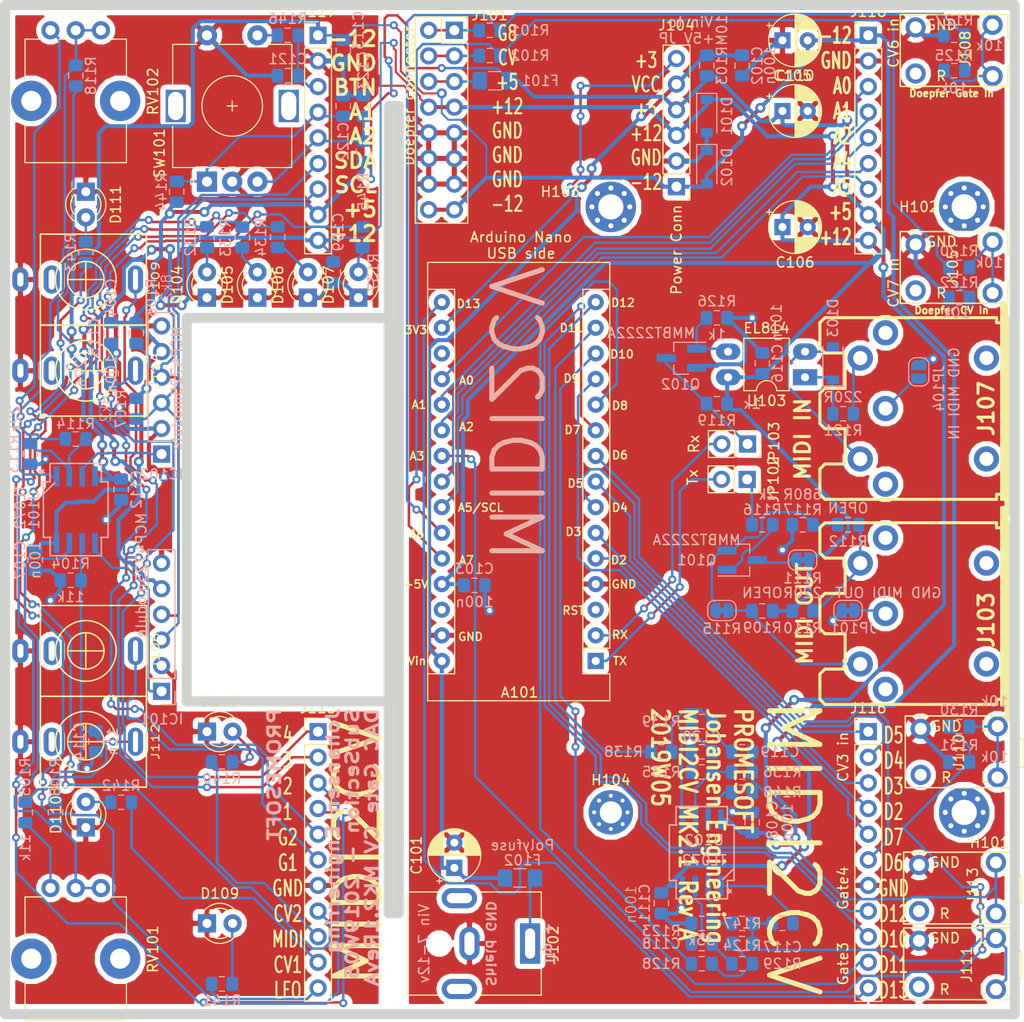
<source format=kicad_pcb>
(kicad_pcb (version 20171130) (host pcbnew "(5.0.2)-1")
  (title_block (title Midi2CV) (date 2019-01-21) (rev "Rev B") (company "Johansen Engineering"))
  (layers (0 F.Cu signal) (31 B.Cu signal) (34 B.Paste user) (35 F.Paste user) (36 B.SilkS user) (37 F.SilkS user) (38 B.Mask user) (39 F.Mask user hide) (44 Edge.Cuts user))
  (net 0 "")
  (net 1 /TX)
  (net 2 Btn)
  (net 3 GND)
  (net 4 A1)
  (net 5 LED1)
  (net 6 A2)
  (net 7 LED2)
  (net 8 A3)
  (net 9 LED3)
  (net 10 LED4)
  (net 11 Gate1)
  (net 12 Gate2)
  (net 13 Gate3)
  (net 14 +5V)
  (net 15 Gate4)
  (net 16 VCC)
  (net 17 CV1Gain)
  (net 18 CV2Gain)
  (net 19 /MIDI-IN)
  (net 20 CV1)
  (net 21 CV2)
  (net 22 A6)
  (net 23 A7)
  (net 24 /Gate)
  (net 25 /CV)
  (net 26 "Net-(A101-Pad1)")
  (net 27 "Net-(A101-Pad17)")
  (net 28 "Net-(A101-Pad2)")
  (net 29 SDA)
  (net 30 SCL)
  (net 31 LED-MIDI)
  (net 32 LED-CV1)
  (net 33 LED-CV2)
  (net 34 LED_LFO)
  (net 35 +12V)
  (net 36 -12V)
  (net 37 "Net-(D103-Pad1)")
  (net 38 "Net-(D103-Pad2)")
  (net 39 "Net-(D104-Pad2)")
  (net 40 "Net-(D105-Pad2)")
  (net 41 "Net-(D106-Pad2)")
  (net 42 "Net-(D107-Pad2)")
  (net 43 "Net-(D108-Pad2)")
  (net 44 "Net-(D109-Pad2)")
  (net 45 "Net-(D110-Pad2)")
  (net 46 "Net-(D111-Pad2)")
  (net 47 /MIDI-OUT-5)
  (net 48 "Net-(J103-Pad2)")
  (net 49 /MIDI-OUT-4)
  (net 50 "Net-(J105-PadT)")
  (net 51 "Net-(J107-Pad4)")
  (net 52 "Net-(J107-Pad2)")
  (net 53 "Net-(J108-PadT)")
  (net 54 "Net-(J110-PadT)")
  (net 55 Gate3Gain)
  (net 56 Gate4Gain)
  (net 57 /Q2Coll)
  (net 58 /Q1Base)
  (net 59 /Q1Emitter)
  (net 60 /Q1Coll)
  (net 61 "Net-(R104-Pad1)")
  (net 62 "Net-(R105-Pad1)")
  (net 63 "Net-(R114-Pad1)")
  (net 64 "Net-(F102-Pad2)")
  (net 65 "Net-(F101-Pad1)")
  (net 66 "Net-(R113-Pad1)")
  (net 67 "Net-(C117-Pad2)")
  (net 68 "Net-(C118-Pad1)")
  (net 69 "Net-(C119-Pad2)")
  (net 70 "Net-(C120-Pad1)")
  (net 71 "Net-(R108-Pad2)")
  (net 72 "Net-(R118-Pad2)")
  (net 73 "Net-(R123-Pad1)")
  (net 74 "Net-(R135-Pad1)")
  (net 75 "Net-(R146-Pad2)")
  (net 76 "Net-(R147-Pad2)")
  (net 77 "Net-(R148-Pad2)")
  (module Module:Arduino_Nano (layer F.Cu) (at 158.5 115 180)
    (fp_text reference A101 (at 7.538 -3.11 180) (layer F.SilkS))
    (fp_text value Arduino_Nano_v3.x)
    (pad 1 thru_hole rect (at 0 0 180) (size 1.6 1.6) (drill 0.8) (layers *.Cu *.Mask) (net 26 "Net-(A101-Pad1)"))
    (pad 17 thru_hole oval (at 15.24 33.02 180) (size 1.6 1.6) (drill 0.8) (layers *.Cu *.Mask) (net 27 "Net-(A101-Pad17)"))
    (pad 2 thru_hole oval (at 0 2.54 180) (size 1.6 1.6) (drill 0.8) (layers *.Cu *.Mask) (net 28 "Net-(A101-Pad2)"))
    (pad 18 thru_hole oval (at 15.24 30.48 180) (size 1.6 1.6) (drill 0.8) (layers *.Cu *.Mask))
    (pad 3 thru_hole oval (at 0 5.08 180) (size 1.6 1.6) (drill 0.8) (layers *.Cu *.Mask))
    (pad 19 thru_hole oval (at 15.24 27.94 180) (size 1.6 1.6) (drill 0.8) (layers *.Cu *.Mask) (net 2 Btn))
    (pad 4 thru_hole oval (at 0 7.62 180) (size 1.6 1.6) (drill 0.8) (layers *.Cu *.Mask) (net 3 GND))
    (pad 20 thru_hole oval (at 15.24 25.4 180) (size 1.6 1.6) (drill 0.8) (layers *.Cu *.Mask) (net 4 A1))
    (pad 5 thru_hole oval (at 0 10.16 180) (size 1.6 1.6) (drill 0.8) (layers *.Cu *.Mask) (net 5 LED1))
    (pad 21 thru_hole oval (at 15.24 22.86 180) (size 1.6 1.6) (drill 0.8) (layers *.Cu *.Mask) (net 6 A2))
    (pad 6 thru_hole oval (at 0 12.7 180) (size 1.6 1.6) (drill 0.8) (layers *.Cu *.Mask) (net 7 LED2))
    (pad 22 thru_hole oval (at 15.24 20.32 180) (size 1.6 1.6) (drill 0.8) (layers *.Cu *.Mask) (net 8 A3))
    (pad 7 thru_hole oval (at 0 15.24 180) (size 1.6 1.6) (drill 0.8) (layers *.Cu *.Mask) (net 9 LED3))
    (pad 23 thru_hole oval (at 15.24 17.78 180) (size 1.6 1.6) (drill 0.8) (layers *.Cu *.Mask) (net 29 SDA))
    (pad 8 thru_hole oval (at 0 17.78 180) (size 1.6 1.6) (drill 0.8) (layers *.Cu *.Mask) (net 10 LED4))
    (pad 24 thru_hole oval (at 15.24 15.24 180) (size 1.6 1.6) (drill 0.8) (layers *.Cu *.Mask) (net 30 SCL))
    (pad 9 thru_hole oval (at 0 20.32 180) (size 1.6 1.6) (drill 0.8) (layers *.Cu *.Mask) (net 11 Gate1))
    (pad 25 thru_hole oval (at 15.24 12.7 180) (size 1.6 1.6) (drill 0.8) (layers *.Cu *.Mask) (net 22 A6))
    (pad 10 thru_hole oval (at 0 22.86 180) (size 1.6 1.6) (drill 0.8) (layers *.Cu *.Mask) (net 31 LED-MIDI))
    (pad 26 thru_hole oval (at 15.24 10.16 180) (size 1.6 1.6) (drill 0.8) (layers *.Cu *.Mask) (net 23 A7))
    (pad 11 thru_hole oval (at 0 25.4 180) (size 1.6 1.6) (drill 0.8) (layers *.Cu *.Mask) (net 32 LED-CV1))
    (pad 27 thru_hole oval (at 15.24 7.62 180) (size 1.6 1.6) (drill 0.8) (layers *.Cu *.Mask) (net 14 +5V))
    (pad 12 thru_hole oval (at 0 27.94 180) (size 1.6 1.6) (drill 0.8) (layers *.Cu *.Mask) (net 12 Gate2))
    (pad 28 thru_hole oval (at 15.24 5.08 180) (size 1.6 1.6) (drill 0.8) (layers *.Cu *.Mask))
    (pad 13 thru_hole oval (at 0 30.48 180) (size 1.6 1.6) (drill 0.8) (layers *.Cu *.Mask) (net 13 Gate3))
    (pad 29 thru_hole oval (at 15.24 2.54 180) (size 1.6 1.6) (drill 0.8) (layers *.Cu *.Mask) (net 3 GND))
    (pad 14 thru_hole oval (at 0 33.02 180) (size 1.6 1.6) (drill 0.8) (layers *.Cu *.Mask) (net 15 Gate4))
    (pad 30 thru_hole oval (at 15.24 0 180) (size 1.6 1.6) (drill 0.8) (layers *.Cu *.Mask) (net 16 VCC))
    (pad 15 thru_hole oval (at 0 35.56 180) (size 1.6 1.6) (drill 0.8) (layers *.Cu *.Mask) (net 33 LED-CV2))
    (pad 16 thru_hole oval (at 15.24 35.56 180) (size 1.6 1.6) (drill 0.8) (layers *.Cu *.Mask) (net 34 LED_LFO))
  )
  (module Package_TO_SOT_SMD:SOT-23_Handsoldering (layer B.Cu) (at 173 105)
    (fp_text reference Q101 (at -4.5 0) (layer B.SilkS) (effects (justify mirror)))
    (fp_text value MMBT2222A (at -4.5 -2) (layer B.SilkS) (effects (justify mirror)))
    (pad 1 smd rect (at -1.5 0.95) (size 1.9 0.8) (layers B.Cu B.Paste B.Mask) (net 58 /Q1Base))
    (pad 2 smd rect (at -1.5 -0.95) (size 1.9 0.8) (layers B.Cu B.Paste B.Mask) (net 59 /Q1Emitter))
    (pad 3 smd rect (at 1.5 0) (size 1.9 0.8) (layers B.Cu B.Paste B.Mask) (net 60 /Q1Coll))
  )
  (module AJ-Dropbox-Kicad:PJ301SM (layer F.Cu) (at 108 86.235 270)
    (fp_text reference J114 (at 0 -6.9 270) (layer F.SilkS) (effects (font (size 0.75 1) (thickness 0.125))))
    (fp_text value CV2)
    (pad TN thru_hole oval (at 0 3.38 270) (size 2.8 1.6) (drill oval 2 0.6) (layers *.Cu *.Mask))
    (pad S thru_hole oval (at 0 6.48 270) (size 2.4 1.6) (drill oval 1.4 0.6) (layers *.Cu *.Mask) (net 3 GND))
    (pad T thru_hole oval (at 0 -4.92 270) (size 2.8 1.5) (drill oval 2.1 0.5) (layers *.Cu *.Mask) (net 18 CV2Gain))
  )
  (module AJ-Dropbox-Kicad:PJ301SM (layer F.Cu) (at 108 77.2 270)
    (fp_text reference J109 (at 0 -6.9 270) (layer F.SilkS) (effects (font (size 0.75 1) (thickness 0.125))))
    (fp_text value Gate2)
    (pad T thru_hole oval (at 0 -4.92 270) (size 2.8 1.5) (drill oval 2.1 0.5) (layers *.Cu *.Mask) (net 12 Gate2))
    (pad S thru_hole oval (at 0 6.48 270) (size 2.4 1.6) (drill oval 1.4 0.6) (layers *.Cu *.Mask) (net 3 GND))
    (pad TN thru_hole oval (at 0 3.38 270) (size 2.8 1.6) (drill oval 2 0.6) (layers *.Cu *.Mask))
  )
  (module AJ-Dropbox-Kicad:AJ_SO-8_5.3x6.2mm_P1.27mm (layer B.Cu) (at 169 134 90)
    (fp_text reference U102 (at 1.25 0.25 180) (layer B.SilkS) (effects (justify mirror)))
    (fp_text value TL072 (at -0.75 0.25) (layer B.SilkS) (effects (justify mirror)))
    (fp_text user * (at -3.81 3.048 90) (layer B.SilkS) (effects (justify mirror)))
    (pad 8 smd rect (at 3.3 1.905 90) (size 2 0.55) (layers B.Cu B.Paste B.Mask) (net 35 +12V))
    (pad 7 smd rect (at 3.3 0.635 90) (size 2 0.55) (layers B.Cu B.Paste B.Mask) (net 77 "Net-(R148-Pad2)"))
    (pad 6 smd rect (at 3.3 -0.635 90) (size 2 0.55) (layers B.Cu B.Paste B.Mask) (net 74 "Net-(R135-Pad1)"))
    (pad 5 smd rect (at 3.3 -1.905 90) (size 2 0.55) (layers B.Cu B.Paste B.Mask) (net 70 "Net-(C120-Pad1)"))
    (pad 4 smd rect (at -3.3 -1.905 90) (size 2 0.55) (layers B.Cu B.Paste B.Mask) (net 36 -12V))
    (pad 3 smd rect (at -3.3 -0.635 90) (size 2 0.55) (layers B.Cu B.Paste B.Mask) (net 68 "Net-(C118-Pad1)"))
    (pad 2 smd rect (at -3.3 0.635 90) (size 2 0.55) (layers B.Cu B.Paste B.Mask) (net 73 "Net-(R123-Pad1)"))
    (pad 1 smd rect (at -3.3 1.905 90) (size 2 0.55) (layers B.Cu B.Paste B.Mask) (net 76 "Net-(R147-Pad2)"))
  )
  (module AJ-Dropbox-Kicad:AJ_SO-8_5.3x6.2mm_P1.27mm (layer B.Cu) (at 107 100 270)
    (fp_text reference U101 (at 0 4.13 270) (layer B.SilkS) (effects (justify mirror)))
    (fp_text value TL072 (at -0.25 5.5 270) (layer B.SilkS) (effects (justify mirror)))
    (fp_text user * (at -3.81 3.048 270) (layer B.SilkS) (effects (justify mirror)))
    (pad 8 smd rect (at 3.3 1.905 270) (size 2 0.55) (layers B.Cu B.Paste B.Mask) (net 35 +12V))
    (pad 7 smd rect (at 3.3 0.635 270) (size 2 0.55) (layers B.Cu B.Paste B.Mask) (net 71 "Net-(R108-Pad2)"))
    (pad 6 smd rect (at 3.3 -0.635 270) (size 2 0.55) (layers B.Cu B.Paste B.Mask) (net 61 "Net-(R104-Pad1)"))
    (pad 5 smd rect (at 3.3 -1.905 270) (size 2 0.55) (layers B.Cu B.Paste B.Mask) (net 20 CV1))
    (pad 4 smd rect (at -3.3 -1.905 270) (size 2 0.55) (layers B.Cu B.Paste B.Mask) (net 36 -12V))
    (pad 3 smd rect (at -3.3 -0.635 270) (size 2 0.55) (layers B.Cu B.Paste B.Mask) (net 21 CV2))
    (pad 2 smd rect (at -3.3 0.635 270) (size 2 0.55) (layers B.Cu B.Paste B.Mask) (net 66 "Net-(R113-Pad1)"))
    (pad 1 smd rect (at -3.3 1.905 270) (size 2 0.55) (layers B.Cu B.Paste B.Mask) (net 72 "Net-(R118-Pad2)"))
  )
  (module Connector_Audio:AudioJack3StereoNarrow-PJ-321 (layer F.Cu) (at 194.5 124 180)
    (fp_text reference J110 (at 0.034 0 270) (layer F.SilkS))
    (fp_text value "CV3 in" (at 11.5 -0.5 270) (layer F.SilkS))
    (fp_text user GND (at 1.27 2.54 180) (layer F.SilkS))
    (fp_text user L (at -2.54 2.54 180) (layer F.SilkS))
    (fp_text user L (at -2.54 -2.54 180) (layer F.SilkS))
    (fp_text user R (at 1.27 -2.54 180) (layer F.SilkS))
    (pad S thru_hole circle (at 3.81 2.286 180) (size 2 2) (drill 1.2) (layers *.Cu *.Mask) (net 3 GND))
    (pad R thru_hole circle (at 3.81 -2.286 180) (size 2 2) (drill 1.2) (layers *.Cu *.Mask))
    (pad T thru_hole circle (at -3.81 2.54 180) (size 2 2) (drill 1.2) (layers *.Cu *.Mask) (net 54 "Net-(J110-PadT)"))
    (pad T thru_hole circle (at -3.81 -2.54 180) (size 2 2) (drill 1.2) (layers *.Cu *.Mask) (net 54 "Net-(J110-PadT)"))
  )
  (module Connector_Audio:AudioJack3StereoNarrow-PJ-321 (layer F.Cu) (at 194.334476 145 180)
    (fp_text reference J111 (at -0.915 -0.07 270) (layer F.SilkS))
    (fp_text value Gate3 (at 11.334476 0 270) (layer F.SilkS))
    (fp_text user GND (at 1.27 2.54 180) (layer F.SilkS))
    (fp_text user L (at -2.54 2.54 180) (layer F.SilkS))
    (fp_text user L (at -2.54 -2.54 180) (layer F.SilkS))
    (fp_text user R (at 1.27 -2.54 180) (layer F.SilkS))
    (pad S thru_hole circle (at 3.81 2.286 180) (size 2 2) (drill 1.2) (layers *.Cu *.Mask) (net 3 GND))
    (pad R thru_hole circle (at 3.81 -2.286 180) (size 2 2) (drill 1.2) (layers *.Cu *.Mask))
    (pad T thru_hole circle (at -3.81 2.54 180) (size 2 2) (drill 1.2) (layers *.Cu *.Mask) (net 55 Gate3Gain))
    (pad T thru_hole circle (at -3.81 -2.54 180) (size 2 2) (drill 1.2) (layers *.Cu *.Mask) (net 55 Gate3Gain))
  )
  (module Connector_Audio:AudioJack3StereoNarrow-PJ-321 (layer F.Cu) (at 194.334476 137.5 180)
    (fp_text reference J113 (at -1.515 0.24 270) (layer F.SilkS))
    (fp_text value Gate4 (at 11.334476 0 270) (layer F.SilkS))
    (fp_text user GND (at 1.27 2.54 180) (layer F.SilkS))
    (fp_text user L (at -2.54 2.54 180) (layer F.SilkS))
    (fp_text user L (at -2.54 -2.54 180) (layer F.SilkS))
    (fp_text user R (at 1.27 -2.54 180) (layer F.SilkS))
    (pad S thru_hole circle (at 3.81 2.286 180) (size 2 2) (drill 1.2) (layers *.Cu *.Mask) (net 3 GND))
    (pad R thru_hole circle (at 3.81 -2.286 180) (size 2 2) (drill 1.2) (layers *.Cu *.Mask))
    (pad T thru_hole circle (at -3.81 2.54 180) (size 2 2) (drill 1.2) (layers *.Cu *.Mask) (net 56 Gate4Gain))
    (pad T thru_hole circle (at -3.81 -2.54 180) (size 2 2) (drill 1.2) (layers *.Cu *.Mask) (net 56 Gate4Gain))
  )
  (module Connector_Audio:AudioJack3StereoNarrow-PJ-321 (layer F.Cu) (at 194 54.5 180)
    (fp_text reference J108 (at -1.115 0.15 270) (layer F.SilkS))
    (fp_text value "CV6 in" (at 6 0.75 270) (layer F.SilkS))
    (fp_text user GND (at 1.27 2.54 180) (layer F.SilkS))
    (fp_text user L (at -2.54 2.54 180) (layer F.SilkS))
    (fp_text user L (at -2.54 -2.54 180) (layer F.SilkS))
    (fp_text user R (at 1.27 -2.54 180) (layer F.SilkS))
    (pad S thru_hole circle (at 3.81 2.286 180) (size 2 2) (drill 1.2) (layers *.Cu *.Mask) (net 3 GND))
    (pad R thru_hole circle (at 3.81 -2.286 180) (size 2 2) (drill 1.2) (layers *.Cu *.Mask))
    (pad T thru_hole circle (at -3.81 2.54 180) (size 2 2) (drill 1.2) (layers *.Cu *.Mask) (net 53 "Net-(J108-PadT)"))
    (pad T thru_hole circle (at -3.81 -2.54 180) (size 2 2) (drill 1.2) (layers *.Cu *.Mask) (net 53 "Net-(J108-PadT)"))
  )
  (module Connector_Audio:AudioJack3StereoNarrow-PJ-321 (layer F.Cu) (at 194 76 180)
    (fp_text reference J105 (at 0.128708 -0.057576 270) (layer F.SilkS))
    (fp_text value "CV7 in" (at 6 -1.5 270) (layer F.SilkS))
    (fp_text user GND (at 1.27 2.54 180) (layer F.SilkS))
    (fp_text user L (at -2.54 2.54 180) (layer F.SilkS))
    (fp_text user L (at -2.54 -2.54 180) (layer F.SilkS))
    (fp_text user R (at 1.27 -2.54 180) (layer F.SilkS))
    (pad S thru_hole circle (at 3.81 2.286 180) (size 2 2) (drill 1.2) (layers *.Cu *.Mask) (net 3 GND))
    (pad R thru_hole circle (at 3.81 -2.286 180) (size 2 2) (drill 1.2) (layers *.Cu *.Mask))
    (pad T thru_hole circle (at -3.81 2.54 180) (size 2 2) (drill 1.2) (layers *.Cu *.Mask) (net 50 "Net-(J105-PadT)"))
    (pad T thru_hole circle (at -3.81 -2.54 180) (size 2 2) (drill 1.2) (layers *.Cu *.Mask) (net 50 "Net-(J105-PadT)"))
  )
  (module Capacitor_THT:CP_Radial_D5.0mm_P2.50mm (layer F.Cu) (at 144.5 135.5 90)
    (fp_text reference C101 (at 1.25 -3.75 90) (layer F.SilkS))
    (fp_text value 100uF)
    (pad 1 thru_hole rect (at 0 0 90) (size 1.6 1.6) (drill 0.8) (layers *.Cu *.Mask) (net 16 VCC))
    (pad 2 thru_hole circle (at 2.5 0 90) (size 1.6 1.6) (drill 0.8) (layers *.Cu *.Mask) (net 3 GND))
  )
  (module Capacitor_SMD:C_0805_2012Metric_Pad1.15x1.40mm_HandSolder (layer B.Cu) (at 173 56 270)
    (fp_text reference C102 (at 0 -1.5 270) (layer B.SilkS) (effects (justify mirror)))
    (fp_text value 100n (at 0 -2.75 270) (layer B.SilkS) (effects (justify mirror)))
    (pad 2 smd roundrect (at 1.025 0 270) (size 1.15 1.4) (layers B.Cu B.Paste B.Mask) (roundrect_rratio 0.217391) (net 3 GND))
    (pad 1 smd roundrect (at -1.025 0 270) (size 1.15 1.4) (layers B.Cu B.Paste B.Mask) (roundrect_rratio 0.217391) (net 16 VCC))
  )
  (module Capacitor_SMD:C_0805_2012Metric_Pad1.15x1.40mm_HandSolder (layer B.Cu) (at 110.5 82.5 90)
    (fp_text reference C104 (at 3.5 0 90) (layer B.SilkS) (effects (justify mirror)))
    (fp_text value 100n (at -4.088 0.03 90) (layer B.SilkS) (effects (justify mirror)))
    (pad 1 smd roundrect (at -1.025 0 90) (size 1.15 1.4) (layers B.Cu B.Paste B.Mask) (roundrect_rratio 0.217391) (net 3 GND))
    (pad 2 smd roundrect (at 1.025 0 90) (size 1.15 1.4) (layers B.Cu B.Paste B.Mask) (roundrect_rratio 0.217391) (net 14 +5V))
  )
  (module Capacitor_SMD:C_0805_2012Metric_Pad1.15x1.40mm_HandSolder (layer B.Cu) (at 103 105 90)
    (fp_text reference C107 (at 0 -1.5 90) (layer B.SilkS) (effects (justify mirror)))
    (fp_text value 100n (at 0 0 90) (layer B.SilkS) (effects (justify mirror)))
    (pad 2 smd roundrect (at 1.025 0 90) (size 1.15 1.4) (layers B.Cu B.Paste B.Mask) (roundrect_rratio 0.217391) (net 35 +12V))
    (pad 1 smd roundrect (at -1.025 0 90) (size 1.15 1.4) (layers B.Cu B.Paste B.Mask) (roundrect_rratio 0.217391) (net 3 GND))
  )
  (module Capacitor_SMD:C_0805_2012Metric_Pad1.15x1.40mm_HandSolder (layer B.Cu) (at 165 139 270)
    (fp_text reference C111 (at 0 1.65 270) (layer B.SilkS) (effects (justify mirror)))
    (fp_text value 100n (at 0.127 3 270) (layer B.SilkS) (effects (font (thickness 0.1)) (justify mirror)))
    (pad 2 smd roundrect (at 1.025 0 270) (size 1.15 1.4) (layers B.Cu B.Paste B.Mask) (roundrect_rratio 0.217391) (net 3 GND))
    (pad 1 smd roundrect (at -1.025 0 270) (size 1.15 1.4) (layers B.Cu B.Paste B.Mask) (roundrect_rratio 0.217391) (net 36 -12V))
  )
  (module Connector_PinSocket_2.54mm:PinSocket_1x06_P2.54mm_Vertical (layer B.Cu) (at 115.5 118)
    (fp_text reference IC101 (at 0 2.77) (layer B.SilkS) (effects (justify mirror)))
    (fp_text value MCP4725module (at -2 -11.5 -90) (layer B.SilkS) (effects (justify mirror)))
    (pad 6 thru_hole oval (at 0 -12.7) (size 1.7 1.7) (drill 1) (layers *.Cu *.Mask) (net 3 GND))
    (pad 5 thru_hole oval (at 0 -10.16) (size 1.7 1.7) (drill 1) (layers *.Cu *.Mask) (net 14 +5V))
    (pad 4 thru_hole oval (at 0 -7.62) (size 1.7 1.7) (drill 1) (layers *.Cu *.Mask) (net 29 SDA))
    (pad 3 thru_hole oval (at 0 -5.08) (size 1.7 1.7) (drill 1) (layers *.Cu *.Mask) (net 30 SCL))
    (pad 2 thru_hole oval (at 0 -2.54) (size 1.7 1.7) (drill 1) (layers *.Cu *.Mask) (net 3 GND))
    (pad 1 thru_hole rect (at 0 0) (size 1.7 1.7) (drill 1) (layers *.Cu *.Mask) (net 20 CV1))
  )
  (module Connector_PinSocket_2.54mm:PinSocket_1x06_P2.54mm_Vertical (layer B.Cu) (at 115.5 94.5)
    (fp_text reference IC102 (at 0 2) (layer B.SilkS) (effects (justify mirror)))
    (fp_text value MCP4725module (at 1.5 -6.5 -90) (layer B.SilkS) (effects (justify mirror)))
    (pad 1 thru_hole rect (at 0 0) (size 1.7 1.7) (drill 1) (layers *.Cu *.Mask) (net 21 CV2))
    (pad 2 thru_hole oval (at 0 -2.54) (size 1.7 1.7) (drill 1) (layers *.Cu *.Mask) (net 3 GND))
    (pad 3 thru_hole oval (at 0 -5.08) (size 1.7 1.7) (drill 1) (layers *.Cu *.Mask) (net 30 SCL))
    (pad 4 thru_hole oval (at 0 -7.62) (size 1.7 1.7) (drill 1) (layers *.Cu *.Mask) (net 29 SDA))
    (pad 5 thru_hole oval (at 0 -10.16) (size 1.7 1.7) (drill 1) (layers *.Cu *.Mask) (net 14 +5V))
    (pad 6 thru_hole oval (at 0 -12.7) (size 1.7 1.7) (drill 1) (layers *.Cu *.Mask) (net 3 GND))
  )
  (module Package_TO_SOT_SMD:SOT-23_Handsoldering (layer B.Cu) (at 167 85 180)
    (fp_text reference Q102 (at 0.09 -2.58 180) (layer B.SilkS) (effects (justify mirror)))
    (fp_text value MMBT2222A (at 3 2.5 180) (layer B.SilkS) (effects (justify mirror)))
    (pad 3 smd rect (at 1.5 0 180) (size 1.9 0.8) (layers B.Cu B.Paste B.Mask) (net 57 /Q2Coll))
    (pad 2 smd rect (at -1.5 -0.95 180) (size 1.9 0.8) (layers B.Cu B.Paste B.Mask) (net 3 GND))
    (pad 1 smd rect (at -1.5 0.95 180) (size 1.9 0.8) (layers B.Cu B.Paste B.Mask) (net 19 /MIDI-IN))
  )
  (module Resistor_SMD:R_0805_2012Metric_Pad1.15x1.40mm_HandSolder (layer B.Cu) (at 102.5 94.475 270)
    (fp_text reference R113 (at 0 1.65 270) (layer B.SilkS) (effects (justify mirror)))
    (fp_text value 22k (at -3.475 1.5 270) (layer B.SilkS) (effects (justify mirror)))
    (pad 1 smd roundrect (at -1.025 0 270) (size 1.15 1.4) (layers B.Cu B.Paste B.Mask) (roundrect_rratio 0.217391) (net 66 "Net-(R113-Pad1)"))
    (pad 2 smd roundrect (at 1.025 0 270) (size 1.15 1.4) (layers B.Cu B.Paste B.Mask) (roundrect_rratio 0.217391) (net 3 GND))
  )
  (module Resistor_SMD:R_0805_2012Metric_Pad1.15x1.40mm_HandSolder (layer B.Cu) (at 102 130 90)
    (fp_text reference R105 (at 3.5 0 90) (layer B.SilkS) (effects (justify mirror)))
    (fp_text value 11k (at -3.5 0 90) (layer B.SilkS) (effects (justify mirror)))
    (pad 2 smd roundrect (at 1.025 0 90) (size 1.15 1.4) (layers B.Cu B.Paste B.Mask) (roundrect_rratio 0.217391) (net 61 "Net-(R104-Pad1)"))
    (pad 1 smd roundrect (at -1.025 0 90) (size 1.15 1.4) (layers B.Cu B.Paste B.Mask) (roundrect_rratio 0.217391) (net 62 "Net-(R105-Pad1)"))
  )
  (module Resistor_SMD:R_0805_2012Metric_Pad1.15x1.40mm_HandSolder (layer B.Cu) (at 169.5 56 90)
    (fp_text reference R103 (at 0 1.5 90) (layer B.SilkS) (effects (justify mirror)))
    (fp_text value 10M (at 3.5 1.5 90) (layer B.SilkS) (effects (justify mirror)))
    (pad 2 smd roundrect (at 1.025 0 90) (size 1.15 1.4) (layers B.Cu B.Paste B.Mask) (roundrect_rratio 0.217391) (net 16 VCC))
    (pad 1 smd roundrect (at -1.025 0 90) (size 1.15 1.4) (layers B.Cu B.Paste B.Mask) (roundrect_rratio 0.217391) (net 14 +5V))
  )
  (module Resistor_SMD:R_0805_2012Metric_Pad1.15x1.40mm_HandSolder (layer B.Cu) (at 183.5 101.5)
    (fp_text reference R112 (at 0 1.65) (layer B.SilkS) (effects (justify mirror)))
    (fp_text value OPEN (at 0 -1.65) (layer B.SilkS) (effects (justify mirror)))
    (pad 2 smd roundrect (at 1.025 0) (size 1.15 1.4) (layers B.Cu B.Paste B.Mask) (roundrect_rratio 0.217391) (net 49 /MIDI-OUT-4))
    (pad 1 smd roundrect (at -1.025 0) (size 1.15 1.4) (layers B.Cu B.Paste B.Mask) (roundrect_rratio 0.217391) (net 59 /Q1Emitter))
  )
  (module Resistor_SMD:R_0805_2012Metric_Pad1.15x1.40mm_HandSolder (layer B.Cu) (at 106.5 107 180)
    (fp_text reference R104 (at 0 1.65 180) (layer B.SilkS) (effects (justify mirror)))
    (fp_text value 11k (at 0 -1.65 180) (layer B.SilkS) (effects (justify mirror)))
    (pad 1 smd roundrect (at -1.025 0 180) (size 1.15 1.4) (layers B.Cu B.Paste B.Mask) (roundrect_rratio 0.217391) (net 61 "Net-(R104-Pad1)"))
    (pad 2 smd roundrect (at 1.025 0 180) (size 1.15 1.4) (layers B.Cu B.Paste B.Mask) (roundrect_rratio 0.217391) (net 3 GND))
  )
  (module Resistor_SMD:R_0805_2012Metric_Pad1.15x1.40mm_HandSolder (layer B.Cu) (at 175 110.04239)
    (fp_text reference R109 (at 0 1.65) (layer B.SilkS) (effects (justify mirror)))
    (fp_text value OPEN (at 0 -1.79239) (layer B.SilkS) (effects (justify mirror)))
    (pad 2 smd roundrect (at 1.025 0) (size 1.15 1.4) (layers B.Cu B.Paste B.Mask) (roundrect_rratio 0.217391) (net 14 +5V))
    (pad 1 smd roundrect (at -1.025 0) (size 1.15 1.4) (layers B.Cu B.Paste B.Mask) (roundrect_rratio 0.217391) (net 47 /MIDI-OUT-5))
  )
  (module Resistor_SMD:R_0805_2012Metric_Pad1.15x1.40mm_HandSolder (layer B.Cu) (at 169 141 180)
    (fp_text reference R123 (at 4 -0.75 180) (layer B.SilkS) (effects (justify mirror)))
    (fp_text value 33k (at 0 -1.65 180) (layer B.SilkS) (effects (justify mirror)))
    (pad 2 smd roundrect (at 1.025 0 180) (size 1.15 1.4) (layers B.Cu B.Paste B.Mask) (roundrect_rratio 0.217391) (net 3 GND))
    (pad 1 smd roundrect (at -1.025 0 180) (size 1.15 1.4) (layers B.Cu B.Paste B.Mask) (roundrect_rratio 0.217391) (net 73 "Net-(R123-Pad1)"))
  )
  (module Resistor_SMD:R_0805_2012Metric_Pad1.15x1.40mm_HandSolder (layer B.Cu) (at 194.025 56.5)
    (fp_text reference R125 (at -0.025 -1.5) (layer B.SilkS) (effects (justify mirror)))
    (fp_text value 10k (at -0.025 1.75) (layer B.SilkS) (effects (justify mirror)))
    (pad 1 smd roundrect (at -1.025 0) (size 1.15 1.4) (layers B.Cu B.Paste B.Mask) (roundrect_rratio 0.217391) (net 53 "Net-(J108-PadT)"))
    (pad 2 smd roundrect (at 1.025 0) (size 1.15 1.4) (layers B.Cu B.Paste B.Mask) (roundrect_rratio 0.217391) (net 22 A6))
  )
  (module Resistor_SMD:R_0805_2012Metric_Pad1.15x1.40mm_HandSolder (layer B.Cu) (at 113 82.5 90)
    (fp_text reference R106 (at 3.5 1.5 90) (layer B.SilkS) (effects (justify mirror)))
    (fp_text value 8k2 (at 4.5 3 90) (layer B.SilkS) (effects (font (thickness 0.1)) (justify mirror)))
    (pad 2 smd roundrect (at 1.025 0 90) (size 1.15 1.4) (layers B.Cu B.Paste B.Mask) (roundrect_rratio 0.217391) (net 14 +5V))
    (pad 1 smd roundrect (at -1.025 0 90) (size 1.15 1.4) (layers B.Cu B.Paste B.Mask) (roundrect_rratio 0.217391) (net 29 SDA))
  )
  (module Resistor_SMD:R_0805_2012Metric_Pad1.15x1.40mm_HandSolder (layer B.Cu) (at 113 90 90)
    (fp_text reference R107 (at 0 -1.524 90) (layer B.SilkS) (effects (justify mirror)))
    (fp_text value 8k2 (at 0 -3.048 90) (layer B.SilkS) (effects (font (thickness 0.1)) (justify mirror)))
    (pad 1 smd roundrect (at -1.025 0 90) (size 1.15 1.4) (layers B.Cu B.Paste B.Mask) (roundrect_rratio 0.217391) (net 30 SCL))
    (pad 2 smd roundrect (at 1.025 0 90) (size 1.15 1.4) (layers B.Cu B.Paste B.Mask) (roundrect_rratio 0.217391) (net 14 +5V))
  )
  (module Resistor_SMD:R_0805_2012Metric_Pad1.15x1.40mm_HandSolder (layer B.Cu) (at 179 101.5 180)
    (fp_text reference R117 (at 0 1.5 180) (layer B.SilkS) (effects (justify mirror)))
    (fp_text value 680R (at 0 3 180) (layer B.SilkS) (effects (justify mirror)))
    (pad 1 smd roundrect (at -1.025 0 180) (size 1.15 1.4) (layers B.Cu B.Paste B.Mask) (roundrect_rratio 0.217391) (net 59 /Q1Emitter))
    (pad 2 smd roundrect (at 1.025 0 180) (size 1.15 1.4) (layers B.Cu B.Paste B.Mask) (roundrect_rratio 0.217391) (net 3 GND))
  )
  (module Resistor_SMD:R_0805_2012Metric_Pad1.15x1.40mm_HandSolder (layer B.Cu) (at 183 90.5)
    (fp_text reference R121 (at 0 1.65) (layer B.SilkS) (effects (justify mirror)))
    (fp_text value 220R (at 0 -1.65) (layer B.SilkS) (effects (justify mirror)))
    (pad 1 smd roundrect (at -1.025 0) (size 1.15 1.4) (layers B.Cu B.Paste B.Mask) (roundrect_rratio 0.217391) (net 37 "Net-(D103-Pad1)"))
    (pad 2 smd roundrect (at 1.025 0) (size 1.15 1.4) (layers B.Cu B.Paste B.Mask) (roundrect_rratio 0.217391) (net 51 "Net-(J107-Pad4)"))
  )
  (module Resistor_SMD:R_0805_2012Metric_Pad1.15x1.40mm_HandSolder (layer B.Cu) (at 173 141 180)
    (fp_text reference R124 (at 0 -2.2 180) (layer B.SilkS) (effects (justify mirror)))
    (fp_text value 33k)
    (pad 2 smd roundrect (at 1.025 0 180) (size 1.15 1.4) (layers B.Cu B.Paste B.Mask) (roundrect_rratio 0.217391) (net 73 "Net-(R123-Pad1)"))
    (pad 1 smd roundrect (at -1.025 0 180) (size 1.15 1.4) (layers B.Cu B.Paste B.Mask) (roundrect_rratio 0.217391) (net 55 Gate3Gain))
  )
  (module Resistor_SMD:R_0805_2012Metric_Pad1.15x1.40mm_HandSolder (layer B.Cu) (at 194.5 121.5 180)
    (fp_text reference R130 (at 0 1.65 180) (layer B.SilkS) (effects (justify mirror)))
    (fp_text value 10k (at -3.5 2.5 180) (layer B.SilkS) (effects (justify mirror)))
    (pad 1 smd roundrect (at -1.025 0 180) (size 1.15 1.4) (layers B.Cu B.Paste B.Mask) (roundrect_rratio 0.217391) (net 54 "Net-(J110-PadT)"))
    (pad 2 smd roundrect (at 1.025 0 180) (size 1.15 1.4) (layers B.Cu B.Paste B.Mask) (roundrect_rratio 0.217391) (net 8 A3))
  )
  (module Resistor_SMD:R_0805_2012Metric_Pad1.15x1.40mm_HandSolder (layer B.Cu) (at 194.5 125 180)
    (fp_text reference R131 (at 0 1.65 180) (layer B.SilkS) (effects (justify mirror)))
    (fp_text value 10k (at -3.5 0.5 180) (layer B.SilkS) (effects (justify mirror)))
    (pad 2 smd roundrect (at 1.025 0 180) (size 1.15 1.4) (layers B.Cu B.Paste B.Mask) (roundrect_rratio 0.217391) (net 3 GND))
    (pad 1 smd roundrect (at -1.025 0 180) (size 1.15 1.4) (layers B.Cu B.Paste B.Mask) (roundrect_rratio 0.217391) (net 8 A3))
  )
  (module Resistor_SMD:R_0805_2012Metric_Pad1.15x1.40mm_HandSolder (layer B.Cu) (at 120 73 270)
    (fp_text reference R132 (at 0 1.65 270) (layer B.SilkS) (effects (justify mirror)))
    (fp_text value 680R)
    (pad 2 smd roundrect (at 1.025 0 270) (size 1.15 1.4) (layers B.Cu B.Paste B.Mask) (roundrect_rratio 0.217391) (net 39 "Net-(D104-Pad2)"))
    (pad 1 smd roundrect (at -1.025 0 270) (size 1.15 1.4) (layers B.Cu B.Paste B.Mask) (roundrect_rratio 0.217391) (net 5 LED1))
  )
  (module Resistor_SMD:R_0805_2012Metric_Pad1.15x1.40mm_HandSolder (layer B.Cu) (at 123.5 73.025 270)
    (fp_text reference R133 (at 0 1.65 270) (layer B.SilkS) (effects (justify mirror)))
    (fp_text value 680R)
    (pad 1 smd roundrect (at -1.025 0 270) (size 1.15 1.4) (layers B.Cu B.Paste B.Mask) (roundrect_rratio 0.217391) (net 7 LED2))
    (pad 2 smd roundrect (at 1.025 0 270) (size 1.15 1.4) (layers B.Cu B.Paste B.Mask) (roundrect_rratio 0.217391) (net 40 "Net-(D105-Pad2)"))
  )
  (module Resistor_SMD:R_0805_2012Metric_Pad1.15x1.40mm_HandSolder (layer B.Cu) (at 127 73 270)
    (fp_text reference R134 (at 0 1.65 270) (layer B.SilkS) (effects (justify mirror)))
    (fp_text value 680R)
    (pad 1 smd roundrect (at -1.025 0 270) (size 1.15 1.4) (layers B.Cu B.Paste B.Mask) (roundrect_rratio 0.217391) (net 9 LED3))
    (pad 2 smd roundrect (at 1.025 0 270) (size 1.15 1.4) (layers B.Cu B.Paste B.Mask) (roundrect_rratio 0.217391) (net 41 "Net-(D106-Pad2)"))
  )
  (module Resistor_SMD:R_0805_2012Metric_Pad1.15x1.40mm_HandSolder (layer B.Cu) (at 173 126 180)
    (fp_text reference R136 (at -4 0 180) (layer B.SilkS) (effects (justify mirror)))
    (fp_text value 44k)
    (pad 1 smd roundrect (at -1.025 0 180) (size 1.15 1.4) (layers B.Cu B.Paste B.Mask) (roundrect_rratio 0.217391) (net 56 Gate4Gain))
    (pad 2 smd roundrect (at 1.025 0 180) (size 1.15 1.4) (layers B.Cu B.Paste B.Mask) (roundrect_rratio 0.217391) (net 74 "Net-(R135-Pad1)"))
  )
  (module Resistor_SMD:R_0805_2012Metric_Pad1.15x1.40mm_HandSolder (layer B.Cu) (at 165 124 180)
    (fp_text reference R138 (at 3.75 0 180) (layer B.SilkS) (effects (justify mirror)))
    (fp_text value 44k)
    (pad 2 smd roundrect (at 1.025 0 180) (size 1.15 1.4) (layers B.Cu B.Paste B.Mask) (roundrect_rratio 0.217391) (net 15 Gate4))
    (pad 1 smd roundrect (at -1.025 0 180) (size 1.15 1.4) (layers B.Cu B.Paste B.Mask) (roundrect_rratio 0.217391) (net 69 "Net-(C119-Pad2)"))
  )
  (module Package_DIP:DIP-4_W7.62mm_LongPads (layer F.Cu) (at 179.235 86.885 180)
    (fp_text reference U103 (at 3.81 -2.33 180) (layer F.SilkS))
    (fp_text value EL814 (at 3.81 4.87 180) (layer F.SilkS))
    (pad 1 thru_hole rect (at 0 0 180) (size 2.4 1.6) (drill 0.8) (layers *.Cu *.Mask) (net 37 "Net-(D103-Pad1)"))
    (pad 3 thru_hole oval (at 7.62 2.54 180) (size 2.4 1.6) (drill 0.8) (layers *.Cu *.Mask) (net 19 /MIDI-IN))
    (pad 2 thru_hole oval (at 0 2.54 180) (size 2.4 1.6) (drill 0.8) (layers *.Cu *.Mask) (net 38 "Net-(D103-Pad2)"))
    (pad 4 thru_hole oval (at 7.62 0 180) (size 2.4 1.6) (drill 0.8) (layers *.Cu *.Mask) (net 14 +5V))
  )
  (module Capacitor_SMD:C_0805_2012Metric_Pad1.15x1.40mm_HandSolder (layer B.Cu) (at 109 122.975 270)
    (fp_text reference C114 (at 0 1.65 270) (layer B.SilkS) (effects (justify mirror)))
    (fp_text value 11n (at 0 -1.65 270) (layer B.SilkS) (effects (justify mirror)))
    (pad 2 smd roundrect (at 1.025 0 270) (size 1.15 1.4) (layers B.Cu B.Paste B.Mask) (roundrect_rratio 0.217391) (net 3 GND))
    (pad 1 smd roundrect (at -1.025 0 270) (size 1.15 1.4) (layers B.Cu B.Paste B.Mask) (roundrect_rratio 0.217391) (net 17 CV1Gain))
  )
  (module Capacitor_SMD:C_0805_2012Metric_Pad1.15x1.40mm_HandSolder (layer B.Cu) (at 110.5 86.5 90)
    (fp_text reference C115 (at 3.581317 -1.670764 90) (layer B.SilkS) (effects (justify mirror)))
    (fp_text value 22n (at 0 -3 90) (layer B.SilkS) (effects (justify mirror)))
    (pad 1 smd roundrect (at -1.025 0 90) (size 1.15 1.4) (layers B.Cu B.Paste B.Mask) (roundrect_rratio 0.217391) (net 18 CV2Gain))
    (pad 2 smd roundrect (at 1.025 0 90) (size 1.15 1.4) (layers B.Cu B.Paste B.Mask) (roundrect_rratio 0.217391) (net 3 GND))
  )
  (module Capacitor_SMD:C_0805_2012Metric_Pad1.15x1.40mm_HandSolder (layer B.Cu) (at 175 85.5 270)
    (fp_text reference C116 (at 0 -1.5 270) (layer B.SilkS) (effects (justify mirror)))
    (fp_text value 100n (at -4 -1.410764 270) (layer B.SilkS) (effects (justify mirror)))
    (pad 2 smd roundrect (at 1.025 0 270) (size 1.15 1.4) (layers B.Cu B.Paste B.Mask) (roundrect_rratio 0.217391) (net 14 +5V))
    (pad 1 smd roundrect (at -1.025 0 270) (size 1.15 1.4) (layers B.Cu B.Paste B.Mask) (roundrect_rratio 0.217391) (net 3 GND))
  )
  (module Capacitor_SMD:C_0805_2012Metric_Pad1.15x1.40mm_HandSolder (layer B.Cu) (at 173 143 180)
    (fp_text reference C117 (at -4 -0.350764 180) (layer B.SilkS) (effects (justify mirror)))
    (fp_text value 33n)
    (pad 1 smd roundrect (at -1.025 0 180) (size 1.15 1.4) (layers B.Cu B.Paste B.Mask) (roundrect_rratio 0.217391) (net 55 Gate3Gain))
    (pad 2 smd roundrect (at 1.025 0 180) (size 1.15 1.4) (layers B.Cu B.Paste B.Mask) (roundrect_rratio 0.217391) (net 67 "Net-(C117-Pad2)"))
  )
  (module Capacitor_THT:CP_Radial_D5.0mm_P2.50mm (layer F.Cu) (at 177 72)
    (fp_text reference C106 (at 1.25 3.5) (layer F.SilkS))
    (fp_text value "100uF 16v")
    (pad 1 thru_hole rect (at 0 0) (size 1.6 1.6) (drill 0.8) (layers *.Cu *.Mask) (net 35 +12V))
    (pad 2 thru_hole circle (at 2.5 0) (size 1.6 1.6) (drill 0.8) (layers *.Cu *.Mask) (net 3 GND))
  )
  (module Capacitor_THT:CP_Radial_D5.0mm_P2.50mm (layer F.Cu) (at 177 53.5)
    (fp_text reference C110 (at 1.25 3.5) (layer F.SilkS))
    (fp_text value "100uF 16v")
    (pad 2 thru_hole circle (at 2.5 0) (size 1.6 1.6) (drill 0.8) (layers *.Cu *.Mask) (net 36 -12V))
    (pad 1 thru_hole rect (at 0 0) (size 1.6 1.6) (drill 0.8) (layers *.Cu *.Mask) (net 3 GND))
  )
  (module Connector_PinSocket_2.54mm:PinSocket_2x08_P2.54mm_Vertical (layer F.Cu) (at 144.5 52.5)
    (fp_text reference J101 (at 3.5 -1.5) (layer F.SilkS))
    (fp_text value "Doepfer connector" (at -4.5 6.5 90) (layer F.SilkS))
    (pad 1 thru_hole rect (at 0 0) (size 1.7 1.7) (drill 1) (layers *.Cu *.Mask) (net 24 /Gate))
    (pad 2 thru_hole oval (at -2.54 0) (size 1.7 1.7) (drill 1) (layers *.Cu *.Mask) (net 24 /Gate))
    (pad 3 thru_hole oval (at 0 2.54) (size 1.7 1.7) (drill 1) (layers *.Cu *.Mask) (net 25 /CV))
    (pad 4 thru_hole oval (at -2.54 2.54) (size 1.7 1.7) (drill 1) (layers *.Cu *.Mask) (net 25 /CV))
    (pad 5 thru_hole oval (at 0 5.08) (size 1.7 1.7) (drill 1) (layers *.Cu *.Mask) (net 65 "Net-(F101-Pad1)"))
    (pad 6 thru_hole oval (at -2.54 5.08) (size 1.7 1.7) (drill 1) (layers *.Cu *.Mask) (net 65 "Net-(F101-Pad1)"))
    (pad 7 thru_hole oval (at 0 7.62) (size 1.7 1.7) (drill 1) (layers *.Cu *.Mask) (net 35 +12V))
    (pad 8 thru_hole oval (at -2.54 7.62) (size 1.7 1.7) (drill 1) (layers *.Cu *.Mask) (net 35 +12V))
    (pad 9 thru_hole oval (at 0 10.16) (size 1.7 1.7) (drill 1) (layers *.Cu *.Mask) (net 3 GND))
    (pad 10 thru_hole oval (at -2.54 10.16) (size 1.7 1.7) (drill 1) (layers *.Cu *.Mask) (net 3 GND))
    (pad 11 thru_hole oval (at 0 12.7) (size 1.7 1.7) (drill 1) (layers *.Cu *.Mask) (net 3 GND))
    (pad 12 thru_hole oval (at -2.54 12.7) (size 1.7 1.7) (drill 1) (layers *.Cu *.Mask) (net 3 GND))
    (pad 13 thru_hole oval (at 0 15.24) (size 1.7 1.7) (drill 1) (layers *.Cu *.Mask) (net 3 GND))
    (pad 14 thru_hole oval (at -2.54 15.24) (size 1.7 1.7) (drill 1) (layers *.Cu *.Mask) (net 3 GND))
    (pad 15 thru_hole oval (at 0 17.78) (size 1.7 1.7) (drill 1) (layers *.Cu *.Mask) (net 36 -12V))
    (pad 16 thru_hole oval (at -2.54 17.78) (size 1.7 1.7) (drill 1) (layers *.Cu *.Mask) (net 36 -12V))
  )
  (module Connector_BarrelJack:BarrelJack_CUI_PJ-063AH_Horizontal (layer F.Cu) (at 152 143 270)
    (fp_text reference J102 (at 0 -2.3 270) (layer F.SilkS))
    (fp_text value "Vin 7-12v" (at 0 10.5 90) (layer B.SilkS) (effects (justify mirror)))
    (pad 1 thru_hole rect (at 0 0 270) (size 4 2) (drill oval 3 1) (layers *.Cu *.Mask) (net 64 "Net-(F102-Pad2)"))
    (pad 2 thru_hole oval (at 0 6 270) (size 3.3 2) (drill oval 2.3 1) (layers *.Cu *.Mask) (net 3 GND))
    (pad MP thru_hole oval (at -4.5 7 270) (size 2 3.5) (drill oval 1 2.5) (layers *.Cu *.Mask))
    (pad MP thru_hole oval (at 4.5 7 270) (size 2 3.5) (drill oval 1 2.5) (layers *.Cu *.Mask))
    (pad "" np_thru_hole circle (at 0 9 270) (size 1.6 1.6) (drill 1.6) (layers *.Cu *.Mask))
  )
  (module w_conn_av:din-5 (layer F.Cu) (at 190.205 110.3 90)
    (fp_text reference J103 (at -0.635 6.985 90) (layer F.SilkS) (effects (font (size 1.5 1.5) (thickness 0.3))))
    (fp_text value "MIDI OUT" (at 0 -11 90) (layer F.SilkS) (effects (font (size 1.5 1.5) (thickness 0.3))))
    (pad 6 thru_hole circle (at -5 7 90) (size 2.5 2.5) (drill 1.4) (layers *.Cu *.Mask))
    (pad 6 thru_hole circle (at 5 7 90) (size 2.5 2.5) (drill 1.4) (layers *.Cu *.Mask))
    (pad 5 thru_hole circle (at -5 -5.5 90) (size 2.5 2.5) (drill 1.4) (layers *.Cu *.Mask) (net 47 /MIDI-OUT-5))
    (pad 1 thru_hole circle (at 7.5 -3 90) (size 2.5 2.5) (drill 1.4) (layers *.Cu *.Mask))
    (pad 2 thru_hole circle (at 0 -3 90) (size 2.5 2.5) (drill 1.4) (layers *.Cu *.Mask) (net 48 "Net-(J103-Pad2)"))
    (pad 4 thru_hole circle (at 5 -5.5 90) (size 2.5 2.5) (drill 1.4) (layers *.Cu *.Mask) (net 49 /MIDI-OUT-4))
    (pad 3 thru_hole circle (at -7.5 -3 90) (size 2.5 2.5) (drill 1.4) (layers *.Cu *.Mask))
  )
  (module w_conn_av:din-5 (layer F.Cu) (at 190.205 89.98 90)
    (fp_text reference J107 (at 0 6.985 90) (layer F.SilkS) (effects (font (size 1.5 1.5) (thickness 0.3))))
    (fp_text value "MIDI IN" (at -3.02 -11.205 90) (layer F.SilkS) (effects (font (size 1.5 1.5) (thickness 0.3))))
    (pad 3 thru_hole circle (at -7.5 -3 90) (size 2.5 2.5) (drill 1.4) (layers *.Cu *.Mask))
    (pad 4 thru_hole circle (at 5 -5.5 90) (size 2.5 2.5) (drill 1.4) (layers *.Cu *.Mask) (net 51 "Net-(J107-Pad4)"))
    (pad 2 thru_hole circle (at 0 -3 90) (size 2.5 2.5) (drill 1.4) (layers *.Cu *.Mask) (net 52 "Net-(J107-Pad2)"))
    (pad 1 thru_hole circle (at 7.5 -3 90) (size 2.5 2.5) (drill 1.4) (layers *.Cu *.Mask))
    (pad 5 thru_hole circle (at -5 -5.5 90) (size 2.5 2.5) (drill 1.4) (layers *.Cu *.Mask) (net 38 "Net-(D103-Pad2)"))
    (pad 6 thru_hole circle (at 5 7 90) (size 2.5 2.5) (drill 1.4) (layers *.Cu *.Mask))
    (pad 6 thru_hole circle (at -5 7 90) (size 2.5 2.5) (drill 1.4) (layers *.Cu *.Mask))
  )
  (module Resistor_SMD:R_0805_2012Metric_Pad1.15x1.40mm_HandSolder (layer B.Cu) (at 194.5 76 180)
    (fp_text reference R120 (at 0 1.65 180) (layer B.SilkS) (effects (justify mirror)))
    (fp_text value 10k (at -3 0.5 180) (layer B.SilkS) (effects (justify mirror)))
    (pad 2 smd roundrect (at 1.025 0 180) (size 1.15 1.4) (layers B.Cu B.Paste B.Mask) (roundrect_rratio 0.217391) (net 23 A7))
    (pad 1 smd roundrect (at -1.025 0 180) (size 1.15 1.4) (layers B.Cu B.Paste B.Mask) (roundrect_rratio 0.217391) (net 50 "Net-(J105-PadT)"))
  )
  (module Resistor_SMD:R_0805_2012Metric_Pad1.15x1.40mm_HandSolder (layer B.Cu) (at 194.5 79 180)
    (fp_text reference R122 (at 0 1.5 180) (layer B.SilkS) (effects (justify mirror)))
    (fp_text value 10k (at 0.25 -1.5 180) (layer B.SilkS) (effects (justify mirror)))
    (pad 1 smd roundrect (at -1.025 0 180) (size 1.15 1.4) (layers B.Cu B.Paste B.Mask) (roundrect_rratio 0.217391) (net 23 A7))
    (pad 2 smd roundrect (at 1.025 0 180) (size 1.15 1.4) (layers B.Cu B.Paste B.Mask) (roundrect_rratio 0.217391) (net 3 GND))
  )
  (module Resistor_SMD:R_0805_2012Metric_Pad1.15x1.40mm_HandSolder (layer B.Cu) (at 170.5 81 180)
    (fp_text reference R126 (at 0 1.65 180) (layer B.SilkS) (effects (justify mirror)))
    (fp_text value 1k (at 0 -1.65 180) (layer B.SilkS) (effects (justify mirror)))
    (pad 2 smd roundrect (at 1.025 0 180) (size 1.15 1.4) (layers B.Cu B.Paste B.Mask) (roundrect_rratio 0.217391) (net 19 /MIDI-IN))
    (pad 1 smd roundrect (at -1.025 0 180) (size 1.15 1.4) (layers B.Cu B.Paste B.Mask) (roundrect_rratio 0.217391) (net 3 GND))
  )
  (module Resistor_SMD:R_0805_2012Metric_Pad1.15x1.40mm_HandSolder (layer B.Cu) (at 194 53 180)
    (fp_text reference R127 (at 0 1.5 180) (layer B.SilkS) (effects (justify mirror)))
    (fp_text value 10k (at -3.5 -1 180) (layer B.SilkS) (effects (justify mirror)))
    (pad 1 smd roundrect (at -1.025 0 180) (size 1.15 1.4) (layers B.Cu B.Paste B.Mask) (roundrect_rratio 0.217391) (net 22 A6))
    (pad 2 smd roundrect (at 1.025 0 180) (size 1.15 1.4) (layers B.Cu B.Paste B.Mask) (roundrect_rratio 0.217391) (net 3 GND))
  )
  (module Resistor_SMD:R_0805_2012Metric_Pad1.15x1.40mm_HandSolder (layer B.Cu) (at 148 55 180)
    (fp_text reference R102 (at -4 0 180) (layer B.SilkS) (effects (justify mirror)))
    (fp_text value 1k)
    (pad 1 smd roundrect (at -1.025 0 180) (size 1.15 1.4) (layers B.Cu B.Paste B.Mask) (roundrect_rratio 0.217391) (net 23 A7))
    (pad 2 smd roundrect (at 1.025 0 180) (size 1.15 1.4) (layers B.Cu B.Paste B.Mask) (roundrect_rratio 0.217391) (net 25 /CV))
  )
  (module Connector_PinSocket_2.54mm:PinSocket_1x02_P2.54mm_Vertical (layer F.Cu) (at 173.5 97 270)
    (fp_text reference JP102 (at 0 -2.6 270) (layer F.SilkS))
    (fp_text value Tx (at -0.2 5.4 270) (layer F.SilkS))
    (pad 2 thru_hole oval (at 0 2.54 270) (size 1.7 1.7) (drill 1) (layers *.Cu *.Mask) (net 26 "Net-(A101-Pad1)"))
    (pad 1 thru_hole rect (at 0 0 270) (size 1.7 1.7) (drill 1) (layers *.Cu *.Mask) (net 1 /TX))
  )
  (module Connector_PinSocket_2.54mm:PinSocket_1x02_P2.54mm_Vertical (layer F.Cu) (at 173.54 93.5 270)
    (fp_text reference JP103 (at 0.092855 -2.623682 270) (layer F.SilkS))
    (fp_text value Rx (at 0 5.31 270) (layer F.SilkS))
    (pad 1 thru_hole rect (at 0 0 270) (size 1.7 1.7) (drill 1) (layers *.Cu *.Mask) (net 57 /Q2Coll))
    (pad 2 thru_hole oval (at 0 2.54 270) (size 1.7 1.7) (drill 1) (layers *.Cu *.Mask) (net 28 "Net-(A101-Pad2)"))
  )
  (module Capacitor_SMD:C_0805_2012Metric_Pad1.15x1.40mm_HandSolder (layer B.Cu) (at 146.5 107.5 180)
    (fp_text reference C103 (at 0 1.65 180) (layer B.SilkS) (effects (justify mirror)))
    (fp_text value 100n (at 0 -1.65 180) (layer B.SilkS) (effects (justify mirror)))
    (pad 1 smd roundrect (at -1.025 0 180) (size 1.15 1.4) (layers B.Cu B.Paste B.Mask) (roundrect_rratio 0.217391) (net 3 GND))
    (pad 2 smd roundrect (at 1.025 0 180) (size 1.15 1.4) (layers B.Cu B.Paste B.Mask) (roundrect_rratio 0.217391) (net 14 +5V))
  )
  (module Capacitor_THT:CP_Radial_D5.0mm_P2.50mm (layer F.Cu) (at 177 60.5)
    (fp_text reference C105 (at 1 -3.5) (layer F.SilkS))
    (fp_text value 100uF)
    (pad 1 thru_hole rect (at 0 0) (size 1.6 1.6) (drill 0.8) (layers *.Cu *.Mask) (net 14 +5V))
    (pad 2 thru_hole circle (at 2.5 0) (size 1.6 1.6) (drill 0.8) (layers *.Cu *.Mask) (net 3 GND))
  )
  (module Capacitor_SMD:C_0805_2012Metric_Pad1.15x1.40mm_HandSolder (layer B.Cu) (at 174 131 270)
    (fp_text reference C108 (at -0.25 -2 270) (layer B.SilkS) (effects (justify mirror)))
    (fp_text value 100n (at 0 -3.5 270) (layer B.SilkS) (effects (justify mirror)))
    (pad 2 smd roundrect (at 1.025 0 270) (size 1.15 1.4) (layers B.Cu B.Paste B.Mask) (roundrect_rratio 0.217391) (net 35 +12V))
    (pad 1 smd roundrect (at -1.025 0 270) (size 1.15 1.4) (layers B.Cu B.Paste B.Mask) (roundrect_rratio 0.217391) (net 3 GND))
  )
  (module Capacitor_SMD:C_0805_2012Metric_Pad1.15x1.40mm_HandSolder (layer B.Cu) (at 132.5 76.5 90)
    (fp_text reference C109 (at 4 0.5 90) (layer B.SilkS) (effects (justify mirror)))
    (fp_text value 100n)
    (pad 1 smd roundrect (at -1.025 0 90) (size 1.15 1.4) (layers B.Cu B.Paste B.Mask) (roundrect_rratio 0.217391) (net 3 GND))
    (pad 2 smd roundrect (at 1.025 0 90) (size 1.15 1.4) (layers B.Cu B.Paste B.Mask) (roundrect_rratio 0.217391) (net 35 +12V))
  )
  (module Capacitor_SMD:C_0805_2012Metric_Pad1.15x1.40mm_HandSolder (layer B.Cu) (at 111.5 98 270)
    (fp_text reference C112 (at 0 -1.5 270) (layer B.SilkS) (effects (justify mirror)))
    (fp_text value 100n)
    (pad 1 smd roundrect (at -1.025 0 270) (size 1.15 1.4) (layers B.Cu B.Paste B.Mask) (roundrect_rratio 0.217391) (net 36 -12V))
    (pad 2 smd roundrect (at 1.025 0 270) (size 1.15 1.4) (layers B.Cu B.Paste B.Mask) (roundrect_rratio 0.217391) (net 3 GND))
  )
  (module Capacitor_SMD:C_0805_2012Metric_Pad1.15x1.40mm_HandSolder (layer B.Cu) (at 133.5 54.5 270)
    (fp_text reference C113 (at -2 -1.5 270) (layer B.SilkS) (effects (justify mirror)))
    (fp_text value 100n)
    (pad 2 smd roundrect (at 1.025 0 270) (size 1.15 1.4) (layers B.Cu B.Paste B.Mask) (roundrect_rratio 0.217391) (net 3 GND))
    (pad 1 smd roundrect (at -1.025 0 270) (size 1.15 1.4) (layers B.Cu B.Paste B.Mask) (roundrect_rratio 0.217391) (net 36 -12V))
  )
  (module Diode_SMD:D_SOD-123 (layer B.Cu) (at 169.5 61 270)
    (fp_text reference D101 (at 0 -2 270) (layer B.SilkS) (effects (justify mirror)))
    (fp_text value 1N1007)
    (pad 2 smd rect (at 1.65 0 270) (size 0.9 1.2) (layers B.Cu B.Paste B.Mask) (net 3 GND))
    (pad 1 smd rect (at -1.65 0 270) (size 0.9 1.2) (layers B.Cu B.Paste B.Mask) (net 35 +12V))
  )
  (module Diode_SMD:D_SOD-123 (layer B.Cu) (at 169.503941 66.06552 270)
    (fp_text reference D102 (at 0 -1.996059 270) (layer B.SilkS) (effects (justify mirror)))
    (fp_text value 1N1007)
    (pad 1 smd rect (at -1.65 0 270) (size 0.9 1.2) (layers B.Cu B.Paste B.Mask) (net 3 GND))
    (pad 2 smd rect (at 1.65 0 270) (size 0.9 1.2) (layers B.Cu B.Paste B.Mask) (net 36 -12V))
  )
  (module Diode_SMD:D_SOD-123 (layer B.Cu) (at 182 85.5 90)
    (fp_text reference D103 (at 4.5 0 90) (layer B.SilkS) (effects (justify mirror)))
    (fp_text value 1N4148W)
    (pad 1 smd rect (at -1.65 0 90) (size 0.9 1.2) (layers B.Cu B.Paste B.Mask) (net 37 "Net-(D103-Pad1)"))
    (pad 2 smd rect (at 1.65 0 90) (size 0.9 1.2) (layers B.Cu B.Paste B.Mask) (net 38 "Net-(D103-Pad2)"))
  )
  (module Fuse:Fuse_1206_3216Metric_Pad1.42x1.75mm_HandSolder (layer B.Cu) (at 151 136.5)
    (fp_text reference F102 (at 0.25 -1.75) (layer B.SilkS) (effects (justify mirror)))
    (fp_text value Polyfuse (at 0.25 -3.25) (layer B.SilkS) (effects (justify mirror)))
    (pad 1 smd roundrect (at -1.4875 0) (size 1.425 1.75) (layers B.Cu B.Paste B.Mask) (roundrect_rratio 0.175439) (net 16 VCC))
    (pad 2 smd roundrect (at 1.4875 0) (size 1.425 1.75) (layers B.Cu B.Paste B.Mask) (roundrect_rratio 0.175439) (net 64 "Net-(F102-Pad2)"))
  )
  (module Connector_PinHeader_2.54mm:PinHeader_1x06_P2.54mm_Vertical (layer F.Cu) (at 166.5 68 180)
    (fp_text reference J104 (at 0 16 180) (layer F.SilkS))
    (fp_text value "Power Conn" (at 0 -6.25 270) (layer F.SilkS))
    (pad 1 thru_hole rect (at 0 0 180) (size 1.7 1.7) (drill 1) (layers *.Cu *.Mask) (net 36 -12V))
    (pad 2 thru_hole oval (at 0 2.54 180) (size 1.7 1.7) (drill 1) (layers *.Cu *.Mask) (net 3 GND))
    (pad 3 thru_hole oval (at 0 5.08 180) (size 1.7 1.7) (drill 1) (layers *.Cu *.Mask) (net 35 +12V))
    (pad 4 thru_hole oval (at 0 7.62 180) (size 1.7 1.7) (drill 1) (layers *.Cu *.Mask) (net 14 +5V))
    (pad 5 thru_hole oval (at 0 10.16 180) (size 1.7 1.7) (drill 1) (layers *.Cu *.Mask) (net 16 VCC))
    (pad 6 thru_hole oval (at 0 12.7 180) (size 1.7 1.7) (drill 1) (layers *.Cu *.Mask) (net 27 "Net-(A101-Pad17)"))
  )
  (module Jumper:SolderJumper-2_P1.3mm_Bridged_RoundedPad1.0x1.5mm (layer B.Cu) (at 183.5 110)
    (fp_text reference JP101 (at 0.5 1.75) (layer B.SilkS) (effects (justify mirror)))
    (fp_text value "GND MIDI OUT" (at 4 -1.75) (layer B.SilkS) (effects (justify mirror)))
    (pad 1 smd custom (at -0.65 0) (size 1 0.5) (layers B.Cu B.Mask) (net 3 GND) (options (clearance outline) (anchor rect)) (primitives (gr_circle (center 0 -0.25) (end 0.5 -0.25) (width 0)) (gr_circle (center 0 0.25) (end 0.5 0.25) (width 0)) (gr_poly (pts (xy 0 0.75) (xy 0.5 0.75) (xy 0.5 -0.75) (xy 0 -0.75)) (width 0)) (gr_poly (pts (xy 0.9 0.3) (xy 0.4 0.3) (xy 0.4 -0.3) (xy 0.9 -0.3)) (width 0))))
    (pad 2 smd custom (at 0.65 0) (size 1 0.5) (layers B.Cu B.Mask) (net 48 "Net-(J103-Pad2)") (options (clearance outline) (anchor rect)) (primitives (gr_circle (center 0 -0.25) (end 0.5 -0.25) (width 0)) (gr_circle (center 0 0.25) (end 0.5 0.25) (width 0)) (gr_poly (pts (xy 0 0.75) (xy -0.5 0.75) (xy -0.5 -0.75) (xy 0 -0.75)) (width 0))))
  )
  (module Jumper:SolderJumper-2_P1.3mm_Open_RoundedPad1.0x1.5mm (layer B.Cu) (at 190.5 86.35 270)
    (fp_text reference JP104 (at 1.65 -2 270) (layer B.SilkS) (effects (justify mirror)))
    (fp_text value "GND MIDI IN" (at 2.15 -3.5 270) (layer B.SilkS) (effects (justify mirror)))
    (pad 1 smd custom (at -0.65 0 270) (size 1 0.5) (layers B.Cu B.Mask) (net 3 GND) (options (clearance outline) (anchor rect)) (primitives (gr_circle (center 0 -0.25) (end 0.5 -0.25) (width 0)) (gr_circle (center 0 0.25) (end 0.5 0.25) (width 0)) (gr_poly (pts (xy 0 0.75) (xy 0.5 0.75) (xy 0.5 -0.75) (xy 0 -0.75)) (width 0))))
    (pad 2 smd custom (at 0.65 0 270) (size 1 0.5) (layers B.Cu B.Mask) (net 52 "Net-(J107-Pad2)") (options (clearance outline) (anchor rect)) (primitives (gr_circle (center 0 -0.25) (end 0.5 -0.25) (width 0)) (gr_circle (center 0 0.25) (end 0.5 0.25) (width 0)) (gr_poly (pts (xy 0 0.75) (xy -0.5 0.75) (xy -0.5 -0.75) (xy 0 -0.75)) (width 0))))
  )
  (module Resistor_SMD:R_0805_2012Metric_Pad1.15x1.40mm_HandSolder (layer B.Cu) (at 148 52.5 180)
    (fp_text reference R101 (at -4 0 180) (layer B.SilkS) (effects (justify mirror)))
    (fp_text value 1k)
    (pad 1 smd roundrect (at -1.025 0 180) (size 1.15 1.4) (layers B.Cu B.Paste B.Mask) (roundrect_rratio 0.217391) (net 22 A6))
    (pad 2 smd roundrect (at 1.025 0 180) (size 1.15 1.4) (layers B.Cu B.Paste B.Mask) (roundrect_rratio 0.217391) (net 24 /Gate))
  )
  (module Resistor_SMD:R_0805_2012Metric_Pad1.15x1.40mm_HandSolder (layer B.Cu) (at 105 130 270)
    (fp_text reference R108 (at -3.5 0 270) (layer B.SilkS) (effects (justify mirror)))
    (fp_text value 110R)
    (pad 2 smd roundrect (at 1.025 0 270) (size 1.15 1.4) (layers B.Cu B.Paste B.Mask) (roundrect_rratio 0.217391) (net 71 "Net-(R108-Pad2)"))
    (pad 1 smd roundrect (at -1.025 0 270) (size 1.15 1.4) (layers B.Cu B.Paste B.Mask) (roundrect_rratio 0.217391) (net 17 CV1Gain))
  )
  (module Resistor_SMD:R_0805_2012Metric_Pad1.15x1.40mm_HandSolder (layer B.Cu) (at 175 101.5)
    (fp_text reference R116 (at 0 -1.5) (layer B.SilkS) (effects (justify mirror)))
    (fp_text value 2k (at 0.5 -3) (layer B.SilkS) (effects (justify mirror)))
    (pad 2 smd roundrect (at 1.025 0) (size 1.15 1.4) (layers B.Cu B.Paste B.Mask) (roundrect_rratio 0.217391) (net 58 /Q1Base))
    (pad 1 smd roundrect (at -1.025 0) (size 1.15 1.4) (layers B.Cu B.Paste B.Mask) (roundrect_rratio 0.217391) (net 1 /TX))
  )
  (module Resistor_SMD:R_0805_2012Metric_Pad1.15x1.40mm_HandSolder (layer B.Cu) (at 107 57 90)
    (fp_text reference R118 (at 0 1.5 90) (layer B.SilkS) (effects (justify mirror)))
    (fp_text value 220R)
    (pad 2 smd roundrect (at 1.025 0 90) (size 1.15 1.4) (layers B.Cu B.Paste B.Mask) (roundrect_rratio 0.217391) (net 72 "Net-(R118-Pad2)"))
    (pad 1 smd roundrect (at -1.025 0 90) (size 1.15 1.4) (layers B.Cu B.Paste B.Mask) (roundrect_rratio 0.217391) (net 18 CV2Gain))
  )
  (module Resistor_SMD:R_0805_2012Metric_Pad1.15x1.40mm_HandSolder (layer B.Cu) (at 170.5 89.5)
    (fp_text reference R119 (at 0 1.65) (layer B.SilkS) (effects (justify mirror)))
    (fp_text value 1k (at 3.5 0) (layer B.SilkS) (effects (justify mirror)))
    (pad 1 smd roundrect (at -1.025 0) (size 1.15 1.4) (layers B.Cu B.Paste B.Mask) (roundrect_rratio 0.217391) (net 57 /Q2Coll))
    (pad 2 smd roundrect (at 1.025 0) (size 1.15 1.4) (layers B.Cu B.Paste B.Mask) (roundrect_rratio 0.217391) (net 14 +5V))
  )
  (module Resistor_SMD:R_0805_2012Metric_Pad1.15x1.40mm_HandSolder (layer B.Cu) (at 169 145 180)
    (fp_text reference R128 (at 4 0 180) (layer B.SilkS) (effects (justify mirror)))
    (fp_text value 33k)
    (pad 1 smd roundrect (at -1.025 0 180) (size 1.15 1.4) (layers B.Cu B.Paste B.Mask) (roundrect_rratio 0.217391) (net 67 "Net-(C117-Pad2)"))
    (pad 2 smd roundrect (at 1.025 0 180) (size 1.15 1.4) (layers B.Cu B.Paste B.Mask) (roundrect_rratio 0.217391) (net 13 Gate3))
  )
  (module Resistor_SMD:R_0805_2012Metric_Pad1.15x1.40mm_HandSolder (layer B.Cu) (at 173 145)
    (fp_text reference R129 (at 4 0) (layer B.SilkS) (effects (justify mirror)))
    (fp_text value 33k)
    (pad 2 smd roundrect (at 1.025 0) (size 1.15 1.4) (layers B.Cu B.Paste B.Mask) (roundrect_rratio 0.217391) (net 67 "Net-(C117-Pad2)"))
    (pad 1 smd roundrect (at -1.025 0) (size 1.15 1.4) (layers B.Cu B.Paste B.Mask) (roundrect_rratio 0.217391) (net 68 "Net-(C118-Pad1)"))
  )
  (module Resistor_SMD:R_0805_2012Metric_Pad1.15x1.40mm_HandSolder (layer B.Cu) (at 135.4 73 270)
    (fp_text reference R137 (at 3.5 -1.1 270) (layer B.SilkS) (effects (justify mirror)))
    (fp_text value 680R)
    (pad 2 smd roundrect (at 1.025 0 270) (size 1.15 1.4) (layers B.Cu B.Paste B.Mask) (roundrect_rratio 0.217391) (net 42 "Net-(D107-Pad2)"))
    (pad 1 smd roundrect (at -1.025 0 270) (size 1.15 1.4) (layers B.Cu B.Paste B.Mask) (roundrect_rratio 0.217391) (net 10 LED4))
  )
  (module Resistor_SMD:R_0805_2012Metric_Pad1.15x1.40mm_HandSolder (layer B.Cu) (at 169 126 180)
    (fp_text reference R135 (at 4 0 180) (layer B.SilkS) (effects (justify mirror)))
    (fp_text value 44k)
    (pad 1 smd roundrect (at -1.025 0 180) (size 1.15 1.4) (layers B.Cu B.Paste B.Mask) (roundrect_rratio 0.217391) (net 74 "Net-(R135-Pad1)"))
    (pad 2 smd roundrect (at 1.025 0 180) (size 1.15 1.4) (layers B.Cu B.Paste B.Mask) (roundrect_rratio 0.217391) (net 3 GND))
  )
  (module AJ-Dropbox-Kicad:PJ301SM (layer F.Cu) (at 108 114 270)
    (fp_text reference J106 (at 0 -6.9 270) (layer F.SilkS) (effects (font (size 0.75 1) (thickness 0.125))))
    (fp_text value Gate1)
    (pad T thru_hole oval (at 0 -4.92 270) (size 2.8 1.5) (drill oval 2.1 0.5) (layers *.Cu *.Mask) (net 11 Gate1))
    (pad S thru_hole oval (at 0 6.48 270) (size 2.4 1.6) (drill oval 1.4 0.6) (layers *.Cu *.Mask) (net 3 GND))
    (pad TN thru_hole oval (at 0 3.38 270) (size 2.8 1.6) (drill oval 2 0.6) (layers *.Cu *.Mask))
  )
  (module AJ-Dropbox-Kicad:PJ301SM (layer F.Cu) (at 108 123 270)
    (fp_text reference J112 (at 0 -6.9 270) (layer F.SilkS) (effects (font (size 0.75 1) (thickness 0.125))))
    (fp_text value CV1)
    (pad TN thru_hole oval (at 0 3.38 270) (size 2.8 1.6) (drill oval 2 0.6) (layers *.Cu *.Mask))
    (pad S thru_hole oval (at 0 6.48 270) (size 2.4 1.6) (drill oval 1.4 0.6) (layers *.Cu *.Mask) (net 3 GND))
    (pad T thru_hole oval (at 0 -4.92 270) (size 2.8 1.5) (drill oval 2.1 0.5) (layers *.Cu *.Mask) (net 17 CV1Gain))
  )
  (module Potentiometer_THT:Potentiometer_Alps_RK09K_Single_Vertical (layer F.Cu) (at 104.5 137.5 270)
    (fp_text reference RV101 (at 6.05 -10.15 270) (layer F.SilkS))
    (fp_text value 10k)
    (pad 3 thru_hole circle (at 0 -5 270) (size 1.8 1.8) (drill 1) (layers *.Cu *.Mask) (net 71 "Net-(R108-Pad2)"))
    (pad 2 thru_hole circle (at 0 -2.5 270) (size 1.8 1.8) (drill 1) (layers *.Cu *.Mask) (net 71 "Net-(R108-Pad2)"))
    (pad 1 thru_hole circle (at 0 0 270) (size 1.8 1.8) (drill 1) (layers *.Cu *.Mask) (net 62 "Net-(R105-Pad1)"))
    (pad "" np_thru_hole circle (at 7 -6.9 270) (size 4 4) (drill 2) (layers *.Cu *.Mask))
    (pad "" np_thru_hole circle (at 7 1.9 270) (size 4 4) (drill 2) (layers *.Cu *.Mask))
  )
  (module Potentiometer_THT:Potentiometer_Alps_RK09K_Single_Vertical (layer F.Cu) (at 104.5 52.5 270)
    (fp_text reference RV102 (at 6.05 -10.15 270) (layer F.SilkS))
    (fp_text value 10k)
    (pad "" np_thru_hole circle (at 7 1.9 270) (size 4 4) (drill 2) (layers *.Cu *.Mask))
    (pad "" np_thru_hole circle (at 7 -6.9 270) (size 4 4) (drill 2) (layers *.Cu *.Mask))
    (pad 1 thru_hole circle (at 0 0 270) (size 1.8 1.8) (drill 1) (layers *.Cu *.Mask) (net 63 "Net-(R114-Pad1)"))
    (pad 2 thru_hole circle (at 0 -2.5 270) (size 1.8 1.8) (drill 1) (layers *.Cu *.Mask) (net 72 "Net-(R118-Pad2)"))
    (pad 3 thru_hole circle (at 0 -5 270) (size 1.8 1.8) (drill 1) (layers *.Cu *.Mask) (net 72 "Net-(R118-Pad2)"))
  )
  (module LED_THT:LED_D3.0mm (layer F.Cu) (at 120 79 90)
    (fp_text reference D104 (at 1.27 -2.96 90) (layer F.SilkS))
    (fp_text value LED1)
    (pad 2 thru_hole circle (at 2.54 0 90) (size 1.8 1.8) (drill 0.9) (layers *.Cu *.Mask) (net 39 "Net-(D104-Pad2)"))
    (pad 1 thru_hole rect (at 0 0 90) (size 1.8 1.8) (drill 0.9) (layers *.Cu *.Mask) (net 3 GND))
  )
  (module LED_THT:LED_D3.0mm (layer F.Cu) (at 125 79 90)
    (fp_text reference D105 (at 1.27 -2.96 90) (layer F.SilkS))
    (fp_text value LED2)
    (pad 2 thru_hole circle (at 2.54 0 90) (size 1.8 1.8) (drill 0.9) (layers *.Cu *.Mask) (net 40 "Net-(D105-Pad2)"))
    (pad 1 thru_hole rect (at 0 0 90) (size 1.8 1.8) (drill 0.9) (layers *.Cu *.Mask) (net 3 GND))
  )
  (module LED_THT:LED_D3.0mm (layer F.Cu) (at 130 79 90)
    (fp_text reference D106 (at 1.27 -2.96 90) (layer F.SilkS))
    (fp_text value LED3)
    (pad 1 thru_hole rect (at 0 0 90) (size 1.8 1.8) (drill 0.9) (layers *.Cu *.Mask) (net 3 GND))
    (pad 2 thru_hole circle (at 2.54 0 90) (size 1.8 1.8) (drill 0.9) (layers *.Cu *.Mask) (net 41 "Net-(D106-Pad2)"))
  )
  (module LED_THT:LED_D3.0mm (layer F.Cu) (at 135 79 90)
    (fp_text reference D107 (at 1.27 -2.96 90) (layer F.SilkS))
    (fp_text value LED4)
    (pad 1 thru_hole rect (at 0 0 90) (size 1.8 1.8) (drill 0.9) (layers *.Cu *.Mask) (net 3 GND))
    (pad 2 thru_hole circle (at 2.54 0 90) (size 1.8 1.8) (drill 0.9) (layers *.Cu *.Mask) (net 42 "Net-(D107-Pad2)"))
  )
  (module LED_THT:LED_D3.0mm (layer F.Cu) (at 120 122)
    (fp_text reference D108 (at 1.27 -2.96) (layer F.SilkS))
    (fp_text value LED_MIDI)
    (pad 1 thru_hole rect (at 0 0) (size 1.8 1.8) (drill 0.9) (layers *.Cu *.Mask) (net 3 GND))
    (pad 2 thru_hole circle (at 2.54 0) (size 1.8 1.8) (drill 0.9) (layers *.Cu *.Mask) (net 43 "Net-(D108-Pad2)"))
  )
  (module LED_THT:LED_D3.0mm (layer F.Cu) (at 120 141)
    (fp_text reference D109 (at 1.27 -2.96) (layer F.SilkS))
    (fp_text value LED_LFO)
    (pad 2 thru_hole circle (at 2.54 0) (size 1.8 1.8) (drill 0.9) (layers *.Cu *.Mask) (net 44 "Net-(D109-Pad2)"))
    (pad 1 thru_hole rect (at 0 0) (size 1.8 1.8) (drill 0.9) (layers *.Cu *.Mask) (net 3 GND))
  )
  (module LED_THT:LED_D3.0mm (layer F.Cu) (at 108 131.5 90)
    (fp_text reference D110 (at 1.27 -2.96 90) (layer F.SilkS))
    (fp_text value LED_CV1)
    (pad 1 thru_hole rect (at 0 0 90) (size 1.8 1.8) (drill 0.9) (layers *.Cu *.Mask) (net 3 GND))
    (pad 2 thru_hole circle (at 2.54 0 90) (size 1.8 1.8) (drill 0.9) (layers *.Cu *.Mask) (net 45 "Net-(D110-Pad2)"))
  )
  (module LED_THT:LED_D3.0mm (layer F.Cu) (at 108 68.5 270)
    (fp_text reference D111 (at 1.27 -2.96 270) (layer F.SilkS))
    (fp_text value LED_CV2)
    (pad 2 thru_hole circle (at 2.54 0 270) (size 1.8 1.8) (drill 0.9) (layers *.Cu *.Mask) (net 46 "Net-(D111-Pad2)"))
    (pad 1 thru_hole rect (at 0 0 270) (size 1.8 1.8) (drill 0.9) (layers *.Cu *.Mask) (net 3 GND))
  )
  (module Fuse:Fuse_1206_3216Metric_Pad1.42x1.75mm_HandSolder (layer B.Cu) (at 148.5 57.5)
    (fp_text reference F101 (at 4.5 0) (layer B.SilkS) (effects (justify mirror)))
    (fp_text value Polyfuse)
    (pad 1 smd roundrect (at -1.4875 0) (size 1.425 1.75) (layers B.Cu B.Paste B.Mask) (roundrect_rratio 0.175439) (net 65 "Net-(F101-Pad1)"))
    (pad 2 smd roundrect (at 1.4875 0) (size 1.425 1.75) (layers B.Cu B.Paste B.Mask) (roundrect_rratio 0.175439) (net 14 +5V))
  )
  (module Connector_PinHeader_2.54mm:PinHeader_1x11_P2.54mm_Vertical (layer F.Cu) (at 131 122)
    (fp_text reference J115 (at 0 -2.33) (layer F.SilkS))
    (fp_text value ControlConn)
    (pad 1 thru_hole rect (at 0 0) (size 1.7 1.7) (drill 1) (layers *.Cu *.Mask) (net 10 LED4))
    (pad 2 thru_hole oval (at 0 2.54) (size 1.7 1.7) (drill 1) (layers *.Cu *.Mask) (net 9 LED3))
    (pad 3 thru_hole oval (at 0 5.08) (size 1.7 1.7) (drill 1) (layers *.Cu *.Mask) (net 7 LED2))
    (pad 4 thru_hole oval (at 0 7.62) (size 1.7 1.7) (drill 1) (layers *.Cu *.Mask) (net 5 LED1))
    (pad 5 thru_hole oval (at 0 10.16) (size 1.7 1.7) (drill 1) (layers *.Cu *.Mask) (net 12 Gate2))
    (pad 6 thru_hole oval (at 0 12.7) (size 1.7 1.7) (drill 1) (layers *.Cu *.Mask) (net 11 Gate1))
    (pad 7 thru_hole oval (at 0 15.24) (size 1.7 1.7) (drill 1) (layers *.Cu *.Mask) (net 3 GND))
    (pad 8 thru_hole oval (at 0 17.78) (size 1.7 1.7) (drill 1) (layers *.Cu *.Mask) (net 33 LED-CV2))
    (pad 9 thru_hole oval (at 0 20.32) (size 1.7 1.7) (drill 1) (layers *.Cu *.Mask) (net 31 LED-MIDI))
    (pad 10 thru_hole oval (at 0 22.86) (size 1.7 1.7) (drill 1) (layers *.Cu *.Mask) (net 32 LED-CV1))
    (pad 11 thru_hole oval (at 0 25.4) (size 1.7 1.7) (drill 1) (layers *.Cu *.Mask) (net 34 LED_LFO))
  )
  (module Connector_PinHeader_2.54mm:PinHeader_1x09_P2.54mm_Vertical (layer F.Cu) (at 131 53)
    (fp_text reference J117 (at 0 -2.33) (layer F.SilkS))
    (fp_text value I2C_Conn)
    (pad 1 thru_hole rect (at 0 0) (size 1.7 1.7) (drill 1) (layers *.Cu *.Mask) (net 36 -12V))
    (pad 2 thru_hole oval (at 0 2.54) (size 1.7 1.7) (drill 1) (layers *.Cu *.Mask) (net 3 GND))
    (pad 3 thru_hole oval (at 0 5.08) (size 1.7 1.7) (drill 1) (layers *.Cu *.Mask) (net 2 Btn))
    (pad 4 thru_hole oval (at 0 7.62) (size 1.7 1.7) (drill 1) (layers *.Cu *.Mask) (net 4 A1))
    (pad 5 thru_hole oval (at 0 10.16) (size 1.7 1.7) (drill 1) (layers *.Cu *.Mask) (net 6 A2))
    (pad 6 thru_hole oval (at 0 12.7) (size 1.7 1.7) (drill 1) (layers *.Cu *.Mask) (net 29 SDA))
    (pad 7 thru_hole oval (at 0 15.24) (size 1.7 1.7) (drill 1) (layers *.Cu *.Mask) (net 30 SCL))
    (pad 8 thru_hole oval (at 0 17.78) (size 1.7 1.7) (drill 1) (layers *.Cu *.Mask) (net 14 +5V))
    (pad 9 thru_hole oval (at 0 20.32) (size 1.7 1.7) (drill 1) (layers *.Cu *.Mask) (net 35 +12V))
  )
  (module Connector_PinHeader_2.54mm:PinHeader_1x11_P2.54mm_Vertical (layer F.Cu) (at 185.5 122)
    (fp_text reference J116 (at 0 -2.33) (layer F.SilkS))
    (fp_text value ControlConn)
    (pad 1 thru_hole rect (at 0 0) (size 1.7 1.7) (drill 1) (layers *.Cu *.Mask) (net 10 LED4))
    (pad 2 thru_hole oval (at 0 2.54) (size 1.7 1.7) (drill 1) (layers *.Cu *.Mask) (net 9 LED3))
    (pad 3 thru_hole oval (at 0 5.08) (size 1.7 1.7) (drill 1) (layers *.Cu *.Mask) (net 7 LED2))
    (pad 4 thru_hole oval (at 0 7.62) (size 1.7 1.7) (drill 1) (layers *.Cu *.Mask) (net 5 LED1))
    (pad 5 thru_hole oval (at 0 10.16) (size 1.7 1.7) (drill 1) (layers *.Cu *.Mask) (net 12 Gate2))
    (pad 6 thru_hole oval (at 0 12.7) (size 1.7 1.7) (drill 1) (layers *.Cu *.Mask) (net 11 Gate1))
    (pad 7 thru_hole oval (at 0 15.24) (size 1.7 1.7) (drill 1) (layers *.Cu *.Mask) (net 3 GND))
    (pad 8 thru_hole oval (at 0 17.78) (size 1.7 1.7) (drill 1) (layers *.Cu *.Mask) (net 33 LED-CV2))
    (pad 9 thru_hole oval (at 0 20.32) (size 1.7 1.7) (drill 1) (layers *.Cu *.Mask) (net 31 LED-MIDI))
    (pad 10 thru_hole oval (at 0 22.86) (size 1.7 1.7) (drill 1) (layers *.Cu *.Mask) (net 32 LED-CV1))
    (pad 11 thru_hole oval (at 0 25.4) (size 1.7 1.7) (drill 1) (layers *.Cu *.Mask) (net 34 LED_LFO))
  )
  (module Connector_PinHeader_2.54mm:PinHeader_1x09_P2.54mm_Vertical (layer F.Cu) (at 185.5 53)
    (fp_text reference J118 (at 0 -2.33) (layer F.SilkS))
    (fp_text value I2C_Conn)
    (pad 1 thru_hole rect (at 0 0) (size 1.7 1.7) (drill 1) (layers *.Cu *.Mask) (net 36 -12V))
    (pad 2 thru_hole oval (at 0 2.54) (size 1.7 1.7) (drill 1) (layers *.Cu *.Mask) (net 3 GND))
    (pad 3 thru_hole oval (at 0 5.08) (size 1.7 1.7) (drill 1) (layers *.Cu *.Mask) (net 2 Btn))
    (pad 4 thru_hole oval (at 0 7.62) (size 1.7 1.7) (drill 1) (layers *.Cu *.Mask) (net 4 A1))
    (pad 5 thru_hole oval (at 0 10.16) (size 1.7 1.7) (drill 1) (layers *.Cu *.Mask) (net 6 A2))
    (pad 6 thru_hole oval (at 0 12.7) (size 1.7 1.7) (drill 1) (layers *.Cu *.Mask) (net 29 SDA))
    (pad 7 thru_hole oval (at 0 15.24) (size 1.7 1.7) (drill 1) (layers *.Cu *.Mask) (net 30 SCL))
    (pad 8 thru_hole oval (at 0 17.78) (size 1.7 1.7) (drill 1) (layers *.Cu *.Mask) (net 14 +5V))
    (pad 9 thru_hole oval (at 0 20.32) (size 1.7 1.7) (drill 1) (layers *.Cu *.Mask) (net 35 +12V))
  )
  (module Capacitor_SMD:C_0805_2012Metric_Pad1.15x1.40mm_HandSolder (layer B.Cu) (at 169 143 180)
    (fp_text reference C118 (at 4 0 180) (layer B.SilkS) (effects (justify mirror)))
    (fp_text value 33n)
    (pad 1 smd roundrect (at -1.025 0 180) (size 1.15 1.4) (layers B.Cu B.Paste B.Mask) (roundrect_rratio 0.217391) (net 68 "Net-(C118-Pad1)"))
    (pad 2 smd roundrect (at 1.025 0 180) (size 1.15 1.4) (layers B.Cu B.Paste B.Mask) (roundrect_rratio 0.217391) (net 3 GND))
  )
  (module Capacitor_SMD:C_0805_2012Metric_Pad1.15x1.40mm_HandSolder (layer B.Cu) (at 173 124 180)
    (fp_text reference C119 (at -3.75 0 180) (layer B.SilkS) (effects (justify mirror)))
    (fp_text value 44n)
    (pad 2 smd roundrect (at 1.025 0 180) (size 1.15 1.4) (layers B.Cu B.Paste B.Mask) (roundrect_rratio 0.217391) (net 69 "Net-(C119-Pad2)"))
    (pad 1 smd roundrect (at -1.025 0 180) (size 1.15 1.4) (layers B.Cu B.Paste B.Mask) (roundrect_rratio 0.217391) (net 56 Gate4Gain))
  )
  (module Capacitor_SMD:C_0805_2012Metric_Pad1.15x1.40mm_HandSolder (layer B.Cu) (at 169 124 180)
    (fp_text reference C120 (at 0 1.5 180) (layer B.SilkS) (effects (justify mirror)))
    (fp_text value 44n)
    (pad 1 smd roundrect (at -1.025 0 180) (size 1.15 1.4) (layers B.Cu B.Paste B.Mask) (roundrect_rratio 0.217391) (net 70 "Net-(C120-Pad1)"))
    (pad 2 smd roundrect (at 1.025 0 180) (size 1.15 1.4) (layers B.Cu B.Paste B.Mask) (roundrect_rratio 0.217391) (net 3 GND))
  )
  (module Capacitor_SMD:C_0805_2012Metric_Pad1.15x1.40mm_HandSolder (layer B.Cu) (at 128 57 180)
    (fp_text reference C121 (at 0 1.65 180) (layer B.SilkS) (effects (justify mirror)))
    (fp_text value 47n)
    (pad 2 smd roundrect (at 1.025 0 180) (size 1.15 1.4) (layers B.Cu B.Paste B.Mask) (roundrect_rratio 0.217391) (net 3 GND))
    (pad 1 smd roundrect (at -1.025 0 180) (size 1.15 1.4) (layers B.Cu B.Paste B.Mask) (roundrect_rratio 0.217391) (net 2 Btn))
  )
  (module Resistor_SMD:R_0805_2012Metric_Pad1.15x1.40mm_HandSolder (layer B.Cu) (at 169 121)
    (fp_text reference R139 (at -4 0) (layer B.SilkS) (effects (justify mirror)))
    (fp_text value 44k)
    (pad 2 smd roundrect (at 1.025 0) (size 1.15 1.4) (layers B.Cu B.Paste B.Mask) (roundrect_rratio 0.217391) (net 69 "Net-(C119-Pad2)"))
    (pad 1 smd roundrect (at -1.025 0) (size 1.15 1.4) (layers B.Cu B.Paste B.Mask) (roundrect_rratio 0.217391) (net 70 "Net-(C120-Pad1)"))
  )
  (module Resistor_SMD:R_0805_2012Metric_Pad1.15x1.40mm_HandSolder (layer B.Cu) (at 121.475 125)
    (fp_text reference R140 (at 0 1.65) (layer B.SilkS) (effects (justify mirror)))
    (fp_text value 680R)
    (pad 2 smd roundrect (at 1.025 0) (size 1.15 1.4) (layers B.Cu B.Paste B.Mask) (roundrect_rratio 0.217391) (net 43 "Net-(D108-Pad2)"))
    (pad 1 smd roundrect (at -1.025 0) (size 1.15 1.4) (layers B.Cu B.Paste B.Mask) (roundrect_rratio 0.217391) (net 31 LED-MIDI))
  )
  (module Resistor_SMD:R_0805_2012Metric_Pad1.15x1.40mm_HandSolder (layer B.Cu) (at 121.475 147)
    (fp_text reference R141 (at 0 1.65) (layer B.SilkS) (effects (justify mirror)))
    (fp_text value 680R)
    (pad 1 smd roundrect (at -1.025 0) (size 1.15 1.4) (layers B.Cu B.Paste B.Mask) (roundrect_rratio 0.217391) (net 34 LED_LFO))
    (pad 2 smd roundrect (at 1.025 0) (size 1.15 1.4) (layers B.Cu B.Paste B.Mask) (roundrect_rratio 0.217391) (net 44 "Net-(D109-Pad2)"))
  )
  (module Resistor_SMD:R_0805_2012Metric_Pad1.15x1.40mm_HandSolder (layer B.Cu) (at 111.5 129 180)
    (fp_text reference R142 (at 0 1.65 180) (layer B.SilkS) (effects (justify mirror)))
    (fp_text value 680R)
    (pad 1 smd roundrect (at -1.025 0 180) (size 1.15 1.4) (layers B.Cu B.Paste B.Mask) (roundrect_rratio 0.217391) (net 32 LED-CV1))
    (pad 2 smd roundrect (at 1.025 0 180) (size 1.15 1.4) (layers B.Cu B.Paste B.Mask) (roundrect_rratio 0.217391) (net 45 "Net-(D110-Pad2)"))
  )
  (module Resistor_SMD:R_0805_2012Metric_Pad1.15x1.40mm_HandSolder (layer B.Cu) (at 108 74.5 90)
    (fp_text reference R143 (at 0 -1.5 90) (layer B.SilkS) (effects (justify mirror)))
    (fp_text value 680R)
    (pad 2 smd roundrect (at 1.025 0 90) (size 1.15 1.4) (layers B.Cu B.Paste B.Mask) (roundrect_rratio 0.217391) (net 46 "Net-(D111-Pad2)"))
    (pad 1 smd roundrect (at -1.025 0 90) (size 1.15 1.4) (layers B.Cu B.Paste B.Mask) (roundrect_rratio 0.217391) (net 33 LED-CV2))
  )
  (module Resistor_SMD:R_0805_2012Metric_Pad1.15x1.40mm_HandSolder (layer B.Cu) (at 117 68.5 90)
    (fp_text reference R144 (at 0 -1.5 90) (layer B.SilkS) (effects (justify mirror)))
    (fp_text value 10k)
    (pad 1 smd roundrect (at -1.025 0 90) (size 1.15 1.4) (layers B.Cu B.Paste B.Mask) (roundrect_rratio 0.217391) (net 14 +5V))
    (pad 2 smd roundrect (at 1.025 0 90) (size 1.15 1.4) (layers B.Cu B.Paste B.Mask) (roundrect_rratio 0.217391) (net 4 A1))
  )
  (module Rotary_Encoder:RotaryEncoder_Alps_EC11E-Switch_Vertical_H20mm (layer F.Cu) (at 120 67.5 90)
    (fp_text reference SW101 (at 2.8 -4.7 90) (layer F.SilkS))
    (fp_text value Rotary_Encoder_Switch)
    (pad S1 thru_hole circle (at 14.5 5 90) (size 2 2) (drill 1) (layers *.Cu *.Mask) (net 75 "Net-(R146-Pad2)"))
    (pad S2 thru_hole circle (at 14.5 0 90) (size 2 2) (drill 1) (layers *.Cu *.Mask) (net 3 GND))
    (pad MP thru_hole rect (at 7.5 8.1 90) (size 3.2 2) (drill oval 2.8 1.5) (layers *.Cu *.Mask))
    (pad MP thru_hole rect (at 7.5 -3.1 90) (size 3.2 2) (drill oval 2.8 1.5) (layers *.Cu *.Mask))
    (pad B thru_hole circle (at 0 5 90) (size 2 2) (drill 1) (layers *.Cu *.Mask) (net 6 A2))
    (pad C thru_hole circle (at 0 2.5 90) (size 2 2) (drill 1) (layers *.Cu *.Mask) (net 3 GND))
    (pad A thru_hole rect (at 0 0 90) (size 2 2) (drill 1) (layers *.Cu *.Mask) (net 4 A1))
  )
  (module Capacitor_SMD:C_0805_2012Metric_Pad1.15x1.40mm_HandSolder (layer B.Cu) (at 133.5 60 90)
    (fp_text reference C122 (at -3.5 0 90) (layer B.SilkS) (effects (justify mirror)))
    (fp_text value 100n)
    (pad 1 smd roundrect (at -1.025 0 90) (size 1.15 1.4) (layers B.Cu B.Paste B.Mask) (roundrect_rratio 0.217391) (net 4 A1))
    (pad 2 smd roundrect (at 1.025 0 90) (size 1.15 1.4) (layers B.Cu B.Paste B.Mask) (roundrect_rratio 0.217391) (net 3 GND))
  )
  (module Capacitor_SMD:C_0805_2012Metric_Pad1.15x1.40mm_HandSolder (layer B.Cu) (at 135.5 60 90)
    (fp_text reference C123 (at 3.5 0 90) (layer B.SilkS) (effects (justify mirror)))
    (fp_text value 100n)
    (pad 2 smd roundrect (at 1.025 0 90) (size 1.15 1.4) (layers B.Cu B.Paste B.Mask) (roundrect_rratio 0.217391) (net 3 GND))
    (pad 1 smd roundrect (at -1.025 0 90) (size 1.15 1.4) (layers B.Cu B.Paste B.Mask) (roundrect_rratio 0.217391) (net 6 A2))
  )
  (module Resistor_SMD:R_0805_2012Metric_Pad1.15x1.40mm_HandSolder (layer B.Cu) (at 135.5 64.5 270)
    (fp_text reference R145 (at 4 0 270) (layer B.SilkS) (effects (justify mirror)))
    (fp_text value 10k)
    (pad 2 smd roundrect (at 1.025 0 270) (size 1.15 1.4) (layers B.Cu B.Paste B.Mask) (roundrect_rratio 0.217391) (net 14 +5V))
    (pad 1 smd roundrect (at -1.025 0 270) (size 1.15 1.4) (layers B.Cu B.Paste B.Mask) (roundrect_rratio 0.217391) (net 6 A2))
  )
  (module Resistor_SMD:R_0805_2012Metric_Pad1.15x1.40mm_HandSolder (layer B.Cu) (at 128 53 180)
    (fp_text reference R146 (at 0 1.65 180) (layer B.SilkS) (effects (justify mirror)))
    (fp_text value 10k)
    (pad 1 smd roundrect (at -1.025 0 180) (size 1.15 1.4) (layers B.Cu B.Paste B.Mask) (roundrect_rratio 0.217391) (net 2 Btn))
    (pad 2 smd roundrect (at 1.025 0 180) (size 1.15 1.4) (layers B.Cu B.Paste B.Mask) (roundrect_rratio 0.217391) (net 75 "Net-(R146-Pad2)"))
  )
  (module Resistor_SMD:R_0805_2012Metric_Pad1.15x1.40mm_HandSolder (layer B.Cu) (at 179 110.04239 180)
    (fp_text reference R110 (at 0 -1.70761 180) (layer B.SilkS) (effects (justify mirror)))
    (fp_text value 220R (at 0 1.79239 180) (layer B.SilkS) (effects (justify mirror)))
    (pad 1 smd roundrect (at -1.025 0 180) (size 1.15 1.4) (layers B.Cu B.Paste B.Mask) (roundrect_rratio 0.217391) (net 49 /MIDI-OUT-4))
    (pad 2 smd roundrect (at 1.025 0 180) (size 1.15 1.4) (layers B.Cu B.Paste B.Mask) (roundrect_rratio 0.217391) (net 14 +5V))
  )
  (module Jumper:SolderJumper-2_P1.3mm_Bridged_RoundedPad1.0x1.5mm (layer B.Cu) (at 179 105)
    (fp_text reference R111 (at 0 1.8) (layer B.SilkS) (effects (justify mirror)))
    (fp_text value 0R)
    (pad 1 smd custom (at -0.65 0) (size 1 0.5) (layers B.Cu B.Mask) (net 60 /Q1Coll) (options (clearance outline) (anchor rect)) (primitives (gr_circle (center 0 -0.25) (end 0.5 -0.25) (width 0)) (gr_circle (center 0 0.25) (end 0.5 0.25) (width 0)) (gr_poly (pts (xy 0 0.75) (xy 0.5 0.75) (xy 0.5 -0.75) (xy 0 -0.75)) (width 0)) (gr_poly (pts (xy 0.9 0.3) (xy 0.4 0.3) (xy 0.4 -0.3) (xy 0.9 -0.3)) (width 0))))
    (pad 2 smd custom (at 0.65 0) (size 1 0.5) (layers B.Cu B.Mask) (net 14 +5V) (options (clearance outline) (anchor rect)) (primitives (gr_circle (center 0 -0.25) (end 0.5 -0.25) (width 0)) (gr_circle (center 0 0.25) (end 0.5 0.25) (width 0)) (gr_poly (pts (xy 0 0.75) (xy -0.5 0.75) (xy -0.5 -0.75) (xy 0 -0.75)) (width 0))))
  )
  (module Resistor_SMD:R_0805_2012Metric_Pad1.15x1.40mm_HandSolder (layer B.Cu) (at 107 93)
    (fp_text reference R114 (at 0 -1.5) (layer B.SilkS) (effects (justify mirror)))
    (fp_text value 22k)
    (pad 2 smd roundrect (at 1.025 0) (size 1.15 1.4) (layers B.Cu B.Paste B.Mask) (roundrect_rratio 0.217391) (net 66 "Net-(R113-Pad1)"))
    (pad 1 smd roundrect (at -1.025 0) (size 1.15 1.4) (layers B.Cu B.Paste B.Mask) (roundrect_rratio 0.217391) (net 63 "Net-(R114-Pad1)"))
  )
  (module Jumper:SolderJumper-2_P1.3mm_Bridged_RoundedPad1.0x1.5mm (layer B.Cu) (at 171 110)
    (fp_text reference R115 (at 0 1.8) (layer B.SilkS) (effects (justify mirror)))
    (fp_text value 0R)
    (pad 2 smd custom (at 0.65 0) (size 1 0.5) (layers B.Cu B.Mask) (net 47 /MIDI-OUT-5) (options (clearance outline) (anchor rect)) (primitives (gr_circle (center 0 -0.25) (end 0.5 -0.25) (width 0)) (gr_circle (center 0 0.25) (end 0.5 0.25) (width 0)) (gr_poly (pts (xy 0 0.75) (xy -0.5 0.75) (xy -0.5 -0.75) (xy 0 -0.75)) (width 0))))
    (pad 1 smd custom (at -0.65 0) (size 1 0.5) (layers B.Cu B.Mask) (net 59 /Q1Emitter) (options (clearance outline) (anchor rect)) (primitives (gr_circle (center 0 -0.25) (end 0.5 -0.25) (width 0)) (gr_circle (center 0 0.25) (end 0.5 0.25) (width 0)) (gr_poly (pts (xy 0 0.75) (xy 0.5 0.75) (xy 0.5 -0.75) (xy 0 -0.75)) (width 0)) (gr_poly (pts (xy 0.9 0.3) (xy 0.4 0.3) (xy 0.4 -0.3) (xy 0.9 -0.3)) (width 0))))
  )
  (module MountingHole:MountingHole_2.5mm_Pad_Via (layer F.Cu) (at 195 130)
    (fp_text reference H101 (at 2.5 3) (layer F.SilkS))
    (fp_text value 2,5mm)
    (pad 1 thru_hole circle (at 1.325825 -1.325825) (size 0.8 0.8) (drill 0.5) (layers *.Cu *.Mask))
    (pad 1 thru_hole circle (at 0 -1.875) (size 0.8 0.8) (drill 0.5) (layers *.Cu *.Mask))
    (pad 1 thru_hole circle (at -1.325825 -1.325825) (size 0.8 0.8) (drill 0.5) (layers *.Cu *.Mask))
    (pad 1 thru_hole circle (at -1.875 0) (size 0.8 0.8) (drill 0.5) (layers *.Cu *.Mask))
    (pad 1 thru_hole circle (at -1.325825 1.325825) (size 0.8 0.8) (drill 0.5) (layers *.Cu *.Mask))
    (pad 1 thru_hole circle (at 0 1.875) (size 0.8 0.8) (drill 0.5) (layers *.Cu *.Mask))
    (pad 1 thru_hole circle (at 1.325825 1.325825) (size 0.8 0.8) (drill 0.5) (layers *.Cu *.Mask))
    (pad 1 thru_hole circle (at 1.875 0) (size 0.8 0.8) (drill 0.5) (layers *.Cu *.Mask))
    (pad 1 thru_hole circle (at 0 0) (size 5 5) (drill 2.5) (layers *.Cu *.Mask))
  )
  (module MountingHole:MountingHole_2.5mm_Pad_Via (layer F.Cu) (at 195 70)
    (fp_text reference H102 (at -4.5 0) (layer F.SilkS))
    (fp_text value 2,5mm)
    (pad 1 thru_hole circle (at 0 0) (size 5 5) (drill 2.5) (layers *.Cu *.Mask))
    (pad 1 thru_hole circle (at 1.875 0) (size 0.8 0.8) (drill 0.5) (layers *.Cu *.Mask))
    (pad 1 thru_hole circle (at 1.325825 1.325825) (size 0.8 0.8) (drill 0.5) (layers *.Cu *.Mask))
    (pad 1 thru_hole circle (at 0 1.875) (size 0.8 0.8) (drill 0.5) (layers *.Cu *.Mask))
    (pad 1 thru_hole circle (at -1.325825 1.325825) (size 0.8 0.8) (drill 0.5) (layers *.Cu *.Mask))
    (pad 1 thru_hole circle (at -1.875 0) (size 0.8 0.8) (drill 0.5) (layers *.Cu *.Mask))
    (pad 1 thru_hole circle (at -1.325825 -1.325825) (size 0.8 0.8) (drill 0.5) (layers *.Cu *.Mask))
    (pad 1 thru_hole circle (at 0 -1.875) (size 0.8 0.8) (drill 0.5) (layers *.Cu *.Mask))
    (pad 1 thru_hole circle (at 1.325825 -1.325825) (size 0.8 0.8) (drill 0.5) (layers *.Cu *.Mask))
  )
  (module MountingHole:MountingHole_2.5mm_Pad_Via (layer F.Cu) (at 160 70)
    (fp_text reference H103 (at -5 -1.5) (layer F.SilkS))
    (fp_text value 2,2mm)
    (pad 1 thru_hole circle (at 0 0) (size 5 5) (drill 2.5) (layers *.Cu *.Mask))
    (pad 1 thru_hole circle (at 1.875 0) (size 0.8 0.8) (drill 0.5) (layers *.Cu *.Mask))
    (pad 1 thru_hole circle (at 1.325825 1.325825) (size 0.8 0.8) (drill 0.5) (layers *.Cu *.Mask))
    (pad 1 thru_hole circle (at 0 1.875) (size 0.8 0.8) (drill 0.5) (layers *.Cu *.Mask))
    (pad 1 thru_hole circle (at -1.325825 1.325825) (size 0.8 0.8) (drill 0.5) (layers *.Cu *.Mask))
    (pad 1 thru_hole circle (at -1.875 0) (size 0.8 0.8) (drill 0.5) (layers *.Cu *.Mask))
    (pad 1 thru_hole circle (at -1.325825 -1.325825) (size 0.8 0.8) (drill 0.5) (layers *.Cu *.Mask))
    (pad 1 thru_hole circle (at 0 -1.875) (size 0.8 0.8) (drill 0.5) (layers *.Cu *.Mask))
    (pad 1 thru_hole circle (at 1.325825 -1.325825) (size 0.8 0.8) (drill 0.5) (layers *.Cu *.Mask))
  )
  (module MountingHole:MountingHole_2.2mm_M2_Pad_Via (layer F.Cu) (at 160 130)
    (fp_text reference H104 (at 0 -3.2) (layer F.SilkS))
    (fp_text value 2,2mm)
    (pad 1 thru_hole circle (at 0 0) (size 4.4 4.4) (drill 2.2) (layers *.Cu *.Mask))
    (pad 1 thru_hole circle (at 1.65 0) (size 0.7 0.7) (drill 0.4) (layers *.Cu *.Mask))
    (pad 1 thru_hole circle (at 1.166726 1.166726) (size 0.7 0.7) (drill 0.4) (layers *.Cu *.Mask))
    (pad 1 thru_hole circle (at 0 1.65) (size 0.7 0.7) (drill 0.4) (layers *.Cu *.Mask))
    (pad 1 thru_hole circle (at -1.166726 1.166726) (size 0.7 0.7) (drill 0.4) (layers *.Cu *.Mask))
    (pad 1 thru_hole circle (at -1.65 0) (size 0.7 0.7) (drill 0.4) (layers *.Cu *.Mask))
    (pad 1 thru_hole circle (at -1.166726 -1.166726) (size 0.7 0.7) (drill 0.4) (layers *.Cu *.Mask))
    (pad 1 thru_hole circle (at 0 -1.65) (size 0.7 0.7) (drill 0.4) (layers *.Cu *.Mask))
    (pad 1 thru_hole circle (at 1.166726 -1.166726) (size 0.7 0.7) (drill 0.4) (layers *.Cu *.Mask))
  )
  (module Resistor_SMD:R_0805_2012Metric_Pad1.15x1.40mm_HandSolder (layer B.Cu) (at 177 141)
    (fp_text reference R147 (at -4 0) (layer B.SilkS) (effects (justify mirror)))
    (fp_text value 133R)
    (pad 2 smd roundrect (at 1.025 0) (size 1.15 1.4) (layers B.Cu B.Paste B.Mask) (roundrect_rratio 0.217391) (net 76 "Net-(R147-Pad2)"))
    (pad 1 smd roundrect (at -1.025 0) (size 1.15 1.4) (layers B.Cu B.Paste B.Mask) (roundrect_rratio 0.217391) (net 55 Gate3Gain))
  )
  (module Resistor_SMD:R_0805_2012Metric_Pad1.15x1.40mm_HandSolder (layer B.Cu) (at 173 128 180)
    (fp_text reference R148 (at -4 0 180) (layer B.SilkS) (effects (justify mirror)))
    (fp_text value 144R)
    (pad 1 smd roundrect (at -1.025 0 180) (size 1.15 1.4) (layers B.Cu B.Paste B.Mask) (roundrect_rratio 0.217391) (net 56 Gate4Gain))
    (pad 2 smd roundrect (at 1.025 0 180) (size 1.15 1.4) (layers B.Cu B.Paste B.Mask) (roundrect_rratio 0.217391) (net 77 "Net-(R148-Pad2)"))
  )
  (gr_text A3 (at 140.8 94.7) (layer F.SilkS) (effects (font (size 0.8 0.8))))
  (gr_text D6 (at 160.9 94.6) (layer F.SilkS) (effects (font (size 0.8 0.8))))
  (gr_text D7 (at 156.2 92.1) (layer F.SilkS) (effects (font (size 0.8 0.8))))
  (gr_text D8 (at 160.9 89.7) (layer F.SilkS) (effects (font (size 0.8 0.8))))
  (gr_text "Doepfer CV In" (at 193.75 80.25) (layer F.SilkS) (effects (font (size 0.7 0.7) (thickness 0.175))))
  (gr_text "Doepfer Gate In" (at 193.75 58.75) (layer F.SilkS) (effects (font (size 0.7 0.7) (thickness 0.175))))
  (gr_text MIDI2CV (at 178 133.5 270) (layer F.SilkS) (effects (font (size 5 5) (thickness 0.5))))
  (gr_text "D5\nD4\nD3\nD2\nD7\nD6\nGND\nD12\nD10\nD11\nD13" (at 188 135) (layer F.SilkS) (effects (font (size 1.57 1) (thickness 0.2))))
  (gr_text "-12\nGND\nBTN\nA1\nA2\nSDA\nSCL\n+5\n+12" (at 137 63) (layer F.SilkS) (effects (font (size 1.5 1.5) (thickness 0.3)) (justify right)))
  (gr_text "+3\nVCC\n+5\n+12\nGND\n-12" (at 163.5 61.5) (layer F.SilkS) (effects (font (size 1.5 1) (thickness 0.2))))
  (gr_line (start 138 119) (end 138 81) (layer Edge.Cuts) (width 1))
  (gr_line (start 118 119) (end 138 119) (layer Edge.Cuts) (width 1))
  (gr_line (start 118 81) (end 118 119) (layer Edge.Cuts) (width 1))
  (gr_line (start 138 81) (end 118 81) (layer Edge.Cuts) (width 1))
  (gr_line (start 138 140) (end 139 140) (layer Edge.Cuts) (width 1))
  (gr_line (start 138 60) (end 139 60) (layer Edge.Cuts) (width 1))
  (gr_line (start 139 140) (end 139 60) (layer Edge.Cuts) (width 1))
  (gr_line (start 138 60) (end 138 140) (layer Edge.Cuts) (width 1))
  (gr_line (start 200 50) (end 100 50) (layer Edge.Cuts) (width 1))
  (gr_line (start 200 150) (end 200 50) (layer Edge.Cuts) (width 1))
  (gr_line (start 100 150) (end 200 150) (layer Edge.Cuts) (width 1))
  (gr_line (start 100 50) (end 100 150) (layer Edge.Cuts) (width 1))
  (gr_text Vin (at 140.8 115) (layer F.SilkS) (effects (font (size 0.8 0.8))))
  (gr_text GND (at 146.1 112.6) (layer F.SilkS) (effects (font (size 0.8 0.8))))
  (gr_text +5V (at 140.7 107.4) (layer F.SilkS) (effects (font (size 0.8 0.8))))
  (gr_text A7 (at 145.7 105) (layer F.SilkS) (effects (font (size 0.8 0.8))))
  (gr_text A6 (at 140.8 102.4) (layer F.SilkS) (effects (font (size 0.8 0.8))))
  (gr_text A5/SCL (at 147.1 99.8) (layer F.SilkS) (effects (font (size 0.8 0.8))))
  (gr_text A2 (at 145.7 91.8) (layer F.SilkS) (effects (font (size 0.8 0.8))))
  (gr_text A1 (at 141 89.6) (layer F.SilkS) (effects (font (size 0.8 0.8))))
  (gr_text A0 (at 145.7 87.2) (layer F.SilkS) (effects (font (size 0.8 0.8))))
  (gr_text TX (at 160.9 115) (layer F.SilkS) (effects (font (size 0.8 0.8))))
  (gr_text RX (at 160.9 112.4) (layer F.SilkS) (effects (font (size 0.8 0.8))))
  (gr_text RST (at 156.3 110) (layer F.SilkS) (effects (font (size 0.8 0.8))))
  (gr_text GND (at 161.3 107.4) (layer F.SilkS) (effects (font (size 0.8 0.8))))
  (gr_text D2 (at 160.8 105) (layer F.SilkS) (effects (font (size 0.8 0.8))))
  (gr_text D3 (at 156.3 102.2) (layer F.SilkS) (effects (font (size 0.8 0.8))))
  (gr_text D4 (at 160.9 99.8) (layer F.SilkS) (effects (font (size 0.8 0.8))))
  (gr_text D5 (at 156.5 97.4) (layer F.SilkS) (effects (font (size 0.8 0.8))))
  (gr_text D9 (at 156.1 87) (layer F.SilkS) (effects (font (size 0.8 0.8))))
  (gr_text D10 (at 161.1 84.6) (layer F.SilkS) (effects (font (size 0.8 0.8))))
  (gr_text D11 (at 156.1 82) (layer F.SilkS) (effects (font (size 0.8 0.8))))
  (gr_text 3V3 (at 140.7 82.2) (layer F.SilkS) (effects (font (size 0.8 0.8))))
  (gr_text D12 (at 161.2 79.5) (layer F.SilkS) (effects (font (size 0.8 0.8))))
  (gr_text D13 (at 145.9 79.6) (layer F.SilkS) (effects (font (size 0.8 0.8))))
  (gr_text "Arduino Nano\nUSB side" (at 151.1 73.8) (layer F.SilkS) (effects (font (size 1 1))))
  (gr_text MIDI2CV (at 150.5 90.5 270) (layer B.SilkS) (effects (font (size 5 5) (thickness 0.5)) (justify mirror)))
  (gr_text MIDI2CV (at 135 134 90) (layer F.SilkS) (effects (font (size 4.5 4.5) (thickness 0.5))))
  (gr_text "Vin to \n+5V JP" (at 167.5 52.5) (layer B.SilkS) (effects (font (size 1 1)) (justify mirror)))
  (gr_text "G8\nCV\n+5\n+12\nGND\nGND\nGND\n-12" (at 149.75 61.25) (layer F.SilkS) (effects (font (size 1.5 1) (thickness 0.2))))
  (gr_text "4\n3\n2\n1\nG2\nG1\nGND\nCV2\nMIDI\nCV1\nLFO" (at 128 135) (layer F.SilkS) (effects (font (size 1.57 1) (thickness 0.2))))
  (gr_text "-12\nGND\nA0\nA1\nA2\nA4\nA5\n+5\n+12" (at 184 63) (layer F.SilkS) (effects (font (size 1.55 1) (thickness 0.25)) (justify right)))
  (gr_text "Tip +\n\n\n\nShield GND" (at 151 143 270) (layer B.SilkS) (effects (font (size 0.9 1) (thickness 0.2)) (justify mirror)))
  (gr_text "PROMESOFT\n\n\nJohansen Enginerring\nSubSection - 2019W05\nDAC Gate CV MK2.1RevA" (at 131.5 119.5 90) (layer B.SilkS) (effects (font (size 1.2 1.5) (thickness 0.3)) (justify left mirror)))
  (gr_text "PROMESOFT\nJohansen Engineering\nMIDI2CV MK2.1 Rev A\n2019W05" (at 169 119.5 270) (layer F.SilkS) (effects (font (size 1.7 1.42) (thickness 0.3)) (justify left)))
  (segment (start 173.975 97.475) (end 173.5 97) (width 0.25) (layer B.Cu) (net 1))
  (segment (start 173.975 101.5) (end 173.975 97.475) (width 0.25) (layer B.Cu) (net 1))
  (segment (start 129.025 53) (end 129.025 57) (width 0.25) (layer B.Cu) (net 2))
  (segment (start 130.105 58.08) (end 129.025 57) (width 0.25) (layer B.Cu) (net 2))
  (segment (start 131 58.08) (end 130.105 58.08) (width 0.25) (layer B.Cu) (net 2))
  (segment (start 184.324999 61.896005) (end 181.396002 64.825002) (width 0.25) (layer B.Cu) (net 2))
  (segment (start 157.32 73) (end 144.059999 86.260001) (width 0.25) (layer B.Cu) (net 2))
  (segment (start 181.396002 64.825002) (end 177.902177 64.825002) (width 0.25) (layer B.Cu) (net 2))
  (segment (start 144.059999 86.260001) (end 143.26 87.06) (width 0.25) (layer B.Cu) (net 2))
  (segment (start 177.902177 64.825002) (end 169.727179 73) (width 0.25) (layer B.Cu) (net 2))
  (segment (start 169.727179 73) (end 157.32 73) (width 0.25) (layer B.Cu) (net 2))
  (segment (start 184.324999 59.255001) (end 184.324999 61.896005) (width 0.25) (layer B.Cu) (net 2))
  (segment (start 185.5 58.08) (end 184.324999 59.255001) (width 0.25) (layer B.Cu) (net 2))
  (segment (start 124 57) (end 120 53) (width 0.4) (layer B.Cu) (net 3))
  (segment (start 126.975 57) (end 124 57) (width 0.4) (layer B.Cu) (net 3))
  (segment (start 133.485 55.54) (end 133.5 55.525) (width 0.4) (layer B.Cu) (net 3))
  (segment (start 131 55.54) (end 133.485 55.54) (width 0.4) (layer B.Cu) (net 3))
  (segment (start 133.5 58.975) (end 133.5 55.525) (width 0.4) (layer B.Cu) (net 3))
  (segment (start 135.5 58.975) (end 133.5 58.975) (width 0.4) (layer B.Cu) (net 3))
  (segment (start 133.525 77.525) (end 135 79) (width 0.4) (layer B.Cu) (net 3))
  (segment (start 132.5 77.525) (end 133.525 77.525) (width 0.4) (layer B.Cu) (net 3))
  (segment (start 110.5 85.475) (end 110.5 83.525) (width 0.4) (layer B.Cu) (net 3))
  (segment (start 104.5 106.025) (end 105.475 107) (width 0.4) (layer B.Cu) (net 3))
  (segment (start 103 106.025) (end 104.5 106.025) (width 0.4) (layer B.Cu) (net 3))
  (segment (start 131.025 79) (end 132.5 77.525) (width 0.4) (layer B.Cu) (net 3))
  (segment (start 130 79) (end 131.025 79) (width 0.4) (layer B.Cu) (net 3))
  (segment (start 101.52 123.4) (end 101.52 123) (width 0.4) (layer F.Cu) (net 3))
  (via (at 111.01999 84.5) (size 1) (drill 0.5) (layers F.Cu B.Cu) (net 3))
  (segment (start 110.5 85.475) (end 110.5 85.01999) (width 0.4) (layer B.Cu) (net 3))
  (segment (start 110.5 85.01999) (end 111.01999 84.5) (width 0.4) (layer B.Cu) (net 3))
  (via (at 104 95) (size 0.8) (drill 0.4) (layers F.Cu B.Cu) (net 3))
  (segment (start 102.5 95.5) (end 103.5 95.5) (width 0.4) (layer B.Cu) (net 3))
  (segment (start 103.5 95.5) (end 104 95) (width 0.4) (layer B.Cu) (net 3))
  (via (at 110 101) (size 1) (drill 0.5) (layers F.Cu B.Cu) (net 3))
  (segment (start 111.5 99.025) (end 111.5 99.5) (width 0.4) (layer B.Cu) (net 3))
  (segment (start 111.5 99.5) (end 110 101) (width 0.4) (layer B.Cu) (net 3))
  (segment (start 131.849999 56.389999) (end 131 55.54) (width 0.4) (layer F.Cu) (net 3))
  (segment (start 132.250001 56.790001) (end 131.849999 56.389999) (width 0.4) (layer F.Cu) (net 3))
  (segment (start 132.250001 77.550001) (end 132.250001 56.790001) (width 0.4) (layer F.Cu) (net 3))
  (segment (start 133.7 79) (end 132.250001 77.550001) (width 0.4) (layer F.Cu) (net 3))
  (segment (start 135 79) (end 133.7 79) (width 0.4) (layer F.Cu) (net 3))
  (segment (start 141.96 65.2) (end 144.5 65.2) (width 0.4) (layer F.Cu) (net 3))
  (segment (start 141.96 67.74) (end 144.5 67.74) (width 0.4) (layer F.Cu) (net 3))
  (segment (start 141.96 62.66) (end 144.5 62.66) (width 0.4) (layer F.Cu) (net 3))
  (segment (start 141.96 67.74) (end 141.96 62.66) (width 0.4) (layer F.Cu) (net 3))
  (segment (start 144.5 67.74) (end 144.5 62.66) (width 0.4) (layer F.Cu) (net 3))
  (segment (start 168.459461 65.46) (end 169.503941 64.41552) (width 0.4) (layer B.Cu) (net 3))
  (segment (start 166.5 65.46) (end 168.459461 65.46) (width 0.4) (layer B.Cu) (net 3))
  (segment (start 169.503941 62.653941) (end 169.5 62.65) (width 0.4) (layer B.Cu) (net 3))
  (segment (start 169.503941 64.41552) (end 169.503941 62.653941) (width 0.4) (layer B.Cu) (net 3))
  (segment (start 190.976 53) (end 190.19 52.214) (width 0.4) (layer B.Cu) (net 3))
  (segment (start 192.975 53) (end 190.976 53) (width 0.4) (layer B.Cu) (net 3))
  (segment (start 176.525 53.5) (end 177 53.5) (width 0.4) (layer B.Cu) (net 3))
  (segment (start 173 57.025) (end 176.525 53.5) (width 0.4) (layer B.Cu) (net 3))
  (segment (start 167.975 141) (end 167.975 143) (width 0.4) (layer B.Cu) (net 3))
  (segment (start 167.975 141) (end 166.975 141) (width 0.4) (layer B.Cu) (net 3))
  (segment (start 167.975 124) (end 167.975 126) (width 0.4) (layer B.Cu) (net 3))
  (segment (start 165.975 141) (end 165 140.025) (width 0.4) (layer B.Cu) (net 3))
  (segment (start 167.975 141) (end 165.975 141) (width 0.4) (layer B.Cu) (net 3))
  (segment (start 173.21501 82.69001) (end 175 84.475) (width 0.4) (layer B.Cu) (net 3))
  (segment (start 171.525 81) (end 173.21501 82.69001) (width 0.4) (layer B.Cu) (net 3))
  (via (at 104.5 109) (size 1) (drill 0.5) (layers F.Cu B.Cu) (net 3))
  (segment (start 105.475 107) (end 105.475 108.025) (width 0.4) (layer B.Cu) (net 3))
  (segment (start 105.475 108.025) (end 104.5 109) (width 0.4) (layer B.Cu) (net 3))
  (segment (start 118.7 122) (end 120 122) (width 0.4) (layer F.Cu) (net 3))
  (segment (start 116.750001 120.050001) (end 118.7 122) (width 0.4) (layer F.Cu) (net 3))
  (segment (start 116.750001 116.710001) (end 116.750001 120.050001) (width 0.4) (layer F.Cu) (net 3))
  (segment (start 115.5 115.46) (end 116.750001 116.710001) (width 0.4) (layer F.Cu) (net 3))
  (via (at 167 139.5) (size 1) (drill 0.5) (layers F.Cu B.Cu) (net 3))
  (segment (start 165 140.025) (end 166.475 140.025) (width 0.4) (layer B.Cu) (net 3))
  (segment (start 166.475 140.025) (end 167 139.5) (width 0.4) (layer B.Cu) (net 3))
  (via (at 172.043046 129.928256) (size 1) (drill 0.5) (layers F.Cu B.Cu) (net 3))
  (segment (start 174 129.975) (end 172.08979 129.975) (width 0.4) (layer B.Cu) (net 3))
  (segment (start 172.08979 129.975) (end 172.043046 129.928256) (width 0.4) (layer B.Cu) (net 3))
  (via (at 167.825 123) (size 1) (drill 0.5) (layers F.Cu B.Cu) (net 3))
  (segment (start 167.975 126) (end 167.975 123.15) (width 0.4) (layer B.Cu) (net 3))
  (segment (start 167.975 123.15) (end 167.825 123) (width 0.4) (layer B.Cu) (net 3))
  (via (at 174 81) (size 1) (drill 0.5) (layers F.Cu B.Cu) (net 3))
  (segment (start 171.525 81) (end 174 81) (width 0.4) (layer B.Cu) (net 3))
  (via (at 177 104) (size 1) (drill 0.5) (layers F.Cu B.Cu) (net 3))
  (segment (start 177.975 101.5) (end 177.975 103.025) (width 0.4) (layer B.Cu) (net 3))
  (segment (start 177.975 103.025) (end 177 104) (width 0.4) (layer B.Cu) (net 3))
  (via (at 182 111) (size 1) (drill 0.5) (layers F.Cu B.Cu) (net 3))
  (segment (start 182.85 110) (end 182.85 110.15) (width 0.4) (layer B.Cu) (net 3))
  (segment (start 182.85 110.15) (end 182 111) (width 0.4) (layer B.Cu) (net 3))
  (segment (start 190.69 122.215) (end 190.69 121.714) (width 0.4) (layer B.Cu) (net 3))
  (segment (start 193.475 125) (end 190.69 122.215) (width 0.4) (layer B.Cu) (net 3))
  (segment (start 120 79) (end 125 79) (width 0.4) (layer F.Cu) (net 3))
  (segment (start 125 79) (end 130 79) (width 0.4) (layer F.Cu) (net 3))
  (segment (start 130 79) (end 135 79) (width 0.4) (layer F.Cu) (net 3))
  (segment (start 120.999999 53.999999) (end 120 53) (width 0.4) (layer F.Cu) (net 3))
  (segment (start 121.400001 54.400001) (end 120.999999 53.999999) (width 0.4) (layer F.Cu) (net 3))
  (segment (start 129.860001 54.400001) (end 121.400001 54.400001) (width 0.4) (layer F.Cu) (net 3))
  (segment (start 131 55.54) (end 129.860001 54.400001) (width 0.4) (layer F.Cu) (net 3))
  (via (at 148 110) (size 1) (drill 0.5) (layers F.Cu B.Cu) (net 3))
  (segment (start 147.525 107.5) (end 147.525 109.525) (width 0.4) (layer B.Cu) (net 3))
  (segment (start 147.525 109.525) (end 148 110) (width 0.4) (layer B.Cu) (net 3))
  (segment (start 190.19 73.714) (end 190.19 75.19) (width 0.4) (layer B.Cu) (net 3))
  (segment (start 190.19 75.715) (end 190.19 73.714) (width 0.4) (layer B.Cu) (net 3))
  (segment (start 193.475 79) (end 190.19 75.715) (width 0.4) (layer B.Cu) (net 3))
  (via (at 191.939325 85.060675) (size 1) (drill 0.5) (layers F.Cu B.Cu) (net 3))
  (segment (start 191.139325 85.060675) (end 191.232219 85.060675) (width 0.4) (layer B.Cu) (net 3))
  (segment (start 190.5 85.7) (end 191.139325 85.060675) (width 0.4) (layer B.Cu) (net 3))
  (segment (start 191.232219 85.060675) (end 191.939325 85.060675) (width 0.4) (layer B.Cu) (net 3))
  (segment (start 111.32501 90.586566) (end 111.32501 89.87946) (width 0.4) (layer B.Cu) (net 3))
  (segment (start 111.01999 84.5) (end 111.01999 85.207106) (width 0.4) (layer F.Cu) (net 3))
  (segment (start 111.01999 85.207106) (end 111.300002 85.487118) (width 0.4) (layer F.Cu) (net 3))
  (segment (start 111.32501 89.172354) (end 111.32501 89.87946) (width 0.4) (layer F.Cu) (net 3))
  (segment (start 111.300002 85.487118) (end 111.300002 89.147346) (width 0.4) (layer F.Cu) (net 3))
  (segment (start 114.297919 91.96) (end 114.257909 92.00001) (width 0.4) (layer B.Cu) (net 3))
  (segment (start 115.5 91.96) (end 114.297919 91.96) (width 0.4) (layer B.Cu) (net 3))
  (segment (start 111.300002 89.147346) (end 111.32501 89.172354) (width 0.4) (layer F.Cu) (net 3))
  (segment (start 114.257909 92.00001) (end 112.280754 92.00001) (width 0.4) (layer B.Cu) (net 3))
  (segment (start 111.32501 91.044266) (end 111.32501 90.586566) (width 0.4) (layer B.Cu) (net 3))
  (segment (start 112.280754 92.00001) (end 111.32501 91.044266) (width 0.4) (layer B.Cu) (net 3))
  (via (at 111.32501 89.87946) (size 1) (drill 0.5) (layers F.Cu B.Cu) (net 3))
  (via (at 115.75 96.75) (size 1) (drill 0.5) (layers F.Cu B.Cu) (net 3))
  (segment (start 114.750001 95.750001) (end 115.75 96.75) (width 0.4) (layer F.Cu) (net 3))
  (segment (start 114.329999 95.750001) (end 114.750001 95.750001) (width 0.4) (layer F.Cu) (net 3))
  (segment (start 114.249999 95.670001) (end 114.329999 95.750001) (width 0.4) (layer F.Cu) (net 3))
  (segment (start 115.5 91.96) (end 114.249999 93.210001) (width 0.4) (layer F.Cu) (net 3))
  (segment (start 114.249999 93.210001) (end 114.249999 95.670001) (width 0.4) (layer F.Cu) (net 3))
  (via (at 108.111789 125.67499) (size 1) (drill 0.5) (layers F.Cu B.Cu) (net 3))
  (segment (start 108.611788 125.174991) (end 108.111789 125.67499) (width 0.4) (layer B.Cu) (net 3))
  (segment (start 108.5 124) (end 108.611788 124.111788) (width 0.4) (layer B.Cu) (net 3))
  (segment (start 108.611788 124.111788) (end 108.611788 125.174991) (width 0.4) (layer B.Cu) (net 3))
  (segment (start 173.25 85.25) (end 173.25 82.725) (width 0.4) (layer B.Cu) (net 3))
  (segment (start 169.05 85.95) (end 169.25 85.75) (width 0.4) (layer B.Cu) (net 3))
  (segment (start 168.5 85.95) (end 169.05 85.95) (width 0.4) (layer B.Cu) (net 3))
  (segment (start 173.25 82.725) (end 173.21501 82.69001) (width 0.4) (layer B.Cu) (net 3))
  (segment (start 169.25 85.75) (end 170.51295 85.75) (width 0.4) (layer B.Cu) (net 3))
  (segment (start 170.51295 85.75) (end 170.66295 85.6) (width 0.4) (layer B.Cu) (net 3))
  (segment (start 170.66295 85.6) (end 172.9 85.6) (width 0.4) (layer B.Cu) (net 3))
  (segment (start 172.9 85.6) (end 173.25 85.25) (width 0.4) (layer B.Cu) (net 3))
  (segment (start 132.202081 55.54) (end 131 55.54) (width 0.4) (layer F.Cu) (net 3))
  (segment (start 135.54 55.54) (end 132.202081 55.54) (width 0.2) (layer F.Cu) (net 3))
  (segment (start 139.90001 60.60001) (end 139.90001 58.40001) (width 0.2) (layer F.Cu) (net 3))
  (segment (start 141.96 62.66) (end 139.90001 60.60001) (width 0.2) (layer F.Cu) (net 3))
  (segment (start 139.90001 58.40001) (end 139.5 58) (width 0.2) (layer F.Cu) (net 3))
  (segment (start 139.5 58) (end 137 58) (width 0.2) (layer F.Cu) (net 3))
  (segment (start 137 58) (end 137 57) (width 0.2) (layer F.Cu) (net 3))
  (segment (start 137 57) (end 135.54 55.54) (width 0.2) (layer F.Cu) (net 3))
  (segment (start 131.405 61.025) (end 131 60.62) (width 0.25) (layer B.Cu) (net 4))
  (segment (start 133.5 61.025) (end 131.405 61.025) (width 0.25) (layer B.Cu) (net 4))
  (segment (start 120 66.25) (end 120 67.5) (width 0.25) (layer B.Cu) (net 4))
  (segment (start 123.25 63) (end 120 66.25) (width 0.25) (layer B.Cu) (net 4))
  (segment (start 128.62 63) (end 123.25 63) (width 0.25) (layer B.Cu) (net 4))
  (segment (start 131 60.62) (end 128.62 63) (width 0.25) (layer B.Cu) (net 4))
  (segment (start 119.975 67.475) (end 120 67.5) (width 0.25) (layer B.Cu) (net 4))
  (segment (start 117 67.475) (end 119.975 67.475) (width 0.25) (layer B.Cu) (net 4))
  (segment (start 185.5 60.62) (end 185.5 61.357415) (width 0.25) (layer B.Cu) (net 4))
  (segment (start 169.813601 73.549989) (end 158.435013 73.549989) (width 0.25) (layer B.Cu) (net 4))
  (segment (start 185.5 61.357415) (end 181.582402 65.275013) (width 0.25) (layer B.Cu) (net 4))
  (segment (start 178.088577 65.275013) (end 169.813601 73.549989) (width 0.25) (layer B.Cu) (net 4))
  (segment (start 158.435013 73.549989) (end 143.26 88.725002) (width 0.25) (layer B.Cu) (net 4))
  (segment (start 181.582402 65.275013) (end 178.088577 65.275013) (width 0.25) (layer B.Cu) (net 4))
  (segment (start 143.26 88.725002) (end 143.26 89.6) (width 0.25) (layer B.Cu) (net 4))
  (via (at 101.1 127.25) (size 0.8) (drill 0.4) (layers F.Cu B.Cu) (net 5))
  (via (at 101.1 132.5) (size 0.8) (drill 0.4) (layers F.Cu B.Cu) (net 5))
  (segment (start 101.1 127.25) (end 101.1 132.5) (width 0.25) (layer F.Cu) (net 5))
  (segment (start 101.1 135.913002) (end 106.186998 141) (width 0.25) (layer B.Cu) (net 5))
  (segment (start 101.1 132.5) (end 101.1 135.913002) (width 0.25) (layer B.Cu) (net 5))
  (via (at 119.668252 148.831748) (size 0.8) (drill 0.4) (layers F.Cu B.Cu) (net 5))
  (segment (start 119.17275 148.831748) (end 119.668252 148.831748) (width 0.25) (layer B.Cu) (net 5))
  (segment (start 106.186998 141) (end 111.341002 141) (width 0.25) (layer B.Cu) (net 5))
  (segment (start 111.341002 141) (end 119.17275 148.831748) (width 0.25) (layer B.Cu) (net 5))
  (via (at 133.5 148.9) (size 0.8) (drill 0.4) (layers F.Cu B.Cu) (net 5))
  (segment (start 119.668252 148.831748) (end 133.431748 148.831748) (width 0.25) (layer F.Cu) (net 5))
  (segment (start 133.431748 148.831748) (end 133.5 148.9) (width 0.25) (layer F.Cu) (net 5))
  (via (at 133.725 130) (size 0.8) (drill 0.4) (layers F.Cu B.Cu) (net 5))
  (segment (start 133.5 148.9) (end 133.5 130.225) (width 0.25) (layer B.Cu) (net 5))
  (segment (start 133.5 130.225) (end 133.725 130) (width 0.25) (layer B.Cu) (net 5))
  (segment (start 131.38 130) (end 131 129.62) (width 0.25) (layer F.Cu) (net 5))
  (segment (start 133.725 130) (end 131.38 130) (width 0.25) (layer F.Cu) (net 5))
  (segment (start 184.650001 128.770001) (end 184.270001 128.770001) (width 0.25) (layer B.Cu) (net 5))
  (segment (start 160.34 104.84) (end 159.63137 104.84) (width 0.25) (layer B.Cu) (net 5))
  (segment (start 184.270001 128.770001) (end 160.34 104.84) (width 0.25) (layer B.Cu) (net 5))
  (segment (start 159.63137 104.84) (end 158.5 104.84) (width 0.25) (layer B.Cu) (net 5))
  (segment (start 185.5 129.62) (end 184.650001 128.770001) (width 0.25) (layer B.Cu) (net 5))
  (segment (start 118.899999 71.899999) (end 118.5 71.5) (width 0.25) (layer B.Cu) (net 5))
  (segment (start 120 71.975) (end 118.975 71.975) (width 0.25) (layer B.Cu) (net 5))
  (segment (start 118.975 71.975) (end 118.899999 71.899999) (width 0.25) (layer B.Cu) (net 5))
  (via (at 118.5 71.5) (size 0.8) (drill 0.4) (layers F.Cu B.Cu) (net 5))
  (segment (start 118.5 71.5) (end 114.438114 71.5) (width 0.25) (layer F.Cu) (net 5))
  (segment (start 114.438114 71.5) (end 114.235186 71.297072) (width 0.25) (layer F.Cu) (net 5))
  (via (at 114.235186 71.297072) (size 0.8) (drill 0.4) (layers F.Cu B.Cu) (net 5))
  (via (at 106.475 85.877231) (size 0.8) (drill 0.4) (layers F.Cu B.Cu) (net 5))
  (segment (start 108.68367 81.35646) (end 108.362536 81.035326) (width 0.25) (layer F.Cu) (net 5))
  (segment (start 108.225002 78.274998) (end 108.225002 79.598002) (width 0.25) (layer B.Cu) (net 5))
  (segment (start 113.180106 71.297072) (end 109.02501 75.452168) (width 0.25) (layer B.Cu) (net 5))
  (segment (start 109.02501 75.452168) (end 109.02501 77.47499) (width 0.25) (layer B.Cu) (net 5))
  (segment (start 114.235186 71.297072) (end 113.180106 71.297072) (width 0.25) (layer B.Cu) (net 5))
  (segment (start 108.68367 84.839107) (end 108.68367 81.35646) (width 0.25) (layer F.Cu) (net 5))
  (via (at 107.796851 81.035326) (size 0.8) (drill 0.4) (layers F.Cu B.Cu) (net 5))
  (segment (start 106.475 85.877231) (end 107.645546 85.877231) (width 0.25) (layer F.Cu) (net 5))
  (segment (start 108.362536 81.035326) (end 107.796851 81.035326) (width 0.25) (layer F.Cu) (net 5))
  (segment (start 109.02501 77.47499) (end 108.225002 78.274998) (width 0.25) (layer B.Cu) (net 5))
  (segment (start 107.796851 80.026153) (end 107.796851 80.469641) (width 0.25) (layer B.Cu) (net 5))
  (segment (start 107.645546 85.877231) (end 108.68367 84.839107) (width 0.25) (layer F.Cu) (net 5))
  (segment (start 107.796851 80.469641) (end 107.796851 81.035326) (width 0.25) (layer B.Cu) (net 5))
  (segment (start 108.225002 79.598002) (end 107.796851 80.026153) (width 0.25) (layer B.Cu) (net 5))
  (via (at 101.749998 98.25) (size 0.8) (drill 0.4) (layers F.Cu B.Cu) (net 5))
  (via (at 102.25 91.5) (size 0.8) (drill 0.4) (layers F.Cu B.Cu) (net 5))
  (segment (start 106.475 87.525) (end 102.899999 91.100001) (width 0.25) (layer B.Cu) (net 5))
  (segment (start 102.649999 91.100001) (end 102.25 91.5) (width 0.25) (layer B.Cu) (net 5))
  (segment (start 102.899999 91.100001) (end 102.649999 91.100001) (width 0.25) (layer B.Cu) (net 5))
  (segment (start 106.475 85.877231) (end 106.475 87.525) (width 0.25) (layer B.Cu) (net 5))
  (segment (start 101.749998 98.25) (end 101.749998 97.684315) (width 0.25) (layer F.Cu) (net 5))
  (segment (start 101.799989 91.950011) (end 101.850001 91.899999) (width 0.25) (layer F.Cu) (net 5))
  (segment (start 101.850001 91.899999) (end 102.25 91.5) (width 0.25) (layer F.Cu) (net 5))
  (segment (start 101.82503 97.609283) (end 101.82503 96.211441) (width 0.25) (layer F.Cu) (net 5))
  (segment (start 101.82503 96.211441) (end 101.799989 96.1864) (width 0.25) (layer F.Cu) (net 5))
  (segment (start 101.799989 96.1864) (end 101.799989 91.950011) (width 0.25) (layer F.Cu) (net 5))
  (segment (start 101.749998 97.684315) (end 101.82503 97.609283) (width 0.25) (layer F.Cu) (net 5))
  (segment (start 102.799989 112.936399) (end 101.349999 111.486409) (width 0.25) (layer B.Cu) (net 5))
  (segment (start 101.1 126.684315) (end 102.799989 124.984326) (width 0.25) (layer B.Cu) (net 5))
  (segment (start 102.799989 124.984326) (end 102.799989 112.936399) (width 0.25) (layer B.Cu) (net 5))
  (segment (start 101.349999 98.649999) (end 101.749998 98.25) (width 0.25) (layer B.Cu) (net 5))
  (segment (start 101.349999 111.486409) (end 101.349999 98.649999) (width 0.25) (layer B.Cu) (net 5))
  (segment (start 101.1 127.25) (end 101.1 126.684315) (width 0.25) (layer B.Cu) (net 5))
  (segment (start 135.5 61.025) (end 135.5 63.475) (width 0.25) (layer B.Cu) (net 6))
  (segment (start 131.315 63.475) (end 131 63.16) (width 0.25) (layer B.Cu) (net 6))
  (segment (start 135.5 63.475) (end 131.315 63.475) (width 0.25) (layer B.Cu) (net 6))
  (segment (start 126.66 67.5) (end 131 63.16) (width 0.25) (layer B.Cu) (net 6))
  (segment (start 125 67.5) (end 126.66 67.5) (width 0.25) (layer B.Cu) (net 6))
  (segment (start 184.650001 64.009999) (end 185.5 63.16) (width 0.25) (layer B.Cu) (net 6))
  (segment (start 178.274977 65.725024) (end 182.934976 65.725024) (width 0.25) (layer B.Cu) (net 6))
  (segment (start 143.26 92.14) (end 143.26 91.265002) (width 0.25) (layer B.Cu) (net 6))
  (segment (start 143.26 91.265002) (end 144.4 90.125002) (width 0.25) (layer B.Cu) (net 6))
  (segment (start 144.4 90.125002) (end 144.4 88.327178) (width 0.25) (layer B.Cu) (net 6))
  (segment (start 144.4 88.327178) (end 158.602178 74.125) (width 0.25) (layer B.Cu) (net 6))
  (segment (start 158.602178 74.125) (end 169.875 74.125) (width 0.25) (layer B.Cu) (net 6))
  (segment (start 169.875 74.125) (end 178.274977 65.725024) (width 0.25) (layer B.Cu) (net 6))
  (segment (start 182.934976 65.725024) (end 184.650001 64.009999) (width 0.25) (layer B.Cu) (net 6))
  (via (at 120.91511 70.84084) (size 0.8) (drill 0.4) (layers F.Cu B.Cu) (net 7))
  (segment (start 121.25 71.17573) (end 120.91511 70.84084) (width 0.25) (layer B.Cu) (net 7))
  (segment (start 121.25 71.25) (end 121.25 71.17573) (width 0.25) (layer B.Cu) (net 7))
  (segment (start 121.5 71.5) (end 121.25 71.25) (width 0.25) (layer B.Cu) (net 7))
  (segment (start 123.5 72) (end 123 71.5) (width 0.25) (layer B.Cu) (net 7))
  (segment (start 123 71.5) (end 121.5 71.5) (width 0.25) (layer B.Cu) (net 7))
  (segment (start 183.28 127.08) (end 184.297919 127.08) (width 0.25) (layer B.Cu) (net 7))
  (segment (start 184.297919 127.08) (end 185.5 127.08) (width 0.25) (layer B.Cu) (net 7))
  (segment (start 158.5 102.3) (end 183.28 127.08) (width 0.25) (layer B.Cu) (net 7))
  (segment (start 119.511644 72.244306) (end 114.407024 72.244306) (width 0.25) (layer F.Cu) (net 7))
  (segment (start 114.354803 72.192085) (end 113.789118 72.192085) (width 0.25) (layer F.Cu) (net 7))
  (segment (start 120.91511 70.84084) (end 119.511644 72.244306) (width 0.25) (layer F.Cu) (net 7))
  (via (at 113.789118 72.192085) (size 0.8) (drill 0.4) (layers F.Cu B.Cu) (net 7))
  (segment (start 114.407024 72.244306) (end 114.354803 72.192085) (width 0.25) (layer F.Cu) (net 7))
  (via (at 106.855561 88.169744) (size 0.8) (drill 0.4) (layers F.Cu B.Cu) (net 7))
  (via (at 108.550459 80.297865) (size 0.8) (drill 0.4) (layers F.Cu B.Cu) (net 7))
  (segment (start 109.133681 80.881087) (end 108.950458 80.697864) (width 0.25) (layer F.Cu) (net 7))
  (segment (start 109.133681 85.086264) (end 109.133681 80.881087) (width 0.25) (layer F.Cu) (net 7))
  (segment (start 108.950458 80.697864) (end 108.550459 80.297865) (width 0.25) (layer F.Cu) (net 7))
  (segment (start 106.855561 87.364384) (end 109.133681 85.086264) (width 0.25) (layer F.Cu) (net 7))
  (segment (start 108.675013 80.173311) (end 108.550459 80.297865) (width 0.25) (layer B.Cu) (net 7))
  (segment (start 113.789118 72.192085) (end 112.921504 72.192085) (width 0.25) (layer B.Cu) (net 7))
  (segment (start 112.921504 72.192085) (end 109.475021 75.638568) (width 0.25) (layer B.Cu) (net 7))
  (segment (start 109.475021 75.638568) (end 109.475021 77.66139) (width 0.25) (layer B.Cu) (net 7))
  (segment (start 109.475021 77.66139) (end 108.675013 78.461398) (width 0.25) (layer B.Cu) (net 7))
  (segment (start 108.675013 78.461398) (end 108.675013 80.173311) (width 0.25) (layer B.Cu) (net 7))
  (segment (start 106.855561 88.169744) (end 106.855561 87.364384) (width 0.25) (layer F.Cu) (net 7))
  (via (at 102.69999 110.5) (size 0.8) (drill 0.4) (layers F.Cu B.Cu) (net 7))
  (via (at 103.269163 91.829512) (size 0.8) (drill 0.4) (layers F.Cu B.Cu) (net 7))
  (segment (start 106.855561 88.169744) (end 103.269163 91.756142) (width 0.25) (layer B.Cu) (net 7))
  (segment (start 103.269163 91.756142) (end 103.269163 91.829512) (width 0.25) (layer B.Cu) (net 7))
  (via (at 101.100028 97) (size 0.8) (drill 0.4) (layers F.Cu B.Cu) (net 7))
  (segment (start 102.69999 110.5) (end 101.024997 108.825007) (width 0.25) (layer F.Cu) (net 7))
  (segment (start 102.306214 97) (end 102.55004 97.243826) (width 0.25) (layer B.Cu) (net 7))
  (segment (start 101.100028 97) (end 102.306214 97) (width 0.25) (layer B.Cu) (net 7))
  (segment (start 101.100028 97.565685) (end 101.100028 97) (width 0.25) (layer F.Cu) (net 7))
  (segment (start 101.024997 97.640716) (end 101.100028 97.565685) (width 0.25) (layer F.Cu) (net 7))
  (segment (start 101.024997 108.825007) (end 101.024997 97.640716) (width 0.25) (layer F.Cu) (net 7))
  (via (at 102.55004 97.243826) (size 0.8) (drill 0.4) (layers F.Cu B.Cu) (net 7))
  (segment (start 102.950039 96.843827) (end 102.55004 97.243826) (width 0.25) (layer F.Cu) (net 7))
  (segment (start 102.5 96.393788) (end 102.950039 96.843827) (width 0.25) (layer F.Cu) (net 7))
  (segment (start 103.269163 91.829512) (end 102.5 92.598675) (width 0.25) (layer F.Cu) (net 7))
  (segment (start 102.5 92.598675) (end 102.5 96.393788) (width 0.25) (layer F.Cu) (net 7))
  (segment (start 104.37499 130.12499) (end 103.637372 129.387372) (width 0.25) (layer B.Cu) (net 7))
  (segment (start 102.69999 110.5) (end 103.311004 110.5) (width 0.25) (layer B.Cu) (net 7))
  (segment (start 131.79999 148.95001) (end 120.81182 148.95001) (width 0.25) (layer B.Cu) (net 7))
  (segment (start 109.160001 130.274999) (end 106.839999 130.274999) (width 0.25) (layer B.Cu) (net 7))
  (segment (start 110.725001 138.863191) (end 110.725001 131.839999) (width 0.25) (layer B.Cu) (net 7))
  (segment (start 106.68999 130.12499) (end 104.37499 130.12499) (width 0.25) (layer B.Cu) (net 7))
  (segment (start 110.725001 131.839999) (end 109.160001 130.274999) (width 0.25) (layer B.Cu) (net 7))
  (segment (start 103.637372 129.387372) (end 103.637372 129.015696) (width 0.25) (layer B.Cu) (net 7))
  (segment (start 106.839999 130.274999) (end 106.68999 130.12499) (width 0.25) (layer B.Cu) (net 7))
  (segment (start 120.81182 148.95001) (end 110.725001 138.863191) (width 0.25) (layer B.Cu) (net 7))
  (segment (start 131 127.08) (end 133 129.08) (width 0.25) (layer B.Cu) (net 7))
  (segment (start 103.75 126.184315) (end 103.75 126.434315) (width 0.25) (layer B.Cu) (net 7))
  (segment (start 103.75 127) (end 103.75 128.337383) (width 0.25) (layer F.Cu) (net 7))
  (segment (start 103.75 128.337383) (end 103.637372 128.450011) (width 0.25) (layer F.Cu) (net 7))
  (segment (start 103.311004 110.5) (end 105.74501 112.934006) (width 0.25) (layer B.Cu) (net 7))
  (segment (start 103.75 126.434315) (end 103.75 127) (width 0.25) (layer B.Cu) (net 7))
  (segment (start 133 129.08) (end 133 147.75) (width 0.25) (layer B.Cu) (net 7))
  (segment (start 105.74501 112.934006) (end 105.74501 124.189305) (width 0.25) (layer B.Cu) (net 7))
  (via (at 103.637372 128.450011) (size 0.8) (drill 0.4) (layers F.Cu B.Cu) (net 7))
  (segment (start 105.74501 124.189305) (end 103.75 126.184315) (width 0.25) (layer B.Cu) (net 7))
  (via (at 103.75 127) (size 0.8) (drill 0.4) (layers F.Cu B.Cu) (net 7))
  (segment (start 103.637372 129.015696) (end 103.637372 128.450011) (width 0.25) (layer B.Cu) (net 7))
  (segment (start 133 147.75) (end 131.79999 148.95001) (width 0.25) (layer B.Cu) (net 7))
  (segment (start 195.525 123.55) (end 193.475 121.5) (width 0.25) (layer B.Cu) (net 8))
  (segment (start 195.525 125) (end 195.525 123.55) (width 0.25) (layer B.Cu) (net 8))
  (segment (start 145.840047 94.68) (end 146.160047 95) (width 0.25) (layer F.Cu) (net 8))
  (segment (start 143.26 94.68) (end 145.840047 94.68) (width 0.25) (layer F.Cu) (net 8))
  (via (at 146.160047 95) (size 0.8) (drill 0.4) (layers F.Cu B.Cu) (net 8))
  (segment (start 196.034319 137.4) (end 196.600004 137.4) (width 0.25) (layer B.Cu) (net 8))
  (via (at 196.600004 137.4) (size 0.8) (drill 0.4) (layers F.Cu B.Cu) (net 8))
  (segment (start 189 131.525) (end 189 131.565685) (width 0.25) (layer B.Cu) (net 8))
  (segment (start 194.834315 137.4) (end 196.034319 137.4) (width 0.25) (layer B.Cu) (net 8))
  (segment (start 189 131.565685) (end 194.834315 137.4) (width 0.25) (layer B.Cu) (net 8))
  (segment (start 195.525 125) (end 189 131.525) (width 0.25) (layer B.Cu) (net 8))
  (segment (start 183.361009 147.799989) (end 184.960999 146.199999) (width 0.25) (layer B.Cu) (net 8))
  (via (at 196.8 143.6) (size 0.8) (drill 0.4) (layers F.Cu B.Cu) (net 8))
  (segment (start 146.560046 95.399999) (end 146.560046 126.423636) (width 0.25) (layer B.Cu) (net 8))
  (segment (start 146.160047 95) (end 146.560046 95.399999) (width 0.25) (layer B.Cu) (net 8))
  (segment (start 196.400001 143.999999) (end 196.8 143.6) (width 0.25) (layer B.Cu) (net 8))
  (segment (start 146.560046 126.423636) (end 167.936399 147.799989) (width 0.25) (layer B.Cu) (net 8))
  (segment (start 184.960999 146.199999) (end 189.316805 146.199999) (width 0.25) (layer B.Cu) (net 8))
  (segment (start 167.936399 147.799989) (end 183.361009 147.799989) (width 0.25) (layer B.Cu) (net 8))
  (segment (start 194.600001 145.799999) (end 196.400001 143.999999) (width 0.25) (layer B.Cu) (net 8))
  (segment (start 189.716805 145.799999) (end 194.600001 145.799999) (width 0.25) (layer B.Cu) (net 8))
  (segment (start 189.316805 146.199999) (end 189.716805 145.799999) (width 0.25) (layer B.Cu) (net 8))
  (via (at 196.6 141.4) (size 0.8) (drill 0.4) (layers F.Cu B.Cu) (net 8))
  (segment (start 196.8 141.6) (end 196.6 141.4) (width 0.25) (layer F.Cu) (net 8))
  (segment (start 196.8 143.6) (end 196.8 141.6) (width 0.25) (layer F.Cu) (net 8))
  (segment (start 196.6 139.2) (end 196.6 141.4) (width 0.25) (layer B.Cu) (net 8))
  (via (at 196.6 139.32501) (size 0.8) (drill 0.4) (layers F.Cu B.Cu) (net 8))
  (segment (start 196.600004 137.4) (end 196.600004 139.325006) (width 0.25) (layer F.Cu) (net 8))
  (segment (start 196.600004 139.325006) (end 196.6 139.32501) (width 0.25) (layer F.Cu) (net 8))
  (via (at 112.75 107.5) (size 0.8) (drill 0.4) (layers F.Cu B.Cu) (net 9))
  (via (at 114 98) (size 0.8) (drill 0.4) (layers F.Cu B.Cu) (net 9))
  (segment (start 112.75 107.5) (end 112.75 105.24009) (width 0.25) (layer F.Cu) (net 9))
  (segment (start 112.75 105.24009) (end 112.844285 105.145805) (width 0.25) (layer F.Cu) (net 9))
  (segment (start 112.844285 105.145805) (end 113.244284 104.745806) (width 0.25) (layer F.Cu) (net 9))
  (via (at 113.244284 104.745806) (size 0.8) (drill 0.4) (layers F.Cu B.Cu) (net 9))
  (segment (start 112.678599 104.745806) (end 113.244284 104.745806) (width 0.25) (layer B.Cu) (net 9))
  (segment (start 112.151998 104.725002) (end 112.657795 104.725002) (width 0.25) (layer B.Cu) (net 9))
  (segment (start 114 98) (end 114 101.176994) (width 0.25) (layer B.Cu) (net 9))
  (segment (start 111.774998 104.348002) (end 112.151998 104.725002) (width 0.25) (layer B.Cu) (net 9))
  (segment (start 114 101.176994) (end 111.774998 103.401996) (width 0.25) (layer B.Cu) (net 9))
  (segment (start 111.774998 103.401996) (end 111.774998 104.348002) (width 0.25) (layer B.Cu) (net 9))
  (segment (start 112.657795 104.725002) (end 112.678599 104.745806) (width 0.25) (layer B.Cu) (net 9))
  (via (at 122.187324 70.600033) (size 0.8) (drill 0.4) (layers F.Cu B.Cu) (net 9))
  (via (at 113.166525 72.974646) (size 0.8) (drill 0.4) (layers F.Cu B.Cu) (net 9))
  (segment (start 122.187324 70.600033) (end 119.88154 72.905817) (width 0.25) (layer F.Cu) (net 9))
  (segment (start 113.73221 72.974646) (end 113.166525 72.974646) (width 0.25) (layer F.Cu) (net 9))
  (segment (start 115.652211 72.971216) (end 113.73564 72.971216) (width 0.25) (layer F.Cu) (net 9))
  (segment (start 115.71761 72.905817) (end 115.652211 72.971216) (width 0.25) (layer F.Cu) (net 9))
  (segment (start 119.88154 72.905817) (end 115.71761 72.905817) (width 0.25) (layer F.Cu) (net 9))
  (segment (start 113.73564 72.971216) (end 113.73221 72.974646) (width 0.25) (layer F.Cu) (net 9))
  (via (at 109.401429 88.773189) (size 0.8) (drill 0.4) (layers F.Cu B.Cu) (net 9))
  (via (at 112 93.658953) (size 0.8) (drill 0.4) (layers F.Cu B.Cu) (net 9))
  (segment (start 112 93.098143) (end 112 93.658953) (width 0.25) (layer B.Cu) (net 9))
  (segment (start 109.401429 88.773189) (end 109.401429 90.499572) (width 0.25) (layer B.Cu) (net 9))
  (segment (start 109.401429 90.499572) (end 112 93.098143) (width 0.25) (layer B.Cu) (net 9))
  (segment (start 112.90569 72.974646) (end 109.925032 75.955304) (width 0.25) (layer B.Cu) (net 9))
  (segment (start 109.925032 75.955304) (end 109.925032 77.84779) (width 0.25) (layer B.Cu) (net 9))
  (segment (start 109.925032 77.84779) (end 109.414868 78.357954) (width 0.25) (layer B.Cu) (net 9))
  (segment (start 113.166525 72.974646) (end 112.90569 72.974646) (width 0.25) (layer B.Cu) (net 9))
  (segment (start 109.414868 78.357954) (end 109.414868 78.962468) (width 0.25) (layer B.Cu) (net 9))
  (segment (start 109.401429 88.773189) (end 109.401429 85.454927) (width 0.25) (layer F.Cu) (net 9))
  (segment (start 109.401429 85.454927) (end 109.583692 85.272664) (width 0.25) (layer F.Cu) (net 9))
  (segment (start 109.414868 80.093838) (end 109.414868 79.528153) (width 0.25) (layer F.Cu) (net 9))
  (segment (start 109.583692 80.262662) (end 109.414868 80.093838) (width 0.25) (layer F.Cu) (net 9))
  (segment (start 109.583692 85.272664) (end 109.583692 80.262662) (width 0.25) (layer F.Cu) (net 9))
  (segment (start 109.414868 78.962468) (end 109.414868 79.528153) (width 0.25) (layer B.Cu) (net 9))
  (via (at 109.414868 79.528153) (size 0.8) (drill 0.4) (layers F.Cu B.Cu) (net 9))
  (segment (start 112 94.224638) (end 111.974987 94.249651) (width 0.25) (layer F.Cu) (net 9))
  (segment (start 113.600001 97.600001) (end 114 98) (width 0.25) (layer F.Cu) (net 9))
  (segment (start 112 93.658953) (end 112 94.224638) (width 0.25) (layer F.Cu) (net 9))
  (segment (start 111.974987 94.249651) (end 111.974987 95.974987) (width 0.25) (layer F.Cu) (net 9))
  (segment (start 111.974987 95.974987) (end 113.600001 97.600001) (width 0.25) (layer F.Cu) (net 9))
  (segment (start 114.613296 127.5) (end 119.434315 127.5) (width 0.25) (layer B.Cu) (net 9))
  (segment (start 111.225002 109.024998) (end 111.225002 121.401999) (width 0.25) (layer B.Cu) (net 9))
  (segment (start 111.394979 121.571976) (end 111.394979 124.281683) (width 0.25) (layer B.Cu) (net 9))
  (segment (start 111.394979 124.281683) (end 114.613296 127.5) (width 0.25) (layer B.Cu) (net 9))
  (segment (start 111.225002 121.401999) (end 111.394979 121.571976) (width 0.25) (layer B.Cu) (net 9))
  (segment (start 112.75 107.5) (end 111.225002 109.024998) (width 0.25) (layer B.Cu) (net 9))
  (segment (start 119.434315 127.5) (end 120 127.5) (width 0.25) (layer B.Cu) (net 9))
  (via (at 120 127.5) (size 0.8) (drill 0.4) (layers F.Cu B.Cu) (net 9))
  (segment (start 120.565685 127.5) (end 120 127.5) (width 0.25) (layer F.Cu) (net 9))
  (segment (start 125.5 127.5) (end 120.565685 127.5) (width 0.25) (layer F.Cu) (net 9))
  (segment (start 131 124.54) (end 128.46 124.54) (width 0.25) (layer F.Cu) (net 9))
  (segment (start 128.46 124.54) (end 125.5 127.5) (width 0.25) (layer F.Cu) (net 9))
  (segment (start 125.06319 71.975) (end 123.688223 70.600033) (width 0.25) (layer B.Cu) (net 9))
  (segment (start 122.753009 70.600033) (end 122.187324 70.600033) (width 0.25) (layer B.Cu) (net 9))
  (segment (start 123.688223 70.600033) (end 122.753009 70.600033) (width 0.25) (layer B.Cu) (net 9))
  (segment (start 127 71.975) (end 125.06319 71.975) (width 0.25) (layer B.Cu) (net 9))
  (segment (start 157.700001 98.960001) (end 158.5 99.76) (width 0.25) (layer B.Cu) (net 9))
  (segment (start 157.2 96.8) (end 157.2 98.46) (width 0.25) (layer B.Cu) (net 9))
  (segment (start 157.2 98.46) (end 157.700001 98.960001) (width 0.25) (layer B.Cu) (net 9))
  (segment (start 158 96) (end 157.2 96.8) (width 0.25) (layer B.Cu) (net 9))
  (segment (start 162.349989 104.849991) (end 162.349989 99.404987) (width 0.25) (layer B.Cu) (net 9))
  (segment (start 178.950009 121.450011) (end 162.349989 104.849991) (width 0.25) (layer B.Cu) (net 9))
  (segment (start 187 123.04) (end 187 121.214998) (width 0.25) (layer B.Cu) (net 9))
  (segment (start 185.5 124.54) (end 187 123.04) (width 0.25) (layer B.Cu) (net 9))
  (segment (start 187 121.214998) (end 186.285002 120.5) (width 0.25) (layer B.Cu) (net 9))
  (segment (start 162.349989 99.404987) (end 158.945002 96) (width 0.25) (layer B.Cu) (net 9))
  (segment (start 186.285002 120.5) (end 184.5 120.5) (width 0.25) (layer B.Cu) (net 9))
  (segment (start 158.945002 96) (end 158 96) (width 0.25) (layer B.Cu) (net 9))
  (segment (start 184.5 120.5) (end 183.54999 121.450011) (width 0.25) (layer B.Cu) (net 9))
  (segment (start 183.54999 121.450011) (end 178.950009 121.450011) (width 0.25) (layer B.Cu) (net 9))
  (via (at 113.5 108.249994) (size 0.8) (drill 0.4) (layers F.Cu B.Cu) (net 10))
  (segment (start 113.650473 105.737486) (end 114.050472 105.337487) (width 0.25) (layer F.Cu) (net 10))
  (segment (start 113.5 105.887959) (end 113.650473 105.737486) (width 0.25) (layer F.Cu) (net 10))
  (segment (start 113.5 108.249994) (end 113.5 105.887959) (width 0.25) (layer F.Cu) (net 10))
  (via (at 114.050472 105.337487) (size 0.8) (drill 0.4) (layers F.Cu B.Cu) (net 10))
  (via (at 112.810879 74.094777) (size 0.8) (drill 0.4) (layers F.Cu B.Cu) (net 10))
  (via (at 110.5 89) (size 0.8) (drill 0.4) (layers F.Cu B.Cu) (net 10))
  (segment (start 110.5 90.961733) (end 110.5 89) (width 0.25) (layer B.Cu) (net 10))
  (segment (start 112.788267 93.25) (end 110.5 90.961733) (width 0.25) (layer B.Cu) (net 10))
  (segment (start 116.535002 93.25) (end 112.788267 93.25) (width 0.25) (layer B.Cu) (net 10))
  (segment (start 114.050472 105.337487) (end 114.050472 104.633843) (width 0.25) (layer B.Cu) (net 10))
  (segment (start 114.050472 104.633843) (end 116.675001 102.009314) (width 0.25) (layer B.Cu) (net 10))
  (segment (start 116.675001 102.009314) (end 116.675001 93.389999) (width 0.25) (layer B.Cu) (net 10))
  (segment (start 116.675001 93.389999) (end 116.535002 93.25) (width 0.25) (layer B.Cu) (net 10))
  (segment (start 110.399999 76.505657) (end 110.399999 78.095294) (width 0.25) (layer B.Cu) (net 10))
  (segment (start 112.810879 74.094777) (end 110.399999 76.505657) (width 0.25) (layer B.Cu) (net 10))
  (segment (start 110.399999 78.095294) (end 110.178498 78.316795) (width 0.25) (layer B.Cu) (net 10))
  (segment (start 110.139044 79.876981) (end 110.178498 79.837527) (width 0.25) (layer F.Cu) (net 10))
  (segment (start 110.178498 79.448165) (end 110.178498 78.88248) (width 0.25) (layer F.Cu) (net 10))
  (segment (start 110.5 88.434315) (end 110.139044 88.073359) (width 0.25) (layer F.Cu) (net 10))
  (segment (start 110.5 89) (end 110.5 88.434315) (width 0.25) (layer F.Cu) (net 10))
  (segment (start 110.139044 88.073359) (end 110.139044 79.876981) (width 0.25) (layer F.Cu) (net 10))
  (segment (start 110.178498 78.316795) (end 110.178498 78.88248) (width 0.25) (layer B.Cu) (net 10))
  (via (at 110.178498 78.88248) (size 0.8) (drill 0.4) (layers F.Cu B.Cu) (net 10))
  (segment (start 110.178498 79.837527) (end 110.178498 79.448165) (width 0.25) (layer F.Cu) (net 10))
  (segment (start 120.565685 126.5) (end 120 126.5) (width 0.25) (layer F.Cu) (net 10))
  (segment (start 111.675013 110.074981) (end 111.675013 121.215599) (width 0.25) (layer B.Cu) (net 10))
  (segment (start 111.84499 124.095283) (end 114.249707 126.5) (width 0.25) (layer B.Cu) (net 10))
  (segment (start 129.9 122) (end 125.4 126.5) (width 0.25) (layer F.Cu) (net 10))
  (segment (start 119.434315 126.5) (end 120 126.5) (width 0.25) (layer B.Cu) (net 10))
  (segment (start 131 122) (end 129.9 122) (width 0.25) (layer F.Cu) (net 10))
  (segment (start 113.5 108.249994) (end 111.675013 110.074981) (width 0.25) (layer B.Cu) (net 10))
  (segment (start 111.675013 121.215599) (end 111.84499 121.385576) (width 0.25) (layer B.Cu) (net 10))
  (segment (start 125.4 126.5) (end 120.565685 126.5) (width 0.25) (layer F.Cu) (net 10))
  (via (at 120 126.5) (size 0.8) (drill 0.4) (layers F.Cu B.Cu) (net 10))
  (segment (start 114.249707 126.5) (end 119.434315 126.5) (width 0.25) (layer B.Cu) (net 10))
  (segment (start 111.84499 121.385576) (end 111.84499 124.095283) (width 0.25) (layer B.Cu) (net 10))
  (segment (start 112.810879 74.094777) (end 113.376564 74.094777) (width 0.25) (layer F.Cu) (net 10))
  (segment (start 115.838611 73.421227) (end 115.90401 73.355828) (width 0.25) (layer F.Cu) (net 10))
  (segment (start 113.376564 74.094777) (end 114.050114 73.421227) (width 0.25) (layer F.Cu) (net 10))
  (segment (start 115.90401 73.355828) (end 122.394172 73.355828) (width 0.25) (layer F.Cu) (net 10))
  (segment (start 125.565685 70.75) (end 125 70.75) (width 0.25) (layer B.Cu) (net 10))
  (segment (start 122.394172 73.355828) (end 124.600001 71.149999) (width 0.25) (layer F.Cu) (net 10))
  (segment (start 127.36319 70.75) (end 125.565685 70.75) (width 0.25) (layer B.Cu) (net 10))
  (segment (start 124.600001 71.149999) (end 125 70.75) (width 0.25) (layer F.Cu) (net 10))
  (via (at 125 70.75) (size 0.8) (drill 0.4) (layers F.Cu B.Cu) (net 10))
  (segment (start 114.050114 73.421227) (end 115.838611 73.421227) (width 0.25) (layer F.Cu) (net 10))
  (segment (start 136 71.975) (end 128.58819 71.975) (width 0.25) (layer B.Cu) (net 10))
  (segment (start 128.58819 71.975) (end 127.36319 70.75) (width 0.25) (layer B.Cu) (net 10))
  (segment (start 185.5 122) (end 178.863589 122) (width 0.25) (layer B.Cu) (net 10))
  (segment (start 159.299999 98.019999) (end 158.5 97.22) (width 0.25) (layer B.Cu) (net 10))
  (segment (start 178.863589 122) (end 161.899978 105.036391) (width 0.25) (layer B.Cu) (net 10))
  (segment (start 161.899978 100.619978) (end 159.299999 98.019999) (width 0.25) (layer B.Cu) (net 10))
  (segment (start 161.899978 105.036391) (end 161.899978 100.619978) (width 0.25) (layer B.Cu) (net 10))
  (segment (start 112.92 118.256998) (end 112.92 115.65) (width 0.25) (layer B.Cu) (net 11))
  (segment (start 125.5 129.2) (end 125.5 124.676996) (width 0.25) (layer B.Cu) (net 11))
  (segment (start 112.125024 120.720802) (end 112.125024 119.051974) (width 0.25) (layer B.Cu) (net 11))
  (segment (start 116.25 123.75) (end 113.220802 120.720802) (width 0.25) (layer B.Cu) (net 11))
  (segment (start 113.220802 120.720802) (end 112.125024 120.720802) (width 0.25) (layer B.Cu) (net 11))
  (segment (start 112.92 115.65) (end 112.92 114) (width 0.25) (layer B.Cu) (net 11))
  (segment (start 123.901998 123.774998) (end 123.877 123.75) (width 0.25) (layer B.Cu) (net 11))
  (segment (start 131 134.7) (end 125.5 129.2) (width 0.25) (layer B.Cu) (net 11))
  (segment (start 125.5 124.676996) (end 124.598002 123.774998) (width 0.25) (layer B.Cu) (net 11))
  (segment (start 124.598002 123.774998) (end 123.901998 123.774998) (width 0.25) (layer B.Cu) (net 11))
  (segment (start 123.877 123.75) (end 116.25 123.75) (width 0.25) (layer B.Cu) (net 11))
  (segment (start 112.125024 119.051974) (end 112.92 118.256998) (width 0.25) (layer B.Cu) (net 11))
  (segment (start 159.299999 95.479999) (end 158.5 94.68) (width 0.25) (layer B.Cu) (net 11))
  (segment (start 162.8 98.98) (end 159.299999 95.479999) (width 0.25) (layer B.Cu) (net 11))
  (segment (start 162.8 104.663591) (end 162.8 98.98) (width 0.25) (layer B.Cu) (net 11))
  (segment (start 179.136409 121) (end 162.8 104.663591) (width 0.25) (layer B.Cu) (net 11))
  (segment (start 183.36359 121) (end 179.136409 121) (width 0.25) (layer B.Cu) (net 11))
  (segment (start 184.3136 120.049989) (end 183.36359 121) (width 0.25) (layer B.Cu) (net 11))
  (segment (start 186.471402 120.049989) (end 184.3136 120.049989) (width 0.25) (layer B.Cu) (net 11))
  (segment (start 187.450011 121.028598) (end 186.471402 120.049989) (width 0.25) (layer B.Cu) (net 11))
  (segment (start 185.5 134.7) (end 187.450011 132.749989) (width 0.25) (layer B.Cu) (net 11))
  (segment (start 187.450011 132.749989) (end 187.450011 121.028598) (width 0.25) (layer B.Cu) (net 11))
  (via (at 114.635695 97.108243) (size 0.8) (drill 0.4) (layers F.Cu B.Cu) (net 12))
  (via (at 112 106.75) (size 0.8) (drill 0.4) (layers F.Cu B.Cu) (net 12))
  (segment (start 112 104.5) (end 112.100001 104.399999) (width 0.25) (layer F.Cu) (net 12))
  (segment (start 115.035694 97.508242) (end 115.035694 101.464306) (width 0.25) (layer B.Cu) (net 12))
  (segment (start 112.899999 103.600001) (end 112.5 104) (width 0.25) (layer B.Cu) (net 12))
  (segment (start 112.100001 104.399999) (end 112.5 104) (width 0.25) (layer F.Cu) (net 12))
  (segment (start 114.635695 97.108243) (end 115.035694 97.508242) (width 0.25) (layer B.Cu) (net 12))
  (segment (start 115.035694 101.464306) (end 112.899999 103.600001) (width 0.25) (layer B.Cu) (net 12))
  (segment (start 112 106.75) (end 112 104.5) (width 0.25) (layer F.Cu) (net 12))
  (via (at 112.5 104) (size 0.8) (drill 0.4) (layers F.Cu B.Cu) (net 12))
  (segment (start 112.399999 79.850001) (end 112 80.25) (width 0.25) (layer B.Cu) (net 12))
  (segment (start 112.92 77.2) (end 112.92 79.33) (width 0.25) (layer B.Cu) (net 12))
  (via (at 112 80.25) (size 0.8) (drill 0.4) (layers F.Cu B.Cu) (net 12))
  (segment (start 112.92 79.33) (end 112.399999 79.850001) (width 0.25) (layer B.Cu) (net 12))
  (segment (start 112.974989 94.304007) (end 112.974989 88.460282) (width 0.25) (layer F.Cu) (net 12))
  (segment (start 113.887239 97.108243) (end 112.424998 95.646002) (width 0.25) (layer F.Cu) (net 12))
  (segment (start 112.974989 88.460282) (end 111.84499 87.330283) (width 0.25) (layer F.Cu) (net 12))
  (segment (start 111.84499 87.330283) (end 111.84499 80.970695) (width 0.25) (layer F.Cu) (net 12))
  (segment (start 111.84499 80.970695) (end 112 80.815685) (width 0.25) (layer F.Cu) (net 12))
  (segment (start 112.424998 94.853998) (end 112.974989 94.304007) (width 0.25) (layer F.Cu) (net 12))
  (segment (start 112.424998 95.646002) (end 112.424998 94.853998) (width 0.25) (layer F.Cu) (net 12))
  (segment (start 112 80.815685) (end 112 80.25) (width 0.25) (layer F.Cu) (net 12))
  (segment (start 114.635695 97.108243) (end 113.887239 97.108243) (width 0.25) (layer F.Cu) (net 12))
  (via (at 110.5 119.25) (size 0.8) (drill 0.4) (layers F.Cu B.Cu) (net 12))
  (segment (start 110.5 108.25) (end 110.5 118.684315) (width 0.25) (layer B.Cu) (net 12))
  (segment (start 110.5 118.684315) (end 110.5 119.25) (width 0.25) (layer B.Cu) (net 12))
  (segment (start 112.850034 119.75) (end 111 119.75) (width 0.25) (layer F.Cu) (net 12))
  (via (at 112.850034 119.75) (size 0.8) (drill 0.4) (layers F.Cu B.Cu) (net 12))
  (segment (start 112 106.75) (end 110.5 108.25) (width 0.25) (layer B.Cu) (net 12))
  (segment (start 110.899999 119.649999) (end 110.5 119.25) (width 0.25) (layer F.Cu) (net 12))
  (segment (start 111 119.75) (end 110.899999 119.649999) (width 0.25) (layer F.Cu) (net 12))
  (segment (start 131 132.16) (end 126 127.16) (width 0.25) (layer B.Cu) (net 12))
  (segment (start 126 127.16) (end 126 124.5) (width 0.25) (layer B.Cu) (net 12))
  (segment (start 126 124.5) (end 124.799989 123.299989) (width 0.25) (layer B.Cu) (net 12))
  (segment (start 124.799989 123.299989) (end 116.965708 123.299989) (width 0.25) (layer B.Cu) (net 12))
  (segment (start 113.415719 119.75) (end 112.850034 119.75) (width 0.25) (layer B.Cu) (net 12))
  (segment (start 116.965708 123.299989) (end 113.415719 119.75) (width 0.25) (layer B.Cu) (net 12))
  (segment (start 156.749989 88.810011) (end 158.5 87.06) (width 0.25) (layer B.Cu) (net 12))
  (segment (start 183.5 130.16) (end 183.5 128.63641) (width 0.25) (layer B.Cu) (net 12))
  (segment (start 183.5 128.63641) (end 160.86359 106) (width 0.25) (layer B.Cu) (net 12))
  (segment (start 160.86359 106) (end 157.994998 106) (width 0.25) (layer B.Cu) (net 12))
  (segment (start 185.5 132.16) (end 183.5 130.16) (width 0.25) (layer B.Cu) (net 12))
  (segment (start 157.994998 106) (end 156.749989 104.754991) (width 0.25) (layer B.Cu) (net 12))
  (segment (start 156.749989 104.754991) (end 156.749989 88.810011) (width 0.25) (layer B.Cu) (net 12))
  (via (at 156.5 123.5) (size 0.8) (drill 0.4) (layers F.Cu B.Cu) (net 13))
  (segment (start 156.5 133.525) (end 156.5 124.065685) (width 0.25) (layer B.Cu) (net 13))
  (segment (start 156.5 124.065685) (end 156.5 123.5) (width 0.25) (layer B.Cu) (net 13))
  (segment (start 167.975 145) (end 156.5 133.525) (width 0.25) (layer B.Cu) (net 13))
  (via (at 156.5 120) (size 0.8) (drill 0.4) (layers F.Cu B.Cu) (net 13))
  (segment (start 156.5 123.5) (end 156.5 120) (width 0.25) (layer F.Cu) (net 13))
  (segment (start 155 88.02) (end 158.5 84.52) (width 0.25) (layer B.Cu) (net 13))
  (segment (start 156.5 120) (end 155 118.5) (width 0.25) (layer B.Cu) (net 13))
  (segment (start 155 118.5) (end 155 88.02) (width 0.25) (layer B.Cu) (net 13))
  (segment (start 135.5 66.28) (end 131 70.78) (width 0.4) (layer B.Cu) (net 14))
  (segment (start 135.5 65.525) (end 135.5 66.28) (width 0.4) (layer B.Cu) (net 14))
  (segment (start 115.5 83.975) (end 113 81.475) (width 0.4) (layer B.Cu) (net 14))
  (segment (start 115.5 84.34) (end 115.5 83.975) (width 0.4) (layer B.Cu) (net 14))
  (segment (start 113 81.475) (end 110.5 81.475) (width 0.4) (layer B.Cu) (net 14))
  (via (at 114 88) (size 1) (drill 0.5) (layers F.Cu B.Cu) (net 14))
  (segment (start 113 88.975) (end 113.025 88.975) (width 0.4) (layer B.Cu) (net 14))
  (segment (start 113.025 88.975) (end 114 88) (width 0.4) (layer B.Cu) (net 14))
  (segment (start 114.650001 85.189999) (end 115.5 84.34) (width 0.4) (layer F.Cu) (net 14))
  (segment (start 114.249999 85.590001) (end 114.650001 85.189999) (width 0.4) (layer F.Cu) (net 14))
  (segment (start 114.249999 87.042895) (end 114.249999 85.590001) (width 0.4) (layer F.Cu) (net 14))
  (segment (start 114 87.292894) (end 114.249999 87.042895) (width 0.4) (layer F.Cu) (net 14))
  (segment (start 114 88) (end 114 87.292894) (width 0.4) (layer F.Cu) (net 14))
  (segment (start 165.650001 59.530001) (end 166.5 60.38) (width 0.4) (layer B.Cu) (net 14))
  (segment (start 165.210001 59.090001) (end 165.650001 59.530001) (width 0.4) (layer B.Cu) (net 14))
  (segment (start 152.390001 59.090001) (end 165.210001 59.090001) (width 0.4) (layer B.Cu) (net 14))
  (segment (start 150.8 57.5) (end 152.390001 59.090001) (width 0.4) (layer B.Cu) (net 14))
  (segment (start 149.9875 57.5) (end 150.8 57.5) (width 0.4) (layer B.Cu) (net 14))
  (segment (start 169.5 57.38) (end 169.5 57.025) (width 0.4) (layer B.Cu) (net 14))
  (segment (start 166.5 60.38) (end 169.5 57.38) (width 0.4) (layer B.Cu) (net 14))
  (segment (start 171.525 86.975) (end 171.615 86.885) (width 0.4) (layer B.Cu) (net 14))
  (segment (start 171.525 89.5) (end 171.525 86.975) (width 0.4) (layer B.Cu) (net 14))
  (segment (start 179.65 108.36739) (end 177.975 110.04239) (width 0.4) (layer B.Cu) (net 14))
  (segment (start 179.65 105) (end 179.65 108.36739) (width 0.4) (layer B.Cu) (net 14))
  (segment (start 176.025 110.04239) (end 177.975 110.04239) (width 0.4) (layer B.Cu) (net 14))
  (segment (start 174.64 86.885) (end 175 86.525) (width 0.4) (layer B.Cu) (net 14))
  (segment (start 171.615 86.885) (end 174.64 86.885) (width 0.4) (layer B.Cu) (net 14))
  (segment (start 145.355 107.38) (end 145.475 107.5) (width 0.4) (layer B.Cu) (net 14))
  (segment (start 143.26 107.38) (end 145.355 107.38) (width 0.4) (layer B.Cu) (net 14))
  (via (at 183.416636 61.416637) (size 1) (drill 0.5) (layers F.Cu B.Cu) (net 14))
  (segment (start 177 61.7) (end 177 60.5) (width 0.4) (layer B.Cu) (net 14))
  (segment (start 177.216636 61.916636) (end 177 61.7) (width 0.4) (layer B.Cu) (net 14))
  (segment (start 182.916637 61.916636) (end 177.216636 61.916636) (width 0.4) (layer B.Cu) (net 14))
  (segment (start 183.416636 61.416637) (end 182.916637 61.916636) (width 0.4) (layer B.Cu) (net 14))
  (segment (start 174.824271 61.475729) (end 176.024271 61.475729) (width 0.4) (layer B.Cu) (net 14))
  (segment (start 169.5 57.025) (end 170.373542 57.025) (width 0.4) (layer B.Cu) (net 14))
  (segment (start 176.024271 61.475729) (end 177 60.5) (width 0.4) (layer B.Cu) (net 14))
  (segment (start 170.373542 57.025) (end 174.824271 61.475729) (width 0.4) (layer B.Cu) (net 14))
  (segment (start 185.5 70.78) (end 186.750001 72.030001) (width 0.4) (layer B.Cu) (net 14))
  (segment (start 187 72.28) (end 186.750001 72.030001) (width 0.4) (layer B.Cu) (net 14))
  (segment (start 183.200013 68.480013) (end 183.200013 68) (width 0.4) (layer B.Cu) (net 14))
  (segment (start 183.416636 67.783377) (end 183.200013 68) (width 0.4) (layer F.Cu) (net 14))
  (via (at 183.200013 68) (size 1) (drill 0.5) (layers F.Cu B.Cu) (net 14))
  (segment (start 183.416636 61.416637) (end 183.416636 67.783377) (width 0.4) (layer F.Cu) (net 14))
  (segment (start 185.5 70.78) (end 183.200013 68.480013) (width 0.4) (layer B.Cu) (net 14))
  (segment (start 129.97 69.75) (end 126.08989 69.75) (width 0.4) (layer B.Cu) (net 14))
  (segment (start 120.249999 70.000001) (end 119.75 70.5) (width 0.4) (layer B.Cu) (net 14))
  (via (at 119.75 70.5) (size 1) (drill 0.5) (layers F.Cu B.Cu) (net 14))
  (segment (start 126.08989 69.75) (end 126.039867 69.800023) (width 0.4) (layer B.Cu) (net 14))
  (segment (start 126.039867 69.800023) (end 120.449977 69.800023) (width 0.4) (layer B.Cu) (net 14))
  (segment (start 120.449977 69.800023) (end 120.249999 70.000001) (width 0.4) (layer B.Cu) (net 14))
  (segment (start 131 70.78) (end 129.97 69.75) (width 0.4) (layer B.Cu) (net 14))
  (via (at 116.316543 70.67499) (size 1) (drill 0.5) (layers F.Cu B.Cu) (net 14))
  (segment (start 116.316543 70.208457) (end 116.316543 70.67499) (width 0.4) (layer B.Cu) (net 14))
  (segment (start 117 69.525) (end 116.316543 70.208457) (width 0.4) (layer B.Cu) (net 14))
  (segment (start 116.491533 70.5) (end 116.316543 70.67499) (width 0.4) (layer F.Cu) (net 14))
  (segment (start 119.75 70.5) (end 116.491533 70.5) (width 0.4) (layer F.Cu) (net 14))
  (segment (start 114.650002 79.149998) (end 114.650002 75.711673) (width 0.4) (layer B.Cu) (net 14))
  (segment (start 115.442837 74.918838) (end 115.442837 71.548696) (width 0.4) (layer B.Cu) (net 14))
  (segment (start 115.816544 71.174989) (end 116.316543 70.67499) (width 0.4) (layer B.Cu) (net 14))
  (segment (start 113 81.475) (end 113 80.8) (width 0.4) (layer B.Cu) (net 14))
  (segment (start 113 80.8) (end 114.650002 79.149998) (width 0.4) (layer B.Cu) (net 14))
  (segment (start 114.650002 75.711673) (end 115.442837 74.918838) (width 0.4) (layer B.Cu) (net 14))
  (segment (start 115.442837 71.548696) (end 115.816544 71.174989) (width 0.4) (layer B.Cu) (net 14))
  (via (at 113.25 95.25) (size 1) (drill 0.5) (layers F.Cu B.Cu) (net 14))
  (segment (start 111.249987 100.969269) (end 113.199999 99.019257) (width 0.4) (layer B.Cu) (net 14))
  (segment (start 113.199999 99.019257) (end 113.199999 97.615999) (width 0.4) (layer B.Cu) (net 14))
  (segment (start 113.25 95.957106) (end 113.25 95.25) (width 0.4) (layer B.Cu) (net 14))
  (segment (start 113.199999 97.615999) (end 113.25 97.565998) (width 0.4) (layer B.Cu) (net 14))
  (segment (start 115.5 107.84) (end 114.650001 106.990001) (width 0.4) (layer B.Cu) (net 14))
  (segment (start 113.25 97.565998) (end 113.25 95.957106) (width 0.4) (layer B.Cu) (net 14))
  (segment (start 114.650001 106.990001) (end 114.174521 106.990001) (width 0.4) (layer B.Cu) (net 14))
  (segment (start 111.934532 105.250013) (end 111.249987 104.565468) (width 0.4) (layer B.Cu) (net 14))
  (segment (start 114.174521 106.990001) (end 112.434533 105.250013) (width 0.4) (layer B.Cu) (net 14))
  (segment (start 112.434533 105.250013) (end 111.934532 105.250013) (width 0.4) (layer B.Cu) (net 14))
  (segment (start 111.249987 104.565468) (end 111.249987 100.969269) (width 0.4) (layer B.Cu) (net 14))
  (segment (start 113.5 95) (end 113.25 95.25) (width 0.4) (layer F.Cu) (net 14))
  (segment (start 114 88) (end 113.5 88.5) (width 0.4) (layer F.Cu) (net 14))
  (segment (start 113.5 88.5) (end 113.5 95) (width 0.4) (layer F.Cu) (net 14))
  (segment (start 172.148372 90.123372) (end 171.525 89.5) (width 0.4) (layer B.Cu) (net 14))
  (segment (start 180.174774 104.475226) (end 181.274774 104.475226) (width 0.4) (layer B.Cu) (net 14))
  (segment (start 179.65 105) (end 180.174774 104.475226) (width 0.4) (layer B.Cu) (net 14))
  (segment (start 181.274774 104.475226) (end 183.5 102.25) (width 0.4) (layer B.Cu) (net 14))
  (segment (start 183.5 102.25) (end 183.5 100.75) (width 0.4) (layer B.Cu) (net 14))
  (segment (start 183.5 100.75) (end 172.873372 90.123372) (width 0.4) (layer B.Cu) (net 14))
  (segment (start 172.873372 90.123372) (end 172.148372 90.123372) (width 0.4) (layer B.Cu) (net 14))
  (segment (start 175.275 86.525) (end 175 86.525) (width 0.4) (layer B.Cu) (net 14))
  (segment (start 177.4 84.4) (end 175.275 86.525) (width 0.4) (layer B.Cu) (net 14))
  (segment (start 177.4 83.8) (end 177.4 84.4) (width 0.4) (layer B.Cu) (net 14))
  (segment (start 187 72.28) (end 187 74.2) (width 0.4) (layer B.Cu) (net 14))
  (segment (start 187 74.2) (end 177.4 83.8) (width 0.4) (layer B.Cu) (net 14))
  (segment (start 143.26 107.38) (end 145.36002 105.27998) (width 0.4) (layer B.Cu) (net 14))
  (segment (start 187 74.5) (end 187 72.28) (width 0.4) (layer B.Cu) (net 14))
  (segment (start 159.449967 75.550033) (end 185.949967 75.550033) (width 0.4) (layer B.Cu) (net 14))
  (segment (start 185.949967 75.550033) (end 187 74.5) (width 0.4) (layer B.Cu) (net 14))
  (segment (start 145.825033 89.174967) (end 159.449967 75.550033) (width 0.4) (layer B.Cu) (net 14))
  (segment (start 145.36002 91.180281) (end 145.825033 90.715268) (width 0.4) (layer B.Cu) (net 14))
  (segment (start 145.825033 90.715268) (end 145.825033 89.174967) (width 0.4) (layer B.Cu) (net 14))
  (segment (start 145.36002 105.27998) (end 145.36002 91.180281) (width 0.4) (layer B.Cu) (net 14))
  (via (at 143.25 56.25) (size 0.8) (drill 0.4) (layers F.Cu B.Cu) (net 14))
  (segment (start 147.66319 56.25) (end 143.25 56.25) (width 0.25) (layer B.Cu) (net 14))
  (segment (start 149.9875 57.5) (end 148.7375 56.25) (width 0.25) (layer B.Cu) (net 14))
  (segment (start 148.7375 56.25) (end 147.66319 56.25) (width 0.25) (layer B.Cu) (net 14))
  (via (at 136.25 67.25) (size 0.8) (drill 0.4) (layers F.Cu B.Cu) (net 14))
  (segment (start 136.25 66.275) (end 135.5 65.525) (width 0.25) (layer B.Cu) (net 14))
  (segment (start 136.25 67.25) (end 136.25 66.275) (width 0.25) (layer B.Cu) (net 14))
  (segment (start 136.25 67.25) (end 136.25 60.434315) (width 0.25) (layer F.Cu) (net 14))
  (via (at 138.5 58.75) (size 0.8) (drill 0.4) (layers F.Cu B.Cu) (net 14))
  (segment (start 136.25 60.434315) (end 137.934315 58.75) (width 0.25) (layer F.Cu) (net 14))
  (segment (start 137.934315 58.75) (end 138.5 58.75) (width 0.25) (layer F.Cu) (net 14))
  (segment (start 138.848001 51.024999) (end 137.901999 51.024999) (width 0.25) (layer F.Cu) (net 14))
  (segment (start 140.13706 56.25) (end 139.75 55.86294) (width 0.25) (layer F.Cu) (net 14))
  (segment (start 139.75 55.86294) (end 139.75 51.926998) (width 0.25) (layer F.Cu) (net 14))
  (segment (start 137.901999 51.024999) (end 137.600001 51.326997) (width 0.25) (layer F.Cu) (net 14))
  (segment (start 137.600001 55.100001) (end 138 55.5) (width 0.25) (layer F.Cu) (net 14))
  (segment (start 137.600001 51.326997) (end 137.600001 55.100001) (width 0.25) (layer F.Cu) (net 14))
  (segment (start 143.25 56.25) (end 140.13706 56.25) (width 0.25) (layer F.Cu) (net 14))
  (segment (start 139.75 51.926998) (end 138.848001 51.024999) (width 0.25) (layer F.Cu) (net 14))
  (via (at 138 55.5) (size 0.8) (drill 0.4) (layers F.Cu B.Cu) (net 14))
  (segment (start 138 56) (end 138 55.5) (width 0.25) (layer B.Cu) (net 14))
  (segment (start 138.25 56.25) (end 138 56) (width 0.25) (layer B.Cu) (net 14))
  (segment (start 138.5 58.75) (end 138.25 58.5) (width 0.25) (layer B.Cu) (net 14))
  (segment (start 138.25 58.5) (end 138.25 56.25) (width 0.25) (layer B.Cu) (net 14))
  (segment (start 154.5 85.98) (end 158.5 81.98) (width 0.25) (layer B.Cu) (net 15))
  (segment (start 154.5 119.073004) (end 154.5 85.98) (width 0.25) (layer B.Cu) (net 15))
  (segment (start 163.975 124) (end 159.426996 124) (width 0.25) (layer B.Cu) (net 15))
  (segment (start 159.426996 124) (end 154.5 119.073004) (width 0.25) (layer B.Cu) (net 15))
  (segment (start 169.5 54.975) (end 173 54.975) (width 0.4) (layer B.Cu) (net 16))
  (segment (start 169.365 54.975) (end 169.5 54.975) (width 0.4) (layer B.Cu) (net 16))
  (segment (start 166.5 57.84) (end 169.365 54.975) (width 0.4) (layer B.Cu) (net 16))
  (via (at 163 61.02) (size 1) (drill 0.5) (layers F.Cu B.Cu) (net 16))
  (segment (start 166.5 57.84) (end 163.32 61.02) (width 0.4) (layer F.Cu) (net 16))
  (segment (start 163.32 61.02) (end 163 61.02) (width 0.4) (layer F.Cu) (net 16))
  (via (at 158.094543 66.190545) (size 1) (drill 0.5) (layers F.Cu B.Cu) (net 16))
  (segment (start 163 61.02) (end 158.094543 65.925457) (width 0.4) (layer B.Cu) (net 16))
  (segment (start 158.094543 65.925457) (end 158.094543 66.190545) (width 0.4) (layer B.Cu) (net 16))
  (via (at 157.133365 68.033362) (size 1) (drill 0.5) (layers F.Cu B.Cu) (net 16))
  (segment (start 158.094543 66.190545) (end 158.094543 67.072184) (width 0.4) (layer F.Cu) (net 16))
  (segment (start 158.094543 67.072184) (end 157.133365 68.033362) (width 0.4) (layer F.Cu) (net 16))
  (segment (start 145.5 136.5) (end 144.5 135.5) (width 0.4) (layer B.Cu) (net 16))
  (segment (start 149.5125 136.5) (end 145.5 136.5) (width 0.4) (layer B.Cu) (net 16))
  (segment (start 143.26 116.13137) (end 143.26 115) (width 0.4) (layer B.Cu) (net 16))
  (segment (start 143.26 135.46) (end 143.26 116.13137) (width 0.4) (layer B.Cu) (net 16))
  (segment (start 143.3 135.5) (end 143.26 135.46) (width 0.4) (layer B.Cu) (net 16))
  (segment (start 144.5 135.5) (end 143.3 135.5) (width 0.4) (layer B.Cu) (net 16))
  (segment (start 142.460001 114.200001) (end 143.26 115) (width 0.4) (layer B.Cu) (net 16))
  (segment (start 142 113.74) (end 142.460001 114.200001) (width 0.4) (layer B.Cu) (net 16))
  (segment (start 157.133365 68.033362) (end 156.633366 68.533361) (width 0.4) (layer B.Cu) (net 16))
  (segment (start 156.633366 70.382636) (end 143.816002 83.2) (width 0.4) (layer B.Cu) (net 16))
  (segment (start 143.816002 83.2) (end 142.803998 83.2) (width 0.4) (layer B.Cu) (net 16))
  (segment (start 156.633366 68.533361) (end 156.633366 70.382636) (width 0.4) (layer B.Cu) (net 16))
  (segment (start 142.803998 83.2) (end 142 84.003998) (width 0.4) (layer B.Cu) (net 16))
  (segment (start 142 84.003998) (end 142 113.74) (width 0.4) (layer B.Cu) (net 16))
  (via (at 110.669967 123) (size 0.8) (drill 0.4) (layers F.Cu B.Cu) (net 17))
  (segment (start 110.104282 123) (end 110.669967 123) (width 0.25) (layer B.Cu) (net 17))
  (segment (start 109.55 123) (end 110.104282 123) (width 0.25) (layer B.Cu) (net 17))
  (segment (start 108.5 121.95) (end 109.55 123) (width 0.25) (layer B.Cu) (net 17))
  (segment (start 112.92 123) (end 110.669967 123) (width 0.25) (layer F.Cu) (net 17))
  (segment (start 105.274998 128.025002) (end 105.274998 126.651998) (width 0.25) (layer B.Cu) (net 17))
  (segment (start 108.53819 121.95) (end 108 121.95) (width 0.25) (layer B.Cu) (net 17))
  (segment (start 105 128.3) (end 105.274998 128.025002) (width 0.25) (layer B.Cu) (net 17))
  (segment (start 105.427005 126.499991) (end 108.50779 126.499991) (width 0.25) (layer B.Cu) (net 17))
  (segment (start 105 128.975) (end 105 128.3) (width 0.25) (layer B.Cu) (net 17))
  (segment (start 110.02501 123.43682) (end 108.53819 121.95) (width 0.25) (layer B.Cu) (net 17))
  (segment (start 110.02501 124.982771) (end 110.02501 123.43682) (width 0.25) (layer B.Cu) (net 17))
  (segment (start 108.50779 126.499991) (end 110.02501 124.982771) (width 0.25) (layer B.Cu) (net 17))
  (segment (start 105.274998 126.651998) (end 105.427005 126.499991) (width 0.25) (layer B.Cu) (net 17))
  (segment (start 111.63 87.525) (end 112.92 86.235) (width 0.25) (layer B.Cu) (net 18))
  (segment (start 110.5 87.525) (end 111.63 87.525) (width 0.25) (layer B.Cu) (net 18))
  (segment (start 106.774999 58.925001) (end 106.774999 73.834002) (width 0.25) (layer B.Cu) (net 18))
  (segment (start 107 58.7) (end 106.774999 58.925001) (width 0.25) (layer B.Cu) (net 18))
  (segment (start 106.195021 74.41398) (end 106.195021 78.452394) (width 0.25) (layer B.Cu) (net 18))
  (segment (start 106.195021 78.452394) (end 105.25 79.397415) (width 0.25) (layer B.Cu) (net 18))
  (segment (start 107.913347 83.235533) (end 109.025011 84.347197) (width 0.25) (layer B.Cu) (net 18))
  (segment (start 109.025011 84.347197) (end 109.025011 86.050011) (width 0.25) (layer B.Cu) (net 18))
  (segment (start 109.025011 86.050011) (end 109.876628 86.901628) (width 0.25) (layer B.Cu) (net 18))
  (segment (start 107 58.025) (end 107 58.7) (width 0.25) (layer B.Cu) (net 18))
  (segment (start 105.25 82.176998) (end 106.308535 83.235533) (width 0.25) (layer B.Cu) (net 18))
  (segment (start 106.774999 73.834002) (end 106.195021 74.41398) (width 0.25) (layer B.Cu) (net 18))
  (segment (start 105.25 79.397415) (end 105.25 82.176998) (width 0.25) (layer B.Cu) (net 18))
  (segment (start 106.308535 83.235533) (end 107.913347 83.235533) (width 0.25) (layer B.Cu) (net 18))
  (segment (start 109.876628 86.901628) (end 110.5 87.525) (width 0.25) (layer B.Cu) (net 18))
  (segment (start 171.32 84.05) (end 171.615 84.345) (width 0.25) (layer B.Cu) (net 19))
  (segment (start 168.5 84.05) (end 171.32 84.05) (width 0.25) (layer B.Cu) (net 19))
  (segment (start 168.5 81.975) (end 169.475 81) (width 0.25) (layer B.Cu) (net 19))
  (segment (start 168.5 84.05) (end 168.5 81.975) (width 0.25) (layer B.Cu) (net 19))
  (segment (start 114.225001 117.825001) (end 114.225001 107.901998) (width 0.25) (layer B.Cu) (net 20))
  (segment (start 114.4 118) (end 114.225001 117.825001) (width 0.25) (layer B.Cu) (net 20))
  (segment (start 110.655024 105.775024) (end 108.905 104.025) (width 0.25) (layer B.Cu) (net 20))
  (segment (start 114.225001 107.901998) (end 112.098027 105.775024) (width 0.25) (layer B.Cu) (net 20))
  (segment (start 115.5 118) (end 114.4 118) (width 0.25) (layer B.Cu) (net 20))
  (segment (start 108.905 104.025) (end 108.905 103.3) (width 0.25) (layer B.Cu) (net 20))
  (segment (start 112.098027 105.775024) (end 110.655024 105.775024) (width 0.25) (layer B.Cu) (net 20))
  (segment (start 115.5 94.5) (end 114.4 94.5) (width 0.25) (layer B.Cu) (net 21))
  (segment (start 110.146001 94.424999) (end 109.185001 94.424999) (width 0.25) (layer B.Cu) (net 21))
  (segment (start 109.185001 94.424999) (end 107.635 95.975) (width 0.25) (layer B.Cu) (net 21))
  (segment (start 107.635 95.975) (end 107.635 96.7) (width 0.25) (layer B.Cu) (net 21))
  (segment (start 114.4 94.5) (end 114.283953 94.383953) (width 0.25) (layer B.Cu) (net 21))
  (segment (start 114.283953 94.383953) (end 110.187047 94.383953) (width 0.25) (layer B.Cu) (net 21))
  (segment (start 110.187047 94.383953) (end 110.146001 94.424999) (width 0.25) (layer B.Cu) (net 21))
  (segment (start 195.05 53.025) (end 195.025 53) (width 0.25) (layer B.Cu) (net 22))
  (segment (start 195.05 56.5) (end 195.05 53.025) (width 0.25) (layer B.Cu) (net 22))
  (segment (start 194.401628 52.376628) (end 195.025 53) (width 0.25) (layer B.Cu) (net 22))
  (segment (start 192.913999 50.888999) (end 194.401628 52.376628) (width 0.25) (layer B.Cu) (net 22))
  (segment (start 150.636001 50.888999) (end 192.913999 50.888999) (width 0.25) (layer B.Cu) (net 22))
  (segment (start 149.025 52.5) (end 150.636001 50.888999) (width 0.25) (layer B.Cu) (net 22))
  (segment (start 140.96 100) (end 140.749979 100) (width 0.25) (layer F.Cu) (net 22))
  (segment (start 143.26 102.3) (end 140.96 100) (width 0.25) (layer F.Cu) (net 22))
  (via (at 140.749979 100) (size 0.8) (drill 0.4) (layers F.Cu B.Cu) (net 22))
  (segment (start 149.025 52.5) (end 147.525 51) (width 0.25) (layer B.Cu) (net 22))
  (segment (start 139.82501 51.67499) (end 139.82501 99.075031) (width 0.25) (layer B.Cu) (net 22))
  (segment (start 147.525 51) (end 140.5 51) (width 0.25) (layer B.Cu) (net 22))
  (segment (start 140.5 51) (end 139.82501 51.67499) (width 0.25) (layer B.Cu) (net 22))
  (segment (start 139.82501 99.075031) (end 140.34998 99.600001) (width 0.25) (layer B.Cu) (net 22))
  (segment (start 140.34998 99.600001) (end 140.749979 100) (width 0.25) (layer B.Cu) (net 22))
  (segment (start 147.889999 53.864999) (end 141.395999 53.864999) (width 0.25) (layer B.Cu) (net 23))
  (segment (start 140 97.749979) (end 140.34998 97.399999) (width 0.25) (layer F.Cu) (net 23))
  (segment (start 140.749979 96.434315) (end 140.749979 97) (width 0.25) (layer B.Cu) (net 23))
  (segment (start 140.34998 97.399999) (end 140.749979 97) (width 0.25) (layer F.Cu) (net 23))
  (segment (start 140 101.58) (end 140 97.749979) (width 0.25) (layer F.Cu) (net 23))
  (segment (start 143.26 104.84) (end 140 101.58) (width 0.25) (layer F.Cu) (net 23))
  (via (at 140.749979 97) (size 0.8) (drill 0.4) (layers F.Cu B.Cu) (net 23))
  (segment (start 141.395999 53.864999) (end 140.749979 54.511019) (width 0.25) (layer B.Cu) (net 23))
  (segment (start 140.749979 54.511019) (end 140.749979 96.434315) (width 0.25) (layer B.Cu) (net 23))
  (segment (start 149.025 55) (end 147.889999 53.864999) (width 0.25) (layer B.Cu) (net 23))
  (segment (start 192.305628 74.830628) (end 193.475 76) (width 0.25) (layer B.Cu) (net 23))
  (segment (start 152.525 51.5) (end 187.5 51.5) (width 0.25) (layer B.Cu) (net 23))
  (segment (start 149.025 55) (end 152.525 51.5) (width 0.25) (layer B.Cu) (net 23))
  (segment (start 187.5 51.5) (end 188 52) (width 0.25) (layer B.Cu) (net 23))
  (segment (start 188 52) (end 188 69.571) (width 0.25) (layer B.Cu) (net 23))
  (segment (start 188 69.571) (end 192.305628 73.876628) (width 0.25) (layer B.Cu) (net 23))
  (segment (start 192.305628 73.876628) (end 192.305628 74.830628) (width 0.25) (layer B.Cu) (net 23))
  (segment (start 193.475 76.95) (end 193.475 76) (width 0.25) (layer B.Cu) (net 23))
  (segment (start 193.475 76.95) (end 195.525 79) (width 0.25) (layer B.Cu) (net 23))
  (segment (start 144.5 52.5) (end 146.975 52.5) (width 0.25) (layer B.Cu) (net 24))
  (segment (start 141.96 52.5) (end 144.5 52.5) (width 0.25) (layer F.Cu) (net 24))
  (segment (start 146.935 55.04) (end 146.975 55) (width 0.25) (layer B.Cu) (net 25))
  (segment (start 144.5 55.04) (end 146.935 55.04) (width 0.25) (layer B.Cu) (net 25))
  (segment (start 141.96 55.04) (end 144.5 55.04) (width 0.25) (layer F.Cu) (net 25))
  (via (at 164 110.5) (size 0.8) (drill 0.4) (layers F.Cu B.Cu) (net 26))
  (segment (start 164 110.55) (end 164 110.5) (width 0.25) (layer B.Cu) (net 26))
  (segment (start 158.5 115) (end 159.55 115) (width 0.25) (layer B.Cu) (net 26))
  (segment (start 159.55 115) (end 164 110.55) (width 0.25) (layer B.Cu) (net 26))
  (via (at 166.830857 107.669142) (size 0.8) (drill 0.4) (layers F.Cu B.Cu) (net 26))
  (segment (start 164 110.5) (end 164.399999 110.1) (width 0.25) (layer F.Cu) (net 26))
  (segment (start 164.399999 110.1) (end 166.830857 107.669142) (width 0.25) (layer F.Cu) (net 26))
  (segment (start 168 97) (end 170.96 97) (width 0.25) (layer B.Cu) (net 26))
  (segment (start 166.830857 98.169143) (end 168 97) (width 0.25) (layer B.Cu) (net 26))
  (segment (start 166.830857 107.669142) (end 166.830857 98.169143) (width 0.25) (layer B.Cu) (net 26))
  (via (at 157 66.299999) (size 0.8) (drill 0.4) (layers F.Cu B.Cu) (net 27))
  (via (at 157 61) (size 0.8) (drill 0.4) (layers F.Cu B.Cu) (net 27))
  (segment (start 157 66.299999) (end 157 61) (width 0.25) (layer B.Cu) (net 27))
  (via (at 157 58) (size 0.8) (drill 0.4) (layers F.Cu B.Cu) (net 27))
  (segment (start 157 61) (end 157 58) (width 0.25) (layer F.Cu) (net 27))
  (segment (start 163.8 58) (end 166.5 55.3) (width 0.25) (layer B.Cu) (net 27))
  (segment (start 157 58) (end 163.8 58) (width 0.25) (layer B.Cu) (net 27))
  (segment (start 157 67) (end 156.399999 67.600001) (width 0.25) (layer F.Cu) (net 27))
  (segment (start 157 66.299999) (end 157 67) (width 0.25) (layer F.Cu) (net 27))
  (segment (start 156 68.565685) (end 156 68) (width 0.25) (layer B.Cu) (net 27))
  (segment (start 143.26 81.98) (end 156 69.24) (width 0.25) (layer B.Cu) (net 27))
  (segment (start 156 69.24) (end 156 68.565685) (width 0.25) (layer B.Cu) (net 27))
  (segment (start 156.399999 67.600001) (end 156 68) (width 0.25) (layer F.Cu) (net 27))
  (via (at 156 68) (size 0.8) (drill 0.4) (layers F.Cu B.Cu) (net 27))
  (via (at 163.292892 109.792892) (size 0.8) (drill 0.4) (layers F.Cu B.Cu) (net 28))
  (segment (start 158.5 112.46) (end 160.625784 112.46) (width 0.25) (layer B.Cu) (net 28))
  (segment (start 160.625784 112.46) (end 163.292892 109.792892) (width 0.25) (layer B.Cu) (net 28))
  (via (at 166.080857 106.919143) (size 0.8) (drill 0.4) (layers F.Cu B.Cu) (net 28))
  (segment (start 163.292892 109.792892) (end 166.080857 107.004927) (width 0.25) (layer F.Cu) (net 28))
  (segment (start 166.080857 107.004927) (end 166.080857 106.919143) (width 0.25) (layer F.Cu) (net 28))
  (segment (start 166.080857 106.919143) (end 166.080857 97.217062) (width 0.25) (layer B.Cu) (net 28))
  (segment (start 169.797919 93.5) (end 171 93.5) (width 0.25) (layer B.Cu) (net 28))
  (segment (start 166.080857 97.217062) (end 169.797919 93.5) (width 0.25) (layer B.Cu) (net 28))
  (segment (start 113.623372 84.148372) (end 113 83.525) (width 0.25) (layer B.Cu) (net 29))
  (segment (start 114.324999 84.849999) (end 113.623372 84.148372) (width 0.25) (layer B.Cu) (net 29))
  (segment (start 114.324999 85.704999) (end 114.324999 84.849999) (width 0.25) (layer B.Cu) (net 29))
  (segment (start 115.5 86.88) (end 114.324999 85.704999) (width 0.25) (layer B.Cu) (net 29))
  (segment (start 115.62 110.5) (end 115.5 110.38) (width 0.25) (layer F.Cu) (net 29))
  (segment (start 117 110.5) (end 115.62 110.5) (width 0.25) (layer F.Cu) (net 29))
  (segment (start 117.17499 110.32501) (end 117 110.5) (width 0.25) (layer F.Cu) (net 29))
  (segment (start 117.17499 87.17499) (end 117.17499 110.32501) (width 0.25) (layer F.Cu) (net 29))
  (segment (start 115.5 86.88) (end 116.88 86.88) (width 0.25) (layer F.Cu) (net 29))
  (segment (start 116.88 86.88) (end 117.17499 87.17499) (width 0.25) (layer F.Cu) (net 29))
  (segment (start 125.686024 68.774978) (end 125.636001 68.825001) (width 0.25) (layer B.Cu) (net 29))
  (segment (start 116.724979 84.854023) (end 116.064001 85.515001) (width 0.25) (layer B.Cu) (net 29))
  (segment (start 125.636001 68.825001) (end 119.465584 68.825001) (width 0.25) (layer B.Cu) (net 29))
  (segment (start 115.662918 85.515001) (end 115.5 85.677919) (width 0.25) (layer B.Cu) (net 29))
  (segment (start 119.465584 68.825001) (end 117.167848 71.122737) (width 0.25) (layer B.Cu) (net 29))
  (segment (start 131 65.7) (end 127.925022 68.774978) (width 0.25) (layer B.Cu) (net 29))
  (segment (start 117.167848 78.224739) (end 116.224988 79.167599) (width 0.25) (layer B.Cu) (net 29))
  (segment (start 127.925022 68.774978) (end 125.686024 68.774978) (width 0.25) (layer B.Cu) (net 29))
  (segment (start 116.724979 80.84467) (end 116.724979 84.854023) (width 0.25) (layer B.Cu) (net 29))
  (segment (start 117.167848 71.122737) (end 117.167848 78.224739) (width 0.25) (layer B.Cu) (net 29))
  (segment (start 116.224988 79.167599) (end 116.224988 80.344679) (width 0.25) (layer B.Cu) (net 29))
  (segment (start 116.224988 80.344679) (end 116.724979 80.84467) (width 0.25) (layer B.Cu) (net 29))
  (segment (start 116.064001 85.515001) (end 115.662918 85.515001) (width 0.25) (layer B.Cu) (net 29))
  (segment (start 115.5 85.677919) (end 115.5 86.88) (width 0.25) (layer B.Cu) (net 29))
  (segment (start 144.385001 90.776412) (end 144.385001 96.094999) (width 0.25) (layer B.Cu) (net 29))
  (segment (start 185.5 65.7) (end 184.650001 66.549999) (width 0.25) (layer B.Cu) (net 29))
  (segment (start 158.788578 74.575011) (end 144.850011 88.513578) (width 0.25) (layer B.Cu) (net 29))
  (segment (start 144.059999 96.420001) (end 143.26 97.22) (width 0.25) (layer B.Cu) (net 29))
  (segment (start 144.385001 96.094999) (end 144.059999 96.420001) (width 0.25) (layer B.Cu) (net 29))
  (segment (start 144.850011 90.311402) (end 144.385001 90.776412) (width 0.25) (layer B.Cu) (net 29))
  (segment (start 144.850011 88.513578) (end 144.850011 90.311402) (width 0.25) (layer B.Cu) (net 29))
  (segment (start 170.424989 74.575011) (end 158.788578 74.575011) (width 0.25) (layer B.Cu) (net 29))
  (segment (start 178.450001 66.549999) (end 170.424989 74.575011) (width 0.25) (layer B.Cu) (net 29))
  (segment (start 184.650001 66.549999) (end 178.450001 66.549999) (width 0.25) (layer B.Cu) (net 29))
  (segment (start 113.895 91.025) (end 113 91.025) (width 0.25) (layer B.Cu) (net 30))
  (segment (start 115.5 89.42) (end 113.895 91.025) (width 0.25) (layer B.Cu) (net 30))
  (segment (start 116.349999 112.070001) (end 115.5 112.92) (width 0.25) (layer B.Cu) (net 30))
  (segment (start 117.17499 111.24501) (end 116.349999 112.070001) (width 0.25) (layer B.Cu) (net 30))
  (segment (start 115.5 89.42) (end 117.17499 91.09499) (width 0.25) (layer B.Cu) (net 30))
  (segment (start 117.17499 91.09499) (end 117.17499 111.24501) (width 0.25) (layer B.Cu) (net 30))
  (segment (start 117.617859 78.411139) (end 116.674999 79.353999) (width 0.25) (layer B.Cu) (net 30))
  (segment (start 117.617859 71.309137) (end 117.617859 78.411139) (width 0.25) (layer B.Cu) (net 30))
  (segment (start 119.651984 69.275012) (end 117.617859 71.309137) (width 0.25) (layer B.Cu) (net 30))
  (segment (start 125.822401 69.275012) (end 119.651984 69.275012) (width 0.25) (layer B.Cu) (net 30))
  (segment (start 116.674999 79.353999) (end 116.674999 80.158279) (width 0.25) (layer B.Cu) (net 30))
  (segment (start 116.349999 88.570001) (end 115.5 89.42) (width 0.25) (layer B.Cu) (net 30))
  (segment (start 117.17499 80.65827) (end 117.17499 87.74501) (width 0.25) (layer B.Cu) (net 30))
  (segment (start 117.17499 87.74501) (end 116.349999 88.570001) (width 0.25) (layer B.Cu) (net 30))
  (segment (start 116.674999 80.158279) (end 117.17499 80.65827) (width 0.25) (layer B.Cu) (net 30))
  (segment (start 131 68.24) (end 130.015011 69.224989) (width 0.25) (layer B.Cu) (net 30))
  (segment (start 130.015011 69.224989) (end 125.872424 69.224989) (width 0.25) (layer B.Cu) (net 30))
  (segment (start 125.872424 69.224989) (end 125.822401 69.275012) (width 0.25) (layer B.Cu) (net 30))
  (segment (start 185.5 68.24) (end 184.26001 67.00001) (width 0.25) (layer B.Cu) (net 30))
  (segment (start 178.99999 67.00001) (end 170.974978 75.025022) (width 0.25) (layer B.Cu) (net 30))
  (segment (start 170.974978 75.025022) (end 159.101486 75.025022) (width 0.25) (layer B.Cu) (net 30))
  (segment (start 184.26001 67.00001) (end 178.99999 67.00001) (width 0.25) (layer B.Cu) (net 30))
  (segment (start 145.300022 88.826486) (end 145.300022 90.497802) (width 0.25) (layer B.Cu) (net 30))
  (segment (start 145.300022 90.497802) (end 144.835012 90.962812) (width 0.25) (layer B.Cu) (net 30))
  (segment (start 144.835012 90.962812) (end 144.835012 98.184988) (width 0.25) (layer B.Cu) (net 30))
  (segment (start 144.835012 98.184988) (end 144.059999 98.960001) (width 0.25) (layer B.Cu) (net 30))
  (segment (start 159.101486 75.025022) (end 145.300022 88.826486) (width 0.25) (layer B.Cu) (net 30))
  (segment (start 144.059999 98.960001) (end 143.26 99.76) (width 0.25) (layer B.Cu) (net 30))
  (segment (start 121 125.55) (end 120.45 125) (width 0.25) (layer B.Cu) (net 31))
  (segment (start 121 135) (end 121 125.55) (width 0.25) (layer B.Cu) (net 31))
  (segment (start 123 137) (end 121 135) (width 0.25) (layer B.Cu) (net 31))
  (segment (start 131 142.32) (end 125.68 137) (width 0.25) (layer B.Cu) (net 31))
  (segment (start 125.68 137) (end 123 137) (width 0.25) (layer B.Cu) (net 31))
  (segment (start 184.650001 141.470001) (end 185.5 142.32) (width 0.25) (layer B.Cu) (net 31))
  (segment (start 156.848001 122.774999) (end 158.5 124.426998) (width 0.25) (layer B.Cu) (net 31))
  (segment (start 163 129.262998) (end 163 131.136411) (width 0.25) (layer B.Cu) (net 31))
  (segment (start 156.774998 122.774999) (end 156.848001 122.774999) (width 0.25) (layer B.Cu) (net 31))
  (segment (start 153.450011 88.438619) (end 153.450011 119.450012) (width 0.25) (layer B.Cu) (net 31))
  (segment (start 158.5 124.426998) (end 158.5 126.636411) (width 0.25) (layer B.Cu) (net 31))
  (segment (start 153.450011 119.450012) (end 156.774998 122.774999) (width 0.25) (layer B.Cu) (net 31))
  (segment (start 158.5 126.636411) (end 158.863589 127) (width 0.25) (layer B.Cu) (net 31))
  (segment (start 175.292596 133.950011) (end 175.817598 134.475013) (width 0.25) (layer B.Cu) (net 31))
  (segment (start 175.817598 134.475013) (end 177.655013 134.475013) (width 0.25) (layer B.Cu) (net 31))
  (segment (start 158.863589 127) (end 160.737002 127) (width 0.25) (layer B.Cu) (net 31))
  (segment (start 160.737002 127) (end 163 129.262998) (width 0.25) (layer B.Cu) (net 31))
  (segment (start 163 131.136411) (end 165.8136 133.950011) (width 0.25) (layer B.Cu) (net 31))
  (segment (start 165.8136 133.950011) (end 175.292596 133.950011) (width 0.25) (layer B.Cu) (net 31))
  (segment (start 177.655013 134.475013) (end 184.650001 141.470001) (width 0.25) (layer B.Cu) (net 31))
  (via (at 157.057347 79.857347) (size 0.8) (drill 0.4) (layers F.Cu B.Cu) (net 31))
  (segment (start 153.450011 88.438619) (end 153.450011 83.464683) (width 0.25) (layer B.Cu) (net 31))
  (segment (start 153.450011 83.464683) (end 157.057347 79.857347) (width 0.25) (layer B.Cu) (net 31))
  (segment (start 157.057347 90.697347) (end 158.5 92.14) (width 0.25) (layer F.Cu) (net 31))
  (segment (start 157.057347 79.857347) (end 157.057347 90.697347) (width 0.25) (layer F.Cu) (net 31))
  (segment (start 124.64 138.5) (end 117.5 138.5) (width 0.25) (layer B.Cu) (net 32))
  (segment (start 131 144.86) (end 124.64 138.5) (width 0.25) (layer B.Cu) (net 32))
  (segment (start 112.525 133.525) (end 112.525 129) (width 0.25) (layer B.Cu) (net 32))
  (segment (start 117.5 138.5) (end 112.525 133.525) (width 0.25) (layer B.Cu) (net 32))
  (segment (start 160.6 78.2) (end 160.6 87.5) (width 0.25) (layer B.Cu) (net 32))
  (segment (start 159.8 77.4) (end 160.6 78.2) (width 0.25) (layer B.Cu) (net 32))
  (segment (start 153 131.61319) (end 153 82.742476) (width 0.25) (layer B.Cu) (net 32))
  (segment (start 160.6 87.5) (end 159.299999 88.800001) (width 0.25) (layer B.Cu) (net 32))
  (segment (start 184.64 144.86) (end 182.5 147) (width 0.25) (layer B.Cu) (net 32))
  (segment (start 158.342476 77.4) (end 159.8 77.4) (width 0.25) (layer B.Cu) (net 32))
  (segment (start 185.5 144.86) (end 184.64 144.86) (width 0.25) (layer B.Cu) (net 32))
  (segment (start 182.5 147) (end 168.363589 147) (width 0.25) (layer B.Cu) (net 32))
  (segment (start 153 82.742476) (end 158.342476 77.4) (width 0.25) (layer B.Cu) (net 32))
  (segment (start 168.363589 147) (end 155.98663 134.623041) (width 0.25) (layer B.Cu) (net 32))
  (segment (start 155.98663 134.623041) (end 155.98663 134.59982) (width 0.25) (layer B.Cu) (net 32))
  (segment (start 159.299999 88.800001) (end 158.5 89.6) (width 0.25) (layer B.Cu) (net 32))
  (segment (start 155.98663 134.59982) (end 153 131.61319) (width 0.25) (layer B.Cu) (net 32))
  (via (at 107.5 79.25) (size 0.8) (drill 0.4) (layers F.Cu B.Cu) (net 33))
  (segment (start 108 76.2) (end 107.5 76.7) (width 0.25) (layer B.Cu) (net 33))
  (segment (start 108 75.525) (end 108 76.2) (width 0.25) (layer B.Cu) (net 33))
  (segment (start 107.5 76.7) (end 107.5 79.25) (width 0.25) (layer B.Cu) (net 33))
  (via (at 105.5 83.5) (size 0.8) (drill 0.4) (layers F.Cu B.Cu) (net 33))
  (segment (start 107.5 79.25) (end 105.5 81.25) (width 0.25) (layer F.Cu) (net 33))
  (segment (start 105.5 82.934315) (end 105.5 83.5) (width 0.25) (layer F.Cu) (net 33))
  (segment (start 105.5 81.25) (end 105.5 82.934315) (width 0.25) (layer F.Cu) (net 33))
  (segment (start 103.065685 90.25) (end 102.5 90.25) (width 0.25) (layer B.Cu) (net 33))
  (via (at 102.5 90.25) (size 0.8) (drill 0.4) (layers F.Cu B.Cu) (net 33))
  (segment (start 105.75 84.315685) (end 105.75 87.565685) (width 0.25) (layer B.Cu) (net 33))
  (segment (start 105.5 83.5) (end 105.5 84.065685) (width 0.25) (layer B.Cu) (net 33))
  (segment (start 105.75 87.565685) (end 103.065685 90.25) (width 0.25) (layer B.Cu) (net 33))
  (segment (start 105.5 84.065685) (end 105.75 84.315685) (width 0.25) (layer B.Cu) (net 33))
  (segment (start 103.354511 91.104511) (end 103.854511 91.104511) (width 0.25) (layer F.Cu) (net 33))
  (segment (start 102.5 90.25) (end 103.354511 91.104511) (width 0.25) (layer F.Cu) (net 33))
  (segment (start 103.994164 92.177513) (end 102.95001 93.221667) (width 0.25) (layer F.Cu) (net 33))
  (segment (start 103.854511 91.104511) (end 103.994164 91.244164) (width 0.25) (layer F.Cu) (net 33))
  (segment (start 103.994164 91.244164) (end 103.994164 92.177513) (width 0.25) (layer F.Cu) (net 33))
  (via (at 102.805689 98.210598) (size 0.8) (drill 0.4) (layers F.Cu B.Cu) (net 33))
  (segment (start 103.400048 97.616239) (end 102.805689 98.210598) (width 0.25) (layer F.Cu) (net 33))
  (segment (start 103.400048 96.657426) (end 103.400048 97.616239) (width 0.25) (layer F.Cu) (net 33))
  (segment (start 102.95001 93.221667) (end 102.95001 96.207388) (width 0.25) (layer F.Cu) (net 33))
  (segment (start 102.95001 96.207388) (end 103.400048 96.657426) (width 0.25) (layer F.Cu) (net 33))
  (via (at 102.074999 102.75) (size 0.8) (drill 0.4) (layers F.Cu B.Cu) (net 33))
  (segment (start 102.805689 98.210598) (end 102.805689 102.01931) (width 0.25) (layer B.Cu) (net 33))
  (segment (start 102.805689 102.01931) (end 102.074999 102.75) (width 0.25) (layer B.Cu) (net 33))
  (segment (start 102.074999 102.75) (end 101.5 103.324999) (width 0.25) (layer F.Cu) (net 33))
  (via (at 102.69999 109.387352) (size 0.8) (drill 0.4) (layers F.Cu B.Cu) (net 33))
  (segment (start 101.5 103.324999) (end 101.5 108.187362) (width 0.25) (layer F.Cu) (net 33))
  (segment (start 101.5 108.187362) (end 102.69999 109.387352) (width 0.25) (layer F.Cu) (net 33))
  (segment (start 131 139.78) (end 132.175001 140.955001) (width 0.25) (layer B.Cu) (net 33))
  (segment (start 132.175001 142.884001) (end 131.564001 143.495001) (width 0.25) (layer B.Cu) (net 33))
  (segment (start 130.435999 143.495001) (end 124.391007 137.450009) (width 0.25) (layer B.Cu) (net 33))
  (via (at 106 127.25) (size 0.8) (drill 0.4) (layers F.Cu B.Cu) (net 33))
  (segment (start 132.175001 140.955001) (end 132.175001 142.884001) (width 0.25) (layer B.Cu) (net 33))
  (segment (start 124.391007 137.450009) (end 122.813599 137.450009) (width 0.25) (layer B.Cu) (net 33))
  (segment (start 106.565685 127.25) (end 106 127.25) (width 0.25) (layer B.Cu) (net 33))
  (segment (start 112.61359 127.25) (end 106.565685 127.25) (width 0.25) (layer B.Cu) (net 33))
  (segment (start 131.564001 143.495001) (end 130.435999 143.495001) (width 0.25) (layer B.Cu) (net 33))
  (segment (start 122.813599 137.450009) (end 112.61359 127.25) (width 0.25) (layer B.Cu) (net 33))
  (segment (start 102.69999 109.387352) (end 103.265675 109.387352) (width 0.25) (layer B.Cu) (net 33))
  (via (at 106.5 125.25) (size 0.8) (drill 0.4) (layers F.Cu B.Cu) (net 33))
  (segment (start 106.5 112.621677) (end 106.5 124.684315) (width 0.25) (layer B.Cu) (net 33))
  (segment (start 106 125.75) (end 106.100001 125.649999) (width 0.25) (layer F.Cu) (net 33))
  (segment (start 103.265675 109.387352) (end 106.5 112.621677) (width 0.25) (layer B.Cu) (net 33))
  (segment (start 106.100001 125.649999) (end 106.5 125.25) (width 0.25) (layer F.Cu) (net 33))
  (segment (start 106 127.25) (end 106 125.75) (width 0.25) (layer F.Cu) (net 33))
  (segment (start 106.5 124.684315) (end 106.5 125.25) (width 0.25) (layer B.Cu) (net 33))
  (segment (start 153.900022 84.039978) (end 158.5 79.44) (width 0.25) (layer B.Cu) (net 33))
  (segment (start 157.034401 122.324988) (end 156.961398 122.324988) (width 0.25) (layer B.Cu) (net 33))
  (segment (start 159 124.290587) (end 157.034401 122.324988) (width 0.25) (layer B.Cu) (net 33))
  (segment (start 159 126.5) (end 159 124.290587) (width 0.25) (layer B.Cu) (net 33))
  (segment (start 163.5 131) (end 163.5 129.126587) (width 0.25) (layer B.Cu) (net 33))
  (segment (start 183.597712 139.78) (end 177.842714 134.025002) (width 0.25) (layer B.Cu) (net 33))
  (segment (start 156.961398 122.324988) (end 153.900022 119.263612) (width 0.25) (layer B.Cu) (net 33))
  (segment (start 185.5 139.78) (end 183.597712 139.78) (width 0.25) (layer B.Cu) (net 33))
  (segment (start 153.900022 119.263612) (end 153.900022 84.039978) (width 0.25) (layer B.Cu) (net 33))
  (segment (start 177.842714 134.025002) (end 176.003998 134.025002) (width 0.25) (layer B.Cu) (net 33))
  (segment (start 160.873413 126.5) (end 159 126.5) (width 0.25) (layer B.Cu) (net 33))
  (segment (start 176.003998 134.025002) (end 175.478996 133.5) (width 0.25) (layer B.Cu) (net 33))
  (segment (start 163.5 129.126587) (end 160.873413 126.5) (width 0.25) (layer B.Cu) (net 33))
  (segment (start 175.478996 133.5) (end 166 133.5) (width 0.25) (layer B.Cu) (net 33))
  (segment (start 166 133.5) (end 163.5 131) (width 0.25) (layer B.Cu) (net 33))
  (segment (start 120.45 147) (end 120.45 147.8) (width 0.25) (layer B.Cu) (net 34))
  (segment (start 120.45 147.8) (end 121.15 148.5) (width 0.25) (layer B.Cu) (net 34))
  (segment (start 130.150001 148.249999) (end 131 147.4) (width 0.25) (layer B.Cu) (net 34))
  (segment (start 121.15 148.5) (end 129.9 148.5) (width 0.25) (layer B.Cu) (net 34))
  (segment (start 129.9 148.5) (end 130.150001 148.249999) (width 0.25) (layer B.Cu) (net 34))
  (segment (start 141.474989 81.225011) (end 142.460001 80.239999) (width 0.25) (layer B.Cu) (net 34))
  (segment (start 141.474989 113.957466) (end 141.474989 81.225011) (width 0.25) (layer B.Cu) (net 34))
  (segment (start 148.02501 137.02501) (end 143.840008 137.02501) (width 0.25) (layer B.Cu) (net 34))
  (segment (start 142.460001 80.239999) (end 143.26 79.44) (width 0.25) (layer B.Cu) (net 34))
  (segment (start 149 138) (end 148.02501 137.02501) (width 0.25) (layer B.Cu) (net 34))
  (segment (start 150.5 138) (end 149 138) (width 0.25) (layer B.Cu) (net 34))
  (segment (start 141.53499 114.017467) (end 141.474989 113.957466) (width 0.25) (layer B.Cu) (net 34))
  (segment (start 184.650001 148.249999) (end 167.749999 148.249999) (width 0.25) (layer B.Cu) (net 34))
  (segment (start 141.53499 134.719992) (end 141.53499 114.017467) (width 0.25) (layer B.Cu) (net 34))
  (segment (start 185.5 147.4) (end 184.650001 148.249999) (width 0.25) (layer B.Cu) (net 34))
  (segment (start 151 137.5) (end 150.5 138) (width 0.25) (layer B.Cu) (net 34))
  (segment (start 167.749999 148.249999) (end 154.5 135) (width 0.25) (layer B.Cu) (net 34))
  (segment (start 154.5 135) (end 151.5 135) (width 0.25) (layer B.Cu) (net 34))
  (segment (start 151.5 135) (end 151 135.5) (width 0.25) (layer B.Cu) (net 34))
  (segment (start 143.840008 137.02501) (end 141.53499 134.719992) (width 0.25) (layer B.Cu) (net 34))
  (segment (start 151 135.5) (end 151 137.5) (width 0.25) (layer B.Cu) (net 34))
  (segment (start 132.5 74.82) (end 132.5 75.475) (width 0.25) (layer B.Cu) (net 35))
  (segment (start 131 73.32) (end 132.5 74.82) (width 0.25) (layer B.Cu) (net 35))
  (segment (start 103.675 103.3) (end 103 103.975) (width 0.4) (layer B.Cu) (net 35))
  (segment (start 105.095 103.3) (end 103.675 103.3) (width 0.4) (layer B.Cu) (net 35))
  (via (at 110.81538 93.558889) (size 1) (drill 0.5) (layers F.Cu B.Cu) (net 35))
  (via (at 110.92499 95.208962) (size 1) (drill 0.5) (layers F.Cu B.Cu) (net 35))
  (segment (start 110.81538 95.099352) (end 110.92499 95.208962) (width 0.4) (layer F.Cu) (net 35))
  (segment (start 110.81538 93.558889) (end 110.81538 95.099352) (width 0.4) (layer F.Cu) (net 35))
  (segment (start 141.96 60.12) (end 144.5 60.12) (width 0.4) (layer F.Cu) (net 35))
  (segment (start 163.7 60.12) (end 166.5 62.92) (width 0.4) (layer B.Cu) (net 35))
  (segment (start 144.5 60.12) (end 163.7 60.12) (width 0.4) (layer B.Cu) (net 35))
  (segment (start 169.5 59.92) (end 169.5 59.35) (width 0.4) (layer B.Cu) (net 35))
  (segment (start 166.5 62.92) (end 169.5 59.92) (width 0.4) (layer B.Cu) (net 35))
  (segment (start 172.905 132.025) (end 174 132.025) (width 0.4) (layer B.Cu) (net 35))
  (segment (start 170.905 130.7) (end 171.58 130.7) (width 0.4) (layer B.Cu) (net 35))
  (segment (start 171.58 130.7) (end 172.905 132.025) (width 0.4) (layer B.Cu) (net 35))
  (via (at 175.348431 121.651569) (size 1) (drill 0.5) (layers F.Cu B.Cu) (net 35))
  (via (at 178.151568 118.848432) (size 1) (drill 0.5) (layers F.Cu B.Cu) (net 35))
  (segment (start 175.348431 121.651569) (end 178.151568 118.848432) (width 0.4) (layer F.Cu) (net 35))
  (segment (start 187 78.848542) (end 187 76.707106) (width 0.4) (layer B.Cu) (net 35))
  (segment (start 183.59857 118.848432) (end 193 109.447002) (width 0.4) (layer B.Cu) (net 35))
  (segment (start 178.151568 118.848432) (end 183.59857 118.848432) (width 0.4) (layer B.Cu) (net 35))
  (segment (start 187 75.292894) (end 187 76) (width 0.4) (layer F.Cu) (net 35))
  (segment (start 193 84.848542) (end 187 78.848542) (width 0.4) (layer B.Cu) (net 35))
  (segment (start 187 76.707106) (end 187 76) (width 0.4) (layer B.Cu) (net 35))
  (segment (start 185.5 73.32) (end 187 74.82) (width 0.4) (layer F.Cu) (net 35))
  (segment (start 193 109.447002) (end 193 84.848542) (width 0.4) (layer B.Cu) (net 35))
  (segment (start 187 74.82) (end 187 75.292894) (width 0.4) (layer F.Cu) (net 35))
  (via (at 187 76) (size 1) (drill 0.5) (layers F.Cu B.Cu) (net 35))
  (segment (start 184.297919 73.32) (end 185.5 73.32) (width 0.4) (layer B.Cu) (net 35))
  (segment (start 177.12 73.32) (end 184.297919 73.32) (width 0.4) (layer B.Cu) (net 35))
  (segment (start 177.000001 73.200001) (end 177.12 73.32) (width 0.4) (layer B.Cu) (net 35))
  (segment (start 177 72) (end 177.000001 73.200001) (width 0.4) (layer B.Cu) (net 35))
  (segment (start 179.8 68) (end 181.292894 68) (width 0.4) (layer B.Cu) (net 35))
  (segment (start 177 70.8) (end 179.8 68) (width 0.4) (layer B.Cu) (net 35))
  (segment (start 177 72) (end 177 70.8) (width 0.4) (layer B.Cu) (net 35))
  (via (at 182 68) (size 1) (drill 0.5) (layers F.Cu B.Cu) (net 35))
  (segment (start 181.292894 68) (end 182 68) (width 0.4) (layer B.Cu) (net 35))
  (via (at 182 63) (size 1) (drill 0.5) (layers F.Cu B.Cu) (net 35))
  (segment (start 169.5 59.35) (end 171.85 59.35) (width 0.4) (layer B.Cu) (net 35))
  (segment (start 181.292894 63) (end 182 63) (width 0.4) (layer B.Cu) (net 35))
  (segment (start 182 67.292894) (end 182 63) (width 0.4) (layer F.Cu) (net 35))
  (segment (start 182 68) (end 182 67.292894) (width 0.4) (layer F.Cu) (net 35))
  (segment (start 175.5 63) (end 181.292894 63) (width 0.4) (layer B.Cu) (net 35))
  (segment (start 171.85 59.35) (end 175.5 63) (width 0.4) (layer B.Cu) (net 35))
  (segment (start 115.404661 79.75) (end 115.399978 79.754683) (width 0.4) (layer F.Cu) (net 35))
  (via (at 115.399978 79.754683) (size 1) (drill 0.5) (layers F.Cu B.Cu) (net 35))
  (via (at 117.5 79.75) (size 1) (drill 0.5) (layers F.Cu B.Cu) (net 35))
  (segment (start 117.5 79.75) (end 115.404661 79.75) (width 0.4) (layer F.Cu) (net 35))
  (segment (start 117.999999 79.250001) (end 117.5 79.75) (width 0.4) (layer B.Cu) (net 35))
  (segment (start 118.14287 79.10713) (end 117.999999 79.250001) (width 0.4) (layer B.Cu) (net 35))
  (segment (start 116.342847 78.104708) (end 116.342847 74.887936) (width 0.4) (layer B.Cu) (net 35))
  (segment (start 116.342847 74.18083) (end 114.569172 74.18083) (width 0.4) (layer F.Cu) (net 35))
  (segment (start 131 73.32) (end 129.797919 73.32) (width 0.4) (layer B.Cu) (net 35))
  (segment (start 129.527909 73.04999) (end 119.280754 73.04999) (width 0.4) (layer B.Cu) (net 35))
  (segment (start 116.342847 74.887936) (end 116.342847 74.18083) (width 0.4) (layer B.Cu) (net 35))
  (segment (start 115.399978 79.047577) (end 116.342847 78.104708) (width 0.4) (layer B.Cu) (net 35))
  (via (at 116.342847 74.18083) (size 1) (drill 0.5) (layers F.Cu B.Cu) (net 35))
  (segment (start 114.569172 74.18083) (end 114.5 74.250002) (width 0.4) (layer F.Cu) (net 35))
  (segment (start 115.399978 79.754683) (end 115.399978 79.047577) (width 0.4) (layer B.Cu) (net 35))
  (via (at 114.5 74.250002) (size 1) (drill 0.5) (layers F.Cu B.Cu) (net 35))
  (segment (start 129.797919 73.32) (end 129.527909 73.04999) (width 0.4) (layer B.Cu) (net 35))
  (segment (start 119.280754 73.04999) (end 118.14287 74.187874) (width 0.4) (layer B.Cu) (net 35))
  (segment (start 118.14287 74.187874) (end 118.14287 79.10713) (width 0.4) (layer B.Cu) (net 35))
  (via (at 107.858669 84.401859) (size 1) (drill 0.5) (layers F.Cu B.Cu) (net 35))
  (segment (start 110.81538 93.080363) (end 108.5 90.764983) (width 0.4) (layer B.Cu) (net 35))
  (segment (start 108.5 85.04319) (end 107.858669 84.401859) (width 0.4) (layer B.Cu) (net 35))
  (segment (start 110.81538 93.558889) (end 110.81538 93.080363) (width 0.4) (layer B.Cu) (net 35))
  (segment (start 108.5 90.764983) (end 108.5 85.04319) (width 0.4) (layer B.Cu) (net 35))
  (segment (start 108.101644 82.13507) (end 107.772538 82.13507) (width 0.4) (layer B.Cu) (net 35))
  (segment (start 107.858669 84.401859) (end 107.858669 82.221201) (width 0.4) (layer F.Cu) (net 35))
  (segment (start 107.858669 82.221201) (end 107.772538 82.13507) (width 0.4) (layer F.Cu) (net 35))
  (segment (start 111.76999 78.466724) (end 108.101644 82.13507) (width 0.4) (layer B.Cu) (net 35))
  (segment (start 111.76999 76.073651) (end 111.76999 78.466724) (width 0.4) (layer B.Cu) (net 35))
  (segment (start 113.499995 75.250007) (end 112.593634 75.250007) (width 0.4) (layer B.Cu) (net 35))
  (segment (start 112.593634 75.250007) (end 111.76999 76.073651) (width 0.4) (layer B.Cu) (net 35))
  (via (at 107.772538 82.13507) (size 1) (drill 0.5) (layers F.Cu B.Cu) (net 35))
  (segment (start 114.5 74.250002) (end 113.499995 75.250007) (width 0.4) (layer B.Cu) (net 35))
  (segment (start 108.774011 99.199999) (end 109.954009 98.020001) (width 0.4) (layer B.Cu) (net 35))
  (segment (start 107.134002 99.300002) (end 107.234005 99.199999) (width 0.4) (layer B.Cu) (net 35))
  (segment (start 105.095 100.220998) (end 106.015996 99.300002) (width 0.4) (layer B.Cu) (net 35))
  (segment (start 111.632096 95.208962) (end 110.92499 95.208962) (width 0.4) (layer B.Cu) (net 35))
  (segment (start 107.234005 99.199999) (end 108.774011 99.199999) (width 0.4) (layer B.Cu) (net 35))
  (segment (start 106.015996 99.300002) (end 107.134002 99.300002) (width 0.4) (layer B.Cu) (net 35))
  (segment (start 112.60001 97.569246) (end 112.60001 96.176876) (width 0.4) (layer B.Cu) (net 35))
  (segment (start 109.954009 98.020001) (end 112.149255 98.020001) (width 0.4) (layer B.Cu) (net 35))
  (segment (start 105.095 103.3) (end 105.095 100.220998) (width 0.4) (layer B.Cu) (net 35))
  (segment (start 112.60001 96.176876) (end 111.632096 95.208962) (width 0.4) (layer B.Cu) (net 35))
  (segment (start 112.149255 98.020001) (end 112.60001 97.569246) (width 0.4) (layer B.Cu) (net 35))
  (via (at 176.4 133.2) (size 1) (drill 0.5) (layers F.Cu B.Cu) (net 35))
  (segment (start 174 132.025) (end 175.225 132.025) (width 0.4) (layer B.Cu) (net 35))
  (segment (start 175.900001 132.700001) (end 176.4 133.2) (width 0.4) (layer B.Cu) (net 35))
  (segment (start 175.225 132.025) (end 175.900001 132.700001) (width 0.4) (layer B.Cu) (net 35))
  (segment (start 175.348431 127.348431) (end 178.283371 130.283371) (width 0.4) (layer B.Cu) (net 35))
  (segment (start 178.283371 130.283371) (end 178.283371 131.809523) (width 0.4) (layer B.Cu) (net 35))
  (segment (start 178.283371 131.809523) (end 178.283371 132.516629) (width 0.4) (layer B.Cu) (net 35))
  (segment (start 175.348431 121.651569) (end 175.348431 127.348431) (width 0.4) (layer B.Cu) (net 35))
  (via (at 178.283371 132.516629) (size 1) (drill 0.5) (layers F.Cu B.Cu) (net 35))
  (segment (start 177.6 133.2) (end 178.283371 132.516629) (width 0.4) (layer F.Cu) (net 35))
  (segment (start 176.4 133.2) (end 177.6 133.2) (width 0.4) (layer F.Cu) (net 35))
  (segment (start 132.202081 73.32) (end 131 73.32) (width 0.4) (layer B.Cu) (net 35))
  (segment (start 132.472091 73.04999) (end 132.202081 73.32) (width 0.4) (layer B.Cu) (net 35))
  (via (at 138.5 53.75) (size 0.8) (drill 0.4) (layers F.Cu B.Cu) (net 35))
  (segment (start 137.19999 53.75) (end 138.5 53.75) (width 0.2) (layer B.Cu) (net 35))
  (segment (start 132.472091 73.04999) (end 136.019266 73.04999) (width 0.2) (layer B.Cu) (net 35))
  (segment (start 136.019266 73.04999) (end 137.19999 71.869266) (width 0.2) (layer B.Cu) (net 35))
  (segment (start 137.19999 71.869266) (end 137.19999 53.75) (width 0.2) (layer B.Cu) (net 35))
  (segment (start 138.700001 54.515686) (end 138.5 54.315685) (width 0.2) (layer F.Cu) (net 35))
  (segment (start 138.5 54.315685) (end 138.5 53.75) (width 0.2) (layer F.Cu) (net 35))
  (segment (start 138.700001 56.634301) (end 138.700001 54.515686) (width 0.2) (layer F.Cu) (net 35))
  (segment (start 141.110001 59.044301) (end 138.700001 56.634301) (width 0.2) (layer F.Cu) (net 35))
  (segment (start 141.110001 59.270001) (end 141.110001 59.044301) (width 0.2) (layer F.Cu) (net 35))
  (segment (start 141.96 60.12) (end 141.110001 59.270001) (width 0.2) (layer F.Cu) (net 35))
  (segment (start 109.18 96.975) (end 108.905 96.7) (width 0.25) (layer B.Cu) (net 36))
  (segment (start 133.025 53) (end 133.5 53.475) (width 0.25) (layer B.Cu) (net 36))
  (segment (start 131 53) (end 133.025 53) (width 0.25) (layer B.Cu) (net 36))
  (segment (start 111.5 96.975) (end 109.18 96.975) (width 0.4) (layer B.Cu) (net 36))
  (via (at 109.616072 93.599989) (size 1) (drill 0.5) (layers F.Cu B.Cu) (net 36))
  (via (at 109.725709 95.250848) (size 1) (drill 0.5) (layers F.Cu B.Cu) (net 36))
  (segment (start 109.616072 95.141211) (end 109.725709 95.250848) (width 0.4) (layer F.Cu) (net 36))
  (segment (start 109.725709 96.000709) (end 109.725709 95.957954) (width 0.4) (layer B.Cu) (net 36))
  (segment (start 110.7 96.975) (end 109.725709 96.000709) (width 0.4) (layer B.Cu) (net 36))
  (segment (start 109.616072 93.599989) (end 109.616072 95.141211) (width 0.4) (layer F.Cu) (net 36))
  (segment (start 111.5 96.975) (end 110.7 96.975) (width 0.4) (layer B.Cu) (net 36))
  (segment (start 109.725709 95.957954) (end 109.725709 95.250848) (width 0.4) (layer B.Cu) (net 36))
  (segment (start 141.96 70.28) (end 144.5 70.28) (width 0.4) (layer F.Cu) (net 36))
  (segment (start 185 53.5) (end 185.5 53) (width 0.4) (layer B.Cu) (net 36))
  (segment (start 179.5 53.5) (end 185 53.5) (width 0.4) (layer B.Cu) (net 36))
  (segment (start 169.219461 68) (end 169.503941 67.71552) (width 0.4) (layer B.Cu) (net 36))
  (segment (start 166.5 68) (end 169.219461 68) (width 0.4) (layer B.Cu) (net 36))
  (segment (start 165.675 137.3) (end 165 137.975) (width 0.4) (layer B.Cu) (net 36))
  (segment (start 167.095 137.3) (end 165.675 137.3) (width 0.4) (layer B.Cu) (net 36))
  (via (at 174.810675 60.189326) (size 1) (drill 0.5) (layers F.Cu B.Cu) (net 36))
  (segment (start 175.310674 59.689327) (end 174.810675 60.189326) (width 0.4) (layer B.Cu) (net 36))
  (segment (start 179.5 55.500001) (end 175.310674 59.689327) (width 0.4) (layer B.Cu) (net 36))
  (segment (start 179.5 53.5) (end 179.5 55.500001) (width 0.4) (layer B.Cu) (net 36))
  (segment (start 173.499999 61.500001) (end 173 62) (width 0.4) (layer F.Cu) (net 36))
  (segment (start 173 62.707106) (end 173 62) (width 0.4) (layer B.Cu) (net 36))
  (segment (start 173 63.369461) (end 173 62.707106) (width 0.4) (layer B.Cu) (net 36))
  (segment (start 169.503941 66.86552) (end 173 63.369461) (width 0.4) (layer B.Cu) (net 36))
  (segment (start 169.503941 67.71552) (end 169.503941 66.86552) (width 0.4) (layer B.Cu) (net 36))
  (segment (start 174.810675 60.189326) (end 173.499999 61.500001) (width 0.4) (layer F.Cu) (net 36))
  (via (at 173 62) (size 1) (drill 0.5) (layers F.Cu B.Cu) (net 36))
  (via (at 176.5 123) (size 1) (drill 0.5) (layers F.Cu B.Cu) (net 36))
  (via (at 179.401567 120.098431) (size 1) (drill 0.5) (layers F.Cu B.Cu) (net 36))
  (segment (start 176.5 123) (end 176.999999 122.499999) (width 0.4) (layer F.Cu) (net 36))
  (segment (start 176.999999 122.499999) (end 179.401567 120.098431) (width 0.4) (layer F.Cu) (net 36))
  (segment (start 194 85) (end 188 79) (width 0.4) (layer B.Cu) (net 36))
  (segment (start 194 113.447002) (end 194 85) (width 0.4) (layer B.Cu) (net 36))
  (segment (start 187.997001 119.450001) (end 194 113.447002) (width 0.4) (layer B.Cu) (net 36))
  (segment (start 179.401567 120.098431) (end 180.049997 119.450001) (width 0.4) (layer B.Cu) (net 36))
  (segment (start 188 79) (end 188 71) (width 0.4) (layer B.Cu) (net 36))
  (segment (start 180.049997 119.450001) (end 187.997001 119.450001) (width 0.4) (layer B.Cu) (net 36))
  (segment (start 186.75 53) (end 185.5 53) (width 0.4) (layer B.Cu) (net 36))
  (segment (start 187.47499 53.72499) (end 186.75 53) (width 0.4) (layer B.Cu) (net 36))
  (segment (start 187.47499 70.47499) (end 187.47499 53.72499) (width 0.4) (layer B.Cu) (net 36))
  (segment (start 188 71) (end 187.47499 70.47499) (width 0.4) (layer B.Cu) (net 36))
  (segment (start 118.599999 52.327999) (end 118.599999 61.650001) (width 0.4) (layer B.Cu) (net 36))
  (segment (start 130.849999 51.599999) (end 119.327999 51.599999) (width 0.4) (layer B.Cu) (net 36))
  (via (at 106.592421 82.352677) (size 1) (drill 0.5) (layers F.Cu B.Cu) (net 36))
  (segment (start 119.327999 51.599999) (end 118.599999 52.327999) (width 0.4) (layer B.Cu) (net 36))
  (segment (start 109.999999 62.000001) (end 109.300001 62.699999) (width 0.4) (layer B.Cu) (net 36))
  (segment (start 106.592421 81.645571) (end 106.592421 82.352677) (width 0.4) (layer B.Cu) (net 36))
  (segment (start 107.75 85.94388) (end 106.597889 84.791769) (width 0.4) (layer B.Cu) (net 36))
  (segment (start 106.720032 78.66986) (end 106.592421 78.797471) (width 0.4) (layer B.Cu) (net 36))
  (segment (start 106.720032 75.110712) (end 106.720032 78.66986) (width 0.4) (layer B.Cu) (net 36))
  (segment (start 118.599999 61.650001) (end 118.5 61.75) (width 0.4) (layer B.Cu) (net 36))
  (segment (start 107.75 90.863526) (end 107.75 85.94388) (width 0.4) (layer B.Cu) (net 36))
  (segment (start 109.616072 93.599989) (end 109.616072 92.729598) (width 0.4) (layer B.Cu) (net 36))
  (segment (start 109.300001 73.869255) (end 108.619266 74.54999) (width 0.4) (layer B.Cu) (net 36))
  (segment (start 109.300001 62.699999) (end 109.300001 73.869255) (width 0.4) (layer B.Cu) (net 36))
  (segment (start 131 53) (end 131 51.75) (width 0.4) (layer B.Cu) (net 36))
  (segment (start 108.619266 74.54999) (end 107.280754 74.54999) (width 0.4) (layer B.Cu) (net 36))
  (segment (start 107.280754 74.54999) (end 106.720032 75.110712) (width 0.4) (layer B.Cu) (net 36))
  (segment (start 131 51.75) (end 130.849999 51.599999) (width 0.4) (layer B.Cu) (net 36))
  (segment (start 118.470002 61.75) (end 118.220001 62.000001) (width 0.4) (layer B.Cu) (net 36))
  (segment (start 118.220001 62.000001) (end 109.999999 62.000001) (width 0.4) (layer B.Cu) (net 36))
  (via (at 106.597889 84.06832) (size 1) (drill 0.5) (layers F.Cu B.Cu) (net 36))
  (segment (start 106.597889 84.791769) (end 106.597889 84.775426) (width 0.4) (layer B.Cu) (net 36))
  (segment (start 118.5 61.75) (end 118.470002 61.75) (width 0.4) (layer B.Cu) (net 36))
  (segment (start 106.592421 78.797471) (end 106.592421 81.645571) (width 0.4) (layer B.Cu) (net 36))
  (segment (start 106.597889 84.06832) (end 106.597889 82.358145) (width 0.4) (layer F.Cu) (net 36))
  (segment (start 106.597889 82.358145) (end 106.592421 82.352677) (width 0.4) (layer F.Cu) (net 36))
  (segment (start 109.616072 92.729598) (end 107.75 90.863526) (width 0.4) (layer B.Cu) (net 36))
  (segment (start 106.597889 84.775426) (end 106.597889 84.06832) (width 0.4) (layer B.Cu) (net 36))
  (segment (start 167.674977 135.300023) (end 176.250352 135.300023) (width 0.4) (layer B.Cu) (net 36))
  (segment (start 176.250352 135.300023) (end 176.957458 135.300023) (width 0.4) (layer B.Cu) (net 36))
  (via (at 176.957458 135.300023) (size 1) (drill 0.5) (layers F.Cu B.Cu) (net 36))
  (segment (start 165 137.975) (end 167.674977 135.300023) (width 0.4) (layer B.Cu) (net 36))
  (via (at 179.131908 133.365166) (size 1) (drill 0.5) (layers F.Cu B.Cu) (net 36))
  (segment (start 176.5 123) (end 179.631907 126.131907) (width 0.4) (layer B.Cu) (net 36))
  (segment (start 179.631907 132.865167) (end 179.131908 133.365166) (width 0.4) (layer B.Cu) (net 36))
  (segment (start 179.631907 126.131907) (end 179.631907 132.865167) (width 0.4) (layer B.Cu) (net 36))
  (segment (start 177.197051 135.300023) (end 179.131908 133.365166) (width 0.4) (layer F.Cu) (net 36))
  (segment (start 176.957458 135.300023) (end 177.197051 135.300023) (width 0.4) (layer F.Cu) (net 36))
  (segment (start 165.25 68) (end 166.5 68) (width 0.4) (layer B.Cu) (net 36))
  (segment (start 164.349999 67.099999) (end 165.25 68) (width 0.4) (layer B.Cu) (net 36))
  (segment (start 144.5 70.28) (end 147.680001 67.099999) (width 0.4) (layer B.Cu) (net 36))
  (segment (start 147.680001 67.099999) (end 164.349999 67.099999) (width 0.4) (layer B.Cu) (net 36))
  (via (at 143.25 58.75) (size 1) (drill 0.5) (layers F.Cu B.Cu) (net 36))
  (segment (start 143.25 60.720002) (end 143.25 58.75) (width 0.2) (layer B.Cu) (net 36))
  (segment (start 143.899999 61.370001) (end 143.25 60.720002) (width 0.2) (layer B.Cu) (net 36))
  (segment (start 145.100001 61.370001) (end 143.899999 61.370001) (width 0.2) (layer B.Cu) (net 36))
  (segment (start 147.680001 67.099999) (end 147.680001 63.950001) (width 0.2) (layer B.Cu) (net 36))
  (segment (start 147.680001 63.950001) (end 145.100001 61.370001) (width 0.2) (layer B.Cu) (net 36))
  (segment (start 143.25 58.75) (end 142.529002 58.75) (width 0.2) (layer F.Cu) (net 36))
  (via (at 138.5 51.999996) (size 0.8) (drill 0.4) (layers F.Cu B.Cu) (net 36))
  (segment (start 139.200002 56.559004) (end 139.200002 52.699998) (width 0.2) (layer F.Cu) (net 36))
  (segment (start 141.395999 58.755001) (end 139.200002 56.559004) (width 0.2) (layer F.Cu) (net 36))
  (segment (start 142.524001 58.755001) (end 141.395999 58.755001) (width 0.2) (layer F.Cu) (net 36))
  (segment (start 138.899999 52.399995) (end 138.5 51.999996) (width 0.2) (layer F.Cu) (net 36))
  (segment (start 139.200002 52.699998) (end 138.899999 52.399995) (width 0.2) (layer F.Cu) (net 36))
  (segment (start 134.975004 51.999996) (end 137.934315 51.999996) (width 0.2) (layer B.Cu) (net 36))
  (segment (start 137.934315 51.999996) (end 138.5 51.999996) (width 0.2) (layer B.Cu) (net 36))
  (segment (start 133.5 53.475) (end 134.975004 51.999996) (width 0.2) (layer B.Cu) (net 36))
  (segment (start 181.735 86.885) (end 182 87.15) (width 0.25) (layer B.Cu) (net 37))
  (segment (start 179.235 86.885) (end 181.735 86.885) (width 0.25) (layer B.Cu) (net 37))
  (segment (start 181.975 87.175) (end 182 87.15) (width 0.25) (layer B.Cu) (net 37))
  (segment (start 181.975 90.5) (end 181.975 87.175) (width 0.25) (layer B.Cu) (net 37))
  (segment (start 181.505 84.345) (end 182 83.85) (width 0.25) (layer B.Cu) (net 38))
  (segment (start 179.235 84.345) (end 181.505 84.345) (width 0.25) (layer B.Cu) (net 38))
  (segment (start 178.835 84.345) (end 179.235 84.345) (width 0.25) (layer B.Cu) (net 38))
  (segment (start 177.6 85.58) (end 178.835 84.345) (width 0.25) (layer B.Cu) (net 38))
  (segment (start 184.705 94.98) (end 177.6 87.875) (width 0.25) (layer B.Cu) (net 38))
  (segment (start 177.6 87.875) (end 177.6 85.58) (width 0.25) (layer B.Cu) (net 38))
  (segment (start 120 76.46) (end 120 74.025) (width 0.25) (layer B.Cu) (net 39))
  (segment (start 123.5 74.96) (end 123.5 74.05) (width 0.25) (layer B.Cu) (net 40))
  (segment (start 125 76.46) (end 123.5 74.96) (width 0.25) (layer B.Cu) (net 40))
  (segment (start 127.565 74.025) (end 127 74.025) (width 0.25) (layer B.Cu) (net 41))
  (segment (start 130 76.46) (end 127.565 74.025) (width 0.25) (layer B.Cu) (net 41))
  (segment (start 135 75.025) (end 135 76.46) (width 0.25) (layer B.Cu) (net 42))
  (segment (start 136 74.025) (end 135 75.025) (width 0.25) (layer B.Cu) (net 42))
  (via (at 124.25 124.5) (size 0.8) (drill 0.4) (layers F.Cu B.Cu) (net 43))
  (segment (start 122.5 125) (end 123.75 125) (width 0.25) (layer B.Cu) (net 43))
  (segment (start 124.25 123.71) (end 124.25 123.934315) (width 0.25) (layer F.Cu) (net 43))
  (segment (start 124.25 123.934315) (end 124.25 124.5) (width 0.25) (layer F.Cu) (net 43))
  (segment (start 122.54 122) (end 124.25 123.71) (width 0.25) (layer F.Cu) (net 43))
  (segment (start 123.850001 124.899999) (end 124.25 124.5) (width 0.25) (layer B.Cu) (net 43))
  (segment (start 123.75 125) (end 123.850001 124.899999) (width 0.25) (layer B.Cu) (net 43))
  (segment (start 122.5 141.04) (end 122.54 141) (width 0.25) (layer B.Cu) (net 44))
  (segment (start 122.5 147) (end 122.5 141.04) (width 0.25) (layer B.Cu) (net 44))
  (segment (start 110.435 128.96) (end 110.475 129) (width 0.25) (layer B.Cu) (net 45))
  (segment (start 108 128.96) (end 110.435 128.96) (width 0.25) (layer B.Cu) (net 45))
  (segment (start 108 73.475) (end 108 71.04) (width 0.25) (layer B.Cu) (net 46))
  (segment (start 182.937234 115.3) (end 184.705 115.3) (width 0.25) (layer B.Cu) (net 47))
  (segment (start 178.850153 115.3) (end 182.937234 115.3) (width 0.25) (layer B.Cu) (net 47))
  (segment (start 174.392543 110.84239) (end 178.850153 115.3) (width 0.25) (layer B.Cu) (net 47))
  (segment (start 174.392543 110.04239) (end 174.392543 110.84239) (width 0.25) (layer B.Cu) (net 47))
  (segment (start 173.93261 110) (end 173.975 110.04239) (width 0.25) (layer B.Cu) (net 47))
  (segment (start 171.65 110) (end 173.93261 110) (width 0.25) (layer B.Cu) (net 47))
  (segment (start 186.905 110) (end 187.205 110.3) (width 0.25) (layer B.Cu) (net 48))
  (segment (start 184.15 110) (end 186.905 110) (width 0.25) (layer B.Cu) (net 48))
  (segment (start 184.705 105.779933) (end 184.705 105.3) (width 0.25) (layer B.Cu) (net 49))
  (segment (start 180.442543 110.04239) (end 184.705 105.779933) (width 0.25) (layer B.Cu) (net 49))
  (segment (start 184.705 101.68) (end 184.525 101.5) (width 0.25) (layer B.Cu) (net 49))
  (segment (start 184.705 105.3) (end 184.705 101.68) (width 0.25) (layer B.Cu) (net 49))
  (segment (start 197.81 73.46) (end 196.77 74.5) (width 0.25) (layer B.Cu) (net 50))
  (segment (start 197.81 77.125787) (end 197.81 73.46) (width 0.25) (layer B.Cu) (net 50))
  (segment (start 197.81 78.54) (end 197.81 77.125787) (width 0.25) (layer B.Cu) (net 50))
  (segment (start 195.525 75.745) (end 195.525 76) (width 0.25) (layer B.Cu) (net 50))
  (segment (start 197.81 73.46) (end 195.525 75.745) (width 0.25) (layer B.Cu) (net 50))
  (segment (start 184.025 85.66) (end 184.705 84.98) (width 0.25) (layer B.Cu) (net 51))
  (segment (start 184.025 90.5) (end 184.025 85.66) (width 0.25) (layer B.Cu) (net 51))
  (segment (start 190 87.185) (end 187.205 89.98) (width 0.25) (layer B.Cu) (net 52))
  (segment (start 196.810001 56.040001) (end 197.81 57.04) (width 0.25) (layer B.Cu) (net 53))
  (segment (start 196.810001 52.959999) (end 196.810001 56.040001) (width 0.25) (layer B.Cu) (net 53))
  (segment (start 197.81 51.96) (end 196.810001 52.959999) (width 0.25) (layer B.Cu) (net 53))
  (segment (start 193.623372 57.123372) (end 193 56.5) (width 0.25) (layer B.Cu) (net 53))
  (segment (start 194.02501 57.52501) (end 193.623372 57.123372) (width 0.25) (layer B.Cu) (net 53))
  (segment (start 195.910777 57.52501) (end 194.02501 57.52501) (width 0.25) (layer B.Cu) (net 53))
  (segment (start 196.395787 57.04) (end 195.910777 57.52501) (width 0.25) (layer B.Cu) (net 53))
  (segment (start 197.81 57.04) (end 196.395787 57.04) (width 0.25) (layer B.Cu) (net 53))
  (segment (start 198.31 125.125787) (end 198.31 121.46) (width 0.25) (layer B.Cu) (net 54))
  (segment (start 198.31 126.54) (end 198.31 125.125787) (width 0.25) (layer B.Cu) (net 54))
  (segment (start 198.27 121.5) (end 198.31 121.46) (width 0.25) (layer B.Cu) (net 54))
  (segment (start 195.525 121.5) (end 198.27 121.5) (width 0.25) (layer B.Cu) (net 54))
  (segment (start 174.025 143) (end 174.025 141) (width 0.25) (layer B.Cu) (net 55))
  (segment (start 174.025 141) (end 175.975 141) (width 0.25) (layer B.Cu) (net 55))
  (segment (start 198.144476 147.54) (end 199.144475 146.540001) (width 0.25) (layer B.Cu) (net 55))
  (segment (start 199.144475 143.459999) (end 198.144476 142.46) (width 0.25) (layer B.Cu) (net 55))
  (segment (start 199.144475 146.540001) (end 199.144475 143.459999) (width 0.25) (layer B.Cu) (net 55))
  (segment (start 188.651999 144.725001) (end 194.465262 144.725001) (width 0.25) (layer B.Cu) (net 55))
  (segment (start 198.079475 142.525001) (end 198.144476 142.46) (width 0.25) (layer B.Cu) (net 55))
  (segment (start 174.025 143) (end 174.648372 143.623372) (width 0.25) (layer B.Cu) (net 55))
  (segment (start 174.648372 143.623372) (end 187.55037 143.623372) (width 0.25) (layer B.Cu) (net 55))
  (segment (start 187.55037 143.623372) (end 188.651999 144.725001) (width 0.25) (layer B.Cu) (net 55))
  (segment (start 196.665262 142.525001) (end 198.079475 142.525001) (width 0.25) (layer B.Cu) (net 55))
  (segment (start 194.465262 144.725001) (end 196.665262 142.525001) (width 0.25) (layer B.Cu) (net 55))
  (segment (start 174.025 124) (end 174.025 126) (width 0.25) (layer B.Cu) (net 56))
  (segment (start 174.025 128) (end 174.025 126) (width 0.25) (layer B.Cu) (net 56))
  (segment (start 198.144476 140.04) (end 198.144476 134.96) (width 0.25) (layer B.Cu) (net 56))
  (segment (start 198.144476 136.374213) (end 198.144476 134.96) (width 0.25) (layer B.Cu) (net 56))
  (segment (start 198.144476 137.328528) (end 198.144476 136.374213) (width 0.25) (layer B.Cu) (net 56))
  (segment (start 189.6 138.6) (end 189.8 138.4) (width 0.25) (layer B.Cu) (net 56))
  (segment (start 197.073004 138.4) (end 198.144476 137.328528) (width 0.25) (layer B.Cu) (net 56))
  (segment (start 174.025 126.8) (end 177.225002 130.000002) (width 0.25) (layer B.Cu) (net 56))
  (segment (start 177.225002 130.000002) (end 177.225002 132.625002) (width 0.25) (layer B.Cu) (net 56))
  (segment (start 177.225002 132.625002) (end 183.2 138.6) (width 0.25) (layer B.Cu) (net 56))
  (segment (start 174.025 126) (end 174.025 126.8) (width 0.25) (layer B.Cu) (net 56))
  (segment (start 183.2 138.6) (end 189.6 138.6) (width 0.25) (layer B.Cu) (net 56))
  (segment (start 189.8 138.4) (end 197.073004 138.4) (width 0.25) (layer B.Cu) (net 56))
  (segment (start 173.475 93.5) (end 169.475 89.5) (width 0.25) (layer B.Cu) (net 57))
  (segment (start 173.54 93.5) (end 173.475 93.5) (width 0.25) (layer B.Cu) (net 57))
  (segment (start 165.5 85.525) (end 165.5 85) (width 0.25) (layer B.Cu) (net 57))
  (segment (start 169.475 89.5) (end 165.5 85.525) (width 0.25) (layer B.Cu) (net 57))
  (segment (start 172.05 105.95) (end 173 105) (width 0.25) (layer B.Cu) (net 58))
  (segment (start 175.75 101.775) (end 176.025 101.5) (width 0.25) (layer B.Cu) (net 58))
  (segment (start 173 105) (end 173 104.5) (width 0.25) (layer B.Cu) (net 58))
  (segment (start 171.5 105.95) (end 172.05 105.95) (width 0.25) (layer B.Cu) (net 58))
  (segment (start 173 104.5) (end 173.5 104) (width 0.25) (layer B.Cu) (net 58))
  (segment (start 173.5 104) (end 174 104) (width 0.25) (layer B.Cu) (net 58))
  (segment (start 175.75 102.25) (end 175.75 101.775) (width 0.25) (layer B.Cu) (net 58))
  (segment (start 174 104) (end 175.75 102.25) (width 0.25) (layer B.Cu) (net 58))
  (segment (start 182.475 101.5) (end 180.025 101.5) (width 0.25) (layer B.Cu) (net 59))
  (segment (start 170.95 104.05) (end 171.5 104.05) (width 0.25) (layer B.Cu) (net 59))
  (segment (start 170 105) (end 170.95 104.05) (width 0.25) (layer B.Cu) (net 59))
  (segment (start 170 108.802408) (end 170 105) (width 0.25) (layer B.Cu) (net 59))
  (segment (start 170.25 110) (end 170.25 109.052408) (width 0.25) (layer B.Cu) (net 59))
  (segment (start 170.25 109.052408) (end 170 108.802408) (width 0.25) (layer B.Cu) (net 59))
  (segment (start 179.401628 100.876628) (end 180.025 101.5) (width 0.25) (layer B.Cu) (net 59))
  (segment (start 178.775 100.25) (end 179.401628 100.876628) (width 0.25) (layer B.Cu) (net 59))
  (segment (start 175.5 100.25) (end 178.775 100.25) (width 0.25) (layer B.Cu) (net 59))
  (segment (start 172.05 104.05) (end 173.35 102.75) (width 0.25) (layer B.Cu) (net 59))
  (segment (start 171.5 104.05) (end 172.05 104.05) (width 0.25) (layer B.Cu) (net 59))
  (segment (start 173.35 102.75) (end 174.5 102.75) (width 0.25) (layer B.Cu) (net 59))
  (segment (start 174.5 102.75) (end 174.951618 102.298382) (width 0.25) (layer B.Cu) (net 59))
  (segment (start 174.951618 102.298382) (end 174.951618 100.798382) (width 0.25) (layer B.Cu) (net 59))
  (segment (start 174.951618 100.798382) (end 175.5 100.25) (width 0.25) (layer B.Cu) (net 59))
  (segment (start 177.5 105.25) (end 178 104.75) (width 0.25) (layer B.Cu) (net 60))
  (segment (start 174.5 105) (end 174.75 105.25) (width 0.25) (layer B.Cu) (net 60))
  (segment (start 174.75 105.25) (end 177.5 105.25) (width 0.25) (layer B.Cu) (net 60))
  (segment (start 107.525 103.41) (end 107.635 103.3) (width 0.25) (layer B.Cu) (net 61))
  (segment (start 107.525 107) (end 107.525 103.41) (width 0.25) (layer B.Cu) (net 61))
  (segment (start 107.136773 125.975002) (end 107.286788 125.824987) (width 0.25) (layer B.Cu) (net 61))
  (segment (start 104.065584 127.725001) (end 104.824987 126.965599) (width 0.25) (layer B.Cu) (net 61))
  (segment (start 104.824987 126.965599) (end 104.824987 126.465598) (width 0.25) (layer B.Cu) (net 61))
  (segment (start 104.824987 126.465598) (end 105.315583 125.975002) (width 0.25) (layer B.Cu) (net 61))
  (segment (start 107.286788 125.278989) (end 107.525 125.040777) (width 0.25) (layer B.Cu) (net 61))
  (segment (start 103.249999 127.725001) (end 104.065584 127.725001) (width 0.25) (layer B.Cu) (net 61))
  (segment (start 102 128.975) (end 103.249999 127.725001) (width 0.25) (layer B.Cu) (net 61))
  (segment (start 105.315583 125.975002) (end 107.136773 125.975002) (width 0.25) (layer B.Cu) (net 61))
  (segment (start 107.525 107.8) (end 107.525 107) (width 0.25) (layer B.Cu) (net 61))
  (segment (start 107.286788 125.824987) (end 107.286788 125.278989) (width 0.25) (layer B.Cu) (net 61))
  (segment (start 107.525 125.040777) (end 107.525 107.8) (width 0.25) (layer B.Cu) (net 61))
  (segment (start 104.5 133.525) (end 102 131.025) (width 0.25) (layer B.Cu) (net 62))
  (segment (start 104.5 137.5) (end 104.5 133.525) (width 0.25) (layer B.Cu) (net 62))
  (segment (start 105.399999 60.141003) (end 102.899999 62.641003) (width 0.25) (layer B.Cu) (net 63))
  (segment (start 101.55002 90.757689) (end 101.55002 89.309288) (width 0.25) (layer F.Cu) (net 63))
  (segment (start 102.899999 62.641003) (end 102.899999 87.751677) (width 0.25) (layer B.Cu) (net 63))
  (segment (start 105.399999 53.399999) (end 105.399999 60.141003) (width 0.25) (layer B.Cu) (net 63))
  (segment (start 101.55002 89.309288) (end 101.446204 89.205472) (width 0.25) (layer F.Cu) (net 63))
  (segment (start 104.5 52.5) (end 105.399999 53.399999) (width 0.25) (layer B.Cu) (net 63))
  (via (at 101.55002 90.757689) (size 0.8) (drill 0.4) (layers F.Cu B.Cu) (net 63))
  (segment (start 101.846203 88.805473) (end 101.446204 89.205472) (width 0.25) (layer B.Cu) (net 63))
  (segment (start 102.899999 87.751677) (end 101.846203 88.805473) (width 0.25) (layer B.Cu) (net 63))
  (via (at 101.446204 89.205472) (size 0.8) (drill 0.4) (layers F.Cu B.Cu) (net 63))
  (segment (start 102.226986 92.54999) (end 101.524998 91.848002) (width 0.25) (layer B.Cu) (net 63))
  (segment (start 101.524998 90.782711) (end 101.55002 90.757689) (width 0.25) (layer B.Cu) (net 63))
  (segment (start 105.975 93) (end 103.63819 93) (width 0.25) (layer B.Cu) (net 63))
  (segment (start 103.63819 93) (end 103.18818 92.54999) (width 0.25) (layer B.Cu) (net 63))
  (segment (start 101.524998 91.848002) (end 101.524998 90.782711) (width 0.25) (layer B.Cu) (net 63))
  (segment (start 103.18818 92.54999) (end 102.226986 92.54999) (width 0.25) (layer B.Cu) (net 63))
  (segment (start 152 136.9875) (end 152.4875 136.5) (width 0.25) (layer B.Cu) (net 64))
  (segment (start 152 143) (end 152 136.9875) (width 0.25) (layer B.Cu) (net 64))
  (segment (start 146.9325 57.58) (end 147.0125 57.5) (width 0.25) (layer B.Cu) (net 65))
  (segment (start 144.5 57.58) (end 146.9325 57.58) (width 0.25) (layer B.Cu) (net 65))
  (segment (start 141.96 57.58) (end 144.5 57.58) (width 0.25) (layer F.Cu) (net 65))
  (segment (start 106.365 94.66) (end 106.365 96.7) (width 0.25) (layer B.Cu) (net 66))
  (segment (start 108.025 93) (end 106.365 94.66) (width 0.25) (layer B.Cu) (net 66))
  (segment (start 103.225012 94.175012) (end 104.565012 94.175012) (width 0.25) (layer B.Cu) (net 66))
  (segment (start 104.565012 94.175012) (end 106.365 95.975) (width 0.25) (layer B.Cu) (net 66))
  (segment (start 106.365 95.975) (end 106.365 96.7) (width 0.25) (layer B.Cu) (net 66))
  (segment (start 102.5 93.45) (end 103.225012 94.175012) (width 0.25) (layer B.Cu) (net 66))
  (segment (start 173.975 145) (end 174.025 145) (width 0.25) (layer B.Cu) (net 67))
  (segment (start 171.975 143) (end 173.975 145) (width 0.25) (layer B.Cu) (net 67))
  (segment (start 173.401628 145.623372) (end 174.025 145) (width 0.25) (layer B.Cu) (net 67))
  (segment (start 172.825 146.2) (end 173.401628 145.623372) (width 0.25) (layer B.Cu) (net 67))
  (segment (start 170.025 145) (end 171.225 146.2) (width 0.25) (layer B.Cu) (net 67))
  (segment (start 171.225 146.2) (end 172.825 146.2) (width 0.25) (layer B.Cu) (net 67))
  (segment (start 170.025 143.05) (end 170.025 143) (width 0.25) (layer B.Cu) (net 68))
  (segment (start 171.975 145) (end 170.025 143.05) (width 0.25) (layer B.Cu) (net 68))
  (segment (start 168.365 138.55) (end 168.365 137.3) (width 0.25) (layer B.Cu) (net 68))
  (segment (start 169 139.185) (end 168.365 138.55) (width 0.25) (layer B.Cu) (net 68))
  (segment (start 170.025 143) (end 169 141.975) (width 0.25) (layer B.Cu) (net 68))
  (segment (start 169 141.975) (end 169 139.185) (width 0.25) (layer B.Cu) (net 68))
  (segment (start 170.025 122.05) (end 171.975 124) (width 0.25) (layer B.Cu) (net 69))
  (segment (start 170.025 121) (end 170.025 122.05) (width 0.25) (layer B.Cu) (net 69))
  (segment (start 166.025 123.2) (end 166.025 124) (width 0.25) (layer B.Cu) (net 69))
  (segment (start 166.025 121.175) (end 166.025 123.2) (width 0.25) (layer B.Cu) (net 69))
  (segment (start 167.4 119.8) (end 166.025 121.175) (width 0.25) (layer B.Cu) (net 69))
  (segment (start 170.025 121) (end 168.825 119.8) (width 0.25) (layer B.Cu) (net 69))
  (segment (start 168.825 119.8) (end 167.4 119.8) (width 0.25) (layer B.Cu) (net 69))
  (segment (start 167.975 121.95) (end 170.025 124) (width 0.25) (layer B.Cu) (net 70))
  (segment (start 167.975 121) (end 167.975 121.95) (width 0.25) (layer B.Cu) (net 70))
  (segment (start 167.351628 121.623372) (end 167.975 121) (width 0.25) (layer B.Cu) (net 70))
  (segment (start 167 121.975) (end 167.351628 121.623372) (width 0.25) (layer B.Cu) (net 70))
  (segment (start 167 129.355) (end 167 121.975) (width 0.25) (layer B.Cu) (net 70))
  (segment (start 167.095 129.45) (end 167 129.355) (width 0.25) (layer B.Cu) (net 70))
  (segment (start 167.095 130.7) (end 167.095 129.45) (width 0.25) (layer B.Cu) (net 70))
  (segment (start 107 133.025) (end 105 131.025) (width 0.25) (layer B.Cu) (net 71))
  (segment (start 107 137.5) (end 107 133.025) (width 0.25) (layer B.Cu) (net 71))
  (segment (start 109.5 137.5) (end 107 137.5) (width 0.25) (layer B.Cu) (net 71))
  (segment (start 101.97499 105.21184) (end 102.31182 104.87501) (width 0.25) (layer B.Cu) (net 71))
  (segment (start 101.97499 111.47499) (end 101.97499 105.21184) (width 0.25) (layer B.Cu) (net 71))
  (segment (start 100.97499 129.53818) (end 100.97499 128.41182) (width 0.25) (layer B.Cu) (net 71))
  (segment (start 102.774999 126.611811) (end 102.774999 126.151999) (width 0.25) (layer B.Cu) (net 71))
  (segment (start 103.25 112.75) (end 101.97499 111.47499) (width 0.25) (layer B.Cu) (net 71))
  (segment (start 104.2 131.025) (end 103.05001 129.87501) (width 0.25) (layer B.Cu) (net 71))
  (segment (start 101.31182 129.87501) (end 100.97499 129.53818) (width 0.25) (layer B.Cu) (net 71))
  (segment (start 102.31182 104.87501) (end 105.51499 104.87501) (width 0.25) (layer B.Cu) (net 71))
  (segment (start 106.365 104.025) (end 106.365 103.3) (width 0.25) (layer B.Cu) (net 71))
  (segment (start 105 131.025) (end 104.2 131.025) (width 0.25) (layer B.Cu) (net 71))
  (segment (start 103.25 125.676998) (end 103.25 112.75) (width 0.25) (layer B.Cu) (net 71))
  (segment (start 102.774999 126.151999) (end 103.25 125.676998) (width 0.25) (layer B.Cu) (net 71))
  (segment (start 105.51499 104.87501) (end 106.365 104.025) (width 0.25) (layer B.Cu) (net 71))
  (segment (start 103.05001 129.87501) (end 101.31182 129.87501) (width 0.25) (layer B.Cu) (net 71))
  (segment (start 100.97499 128.41182) (end 102.774999 126.611811) (width 0.25) (layer B.Cu) (net 71))
  (segment (start 107.025 52.525) (end 107 52.5) (width 0.25) (layer B.Cu) (net 72))
  (segment (start 107.025 55.5) (end 107.025 52.525) (width 0.25) (layer B.Cu) (net 72))
  (segment (start 107 52.5) (end 109.5 52.5) (width 0.25) (layer B.Cu) (net 72))
  (segment (start 100.82501 91.784425) (end 101.47499 92.434405) (width 0.25) (layer B.Cu) (net 72))
  (segment (start 101.47499 96.06318) (end 101.930635 96.518825) (width 0.25) (layer B.Cu) (net 72))
  (segment (start 101.930635 96.518825) (end 104.388825 96.518825) (width 0.25) (layer B.Cu) (net 72))
  (segment (start 104.388825 96.518825) (end 104.57 96.7) (width 0.25) (layer B.Cu) (net 72))
  (segment (start 100.82501 90.319764) (end 100.82501 91.784425) (width 0.25) (layer B.Cu) (net 72))
  (segment (start 105.924968 74.047622) (end 105.74501 74.22758) (width 0.25) (layer B.Cu) (net 72))
  (segment (start 104.474988 79.536016) (end 104.474988 84.189008) (width 0.25) (layer B.Cu) (net 72))
  (segment (start 101.47499 92.434405) (end 101.47499 96.06318) (width 0.25) (layer B.Cu) (net 72))
  (segment (start 101.152519 89.992255) (end 100.82501 90.319764) (width 0.25) (layer B.Cu) (net 72))
  (segment (start 101.684741 89.992255) (end 101.152519 89.992255) (width 0.25) (layer B.Cu) (net 72))
  (segment (start 107 55.975) (end 105.924968 57.050032) (width 0.25) (layer B.Cu) (net 72))
  (segment (start 104.57 96.7) (end 105.095 96.7) (width 0.25) (layer B.Cu) (net 72))
  (segment (start 105.74501 74.22758) (end 105.74501 78.265994) (width 0.25) (layer B.Cu) (net 72))
  (segment (start 103.49499 88.182006) (end 101.684741 89.992255) (width 0.25) (layer B.Cu) (net 72))
  (segment (start 105.924968 57.050032) (end 105.924968 74.047622) (width 0.25) (layer B.Cu) (net 72))
  (segment (start 104.474988 84.189008) (end 103.49499 85.169006) (width 0.25) (layer B.Cu) (net 72))
  (segment (start 103.49499 85.169006) (end 103.49499 88.182006) (width 0.25) (layer B.Cu) (net 72))
  (segment (start 105.74501 78.265994) (end 104.474988 79.536016) (width 0.25) (layer B.Cu) (net 72))
  (segment (start 171.975 141) (end 170.025 141) (width 0.25) (layer B.Cu) (net 73))
  (segment (start 170.025 141) (end 170.025 139.025) (width 0.25) (layer B.Cu) (net 73))
  (segment (start 169.635 138.635) (end 169.635 137.3) (width 0.25) (layer B.Cu) (net 73))
  (segment (start 170.025 139.025) (end 169.635 138.635) (width 0.25) (layer B.Cu) (net 73))
  (segment (start 170.025 126) (end 171.975 126) (width 0.25) (layer B.Cu) (net 74))
  (segment (start 168.365 127.66) (end 170.025 126) (width 0.25) (layer B.Cu) (net 74))
  (segment (start 168.365 130.7) (end 168.365 127.66) (width 0.25) (layer B.Cu) (net 74))
  (segment (start 125 53) (end 126.975 53) (width 0.25) (layer B.Cu) (net 75))
  (segment (start 171.43 137.3) (end 170.905 137.3) (width 0.25) (layer B.Cu) (net 76))
  (segment (start 175.125 137.3) (end 171.43 137.3) (width 0.25) (layer B.Cu) (net 76))
  (segment (start 178.025 140.2) (end 175.125 137.3) (width 0.25) (layer B.Cu) (net 76))
  (segment (start 178.025 141) (end 178.025 140.2) (width 0.25) (layer B.Cu) (net 76))
  (segment (start 171.3 128) (end 171.975 128) (width 0.25) (layer B.Cu) (net 77))
  (segment (start 169.635 129.665) (end 171.3 128) (width 0.25) (layer B.Cu) (net 77))
  (segment (start 169.635 130.7) (end 169.635 129.665) (width 0.25) (layer B.Cu) (net 77))
  (zone (net 0) (net_name "") (layers F&B.Cu) (connect_pads (clearance 0.508)) (min_thickness 0.254)
    (keepout (tracks not_allowed) (vias not_allowed) (copperpour not_allowed))
    (fill (arc_segments 16) (thermal_gap 0.508) (thermal_bridge_width 0.508))
    (polygon (pts (xy 137.5 140.25) (xy 139.25 140.25) (xy 139.25 149.5) (xy 137.5 149.5)))
  )
  (zone (net 3) (net_name GND) (layer F.Cu) (connect_pads (clearance 0.508)) (min_thickness 0.254) (fill yes (arc_segments 16) (thermal_gap 0.508) (thermal_bridge_width 0.508))
    (polygon (pts (xy 101 51) (xy 137 51) (xy 137 80) (xy 117 80) (xy 117 120) (xy 137 120) (xy 137 149) (xy 101 149)))
  )
  (zone (net 3) (net_name GND) (layer F.Cu) (connect_pads (clearance 0.508)) (min_thickness 0.254) (fill yes (arc_segments 16) (thermal_gap 0.508) (thermal_bridge_width 0.508))
    (polygon (pts (xy 140 51) (xy 199 51) (xy 199 149) (xy 140 149)))
  )
)
</source>
